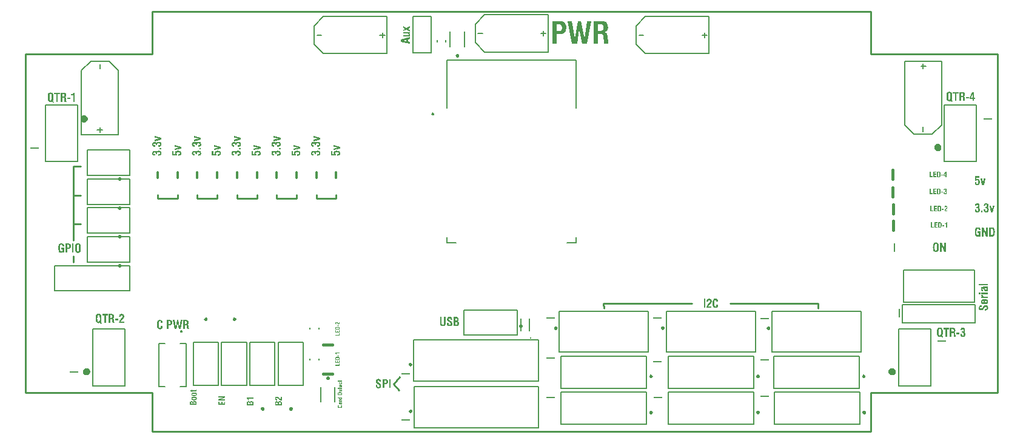
<source format=gto>
%FSTAX23Y23*%
%MOIN*%
%SFA1B1*%

%IPPOS*%
%ADD10C,0.009843*%
%ADD11C,0.019685*%
%ADD12C,0.007874*%
%ADD13C,0.003937*%
%ADD14C,0.010000*%
%ADD15C,0.005000*%
%ADD16C,0.015748*%
%ADD17C,0.011811*%
%ADD18R,0.007874X0.047244*%
%ADD19R,0.047244X0.007874*%
%LNbrushed_pcb-1*%
%LPD*%
G36*
X02372Y00168D02*
X02362D01*
Y00173*
X02372*
Y00168*
G37*
G36*
X02385Y0019D02*
X02385D01*
X02385Y0019*
X02386Y0019*
X02387Y00189*
X02388Y00189*
X02389Y00188*
X02389Y00188*
X0239Y00188*
X0239*
X0239Y00188*
X0239Y00187*
X02391Y00187*
X02391Y00186*
X02391Y00185*
X02392Y00184*
X02392Y00183*
X02392Y00182*
Y00182*
Y00182*
Y00182*
Y00182*
Y00181*
X02392Y00181*
X02392Y0018*
X02392Y0018*
X02392Y00179*
X02391Y00178*
X02391Y00178*
X02391Y00177*
X02391Y00177*
X02391Y00177*
X0239Y00177*
X0239Y00176*
X0239Y00176*
X02389Y00176*
X02388Y00175*
X02388*
X02389Y00175*
X02389Y00175*
X02389Y00175*
X0239Y00175*
X0239Y00175*
X02391Y00174*
X02391Y00174*
X02392Y00173*
X02392Y00173*
X02392Y00173*
X02392Y00172*
X02392Y00172*
X02392Y00171*
X02393Y0017*
X02393Y00169*
X02393Y00168*
Y00168*
Y00168*
Y00168*
X02393Y00167*
Y00167*
X02393Y00166*
X02393Y00166*
X02392Y00165*
X02392Y00164*
X02392Y00163*
X02391Y00162*
X02391Y00161*
X0239Y00161*
X0239Y00161*
X0239Y00161*
X0239Y0016*
X0239Y0016*
X0239Y0016*
X0239Y0016*
X02389Y0016*
X02389Y00159*
X02388Y00159*
X02388Y00159*
X02387Y00159*
X02387Y00159*
X02386Y00158*
X02385Y00158*
X02385Y00158*
X02384Y00158*
X02383*
X02383Y00158*
X02383Y00158*
X02382Y00158*
X02381Y00158*
X0238Y00159*
X02379Y00159*
X02379Y00159*
X02378Y0016*
X02378Y0016*
X02377Y00161*
Y00161*
X02377Y00161*
X02377Y00161*
X02377Y00161*
X02377Y00161*
X02377Y00162*
X02377Y00162*
X02376Y00162*
X02376Y00163*
X02376Y00163*
X02376Y00164*
X02376Y00165*
X02376Y00165*
X02376Y00166*
X02375Y00167*
X02375Y00168*
Y00168*
Y00168*
Y00168*
Y00168*
Y00169*
Y00169*
Y00169*
Y00169*
X02381*
Y00169*
Y00169*
Y00169*
Y00168*
Y00168*
Y00168*
X02381Y00168*
X02381Y00167*
X02381Y00166*
X02381Y00165*
X02381Y00165*
X02381Y00164*
X02382Y00164*
X02382Y00164*
X02382Y00164*
X02382Y00163*
X02382Y00163*
X02382Y00163*
X02383Y00163*
X02383Y00163*
X02384Y00163*
X02384*
X02384Y00163*
X02385Y00163*
X02385Y00163*
X02386Y00163*
X02386Y00163*
X02386Y00164*
X02386Y00164*
X02386Y00164*
X02387Y00164*
X02387Y00165*
X02387Y00165*
X02387Y00166*
X02387Y00167*
X02387Y00168*
Y00168*
Y00168*
Y00168*
Y00169*
X02387Y00169*
X02387Y0017*
X02387Y0017*
X02387Y00171*
X02386Y00172*
X02386Y00172*
X02386Y00172*
X02386Y00172*
X02386Y00172*
X02386Y00173*
X02385Y00173*
X02385Y00173*
X02384Y00173*
X02384Y00173*
X02383Y00173*
X02382*
X02382Y00173*
X02381*
Y00177*
X02382*
X02383Y00177*
X02383Y00177*
X02384Y00177*
X02384Y00178*
X02385Y00178*
X02385Y00178*
X02385Y00178*
X02386Y00178*
X02386Y00179*
X02386Y00179*
X02386Y00179*
X02386Y0018*
X02386Y00181*
X02386Y00181*
Y00182*
Y00182*
Y00182*
X02386Y00182*
X02386Y00183*
X02386Y00184*
X02386Y00184*
X02386Y00185*
X02386Y00185*
X02386Y00185*
X02386Y00185*
X02385Y00185*
X02385Y00185*
X02385Y00185*
X02384Y00186*
X02384Y00186*
X02384*
X02383Y00186*
X02383Y00185*
X02383Y00185*
X02382Y00185*
X02382Y00185*
X02382Y00185*
X02382Y00185*
X02382Y00184*
X02382Y00184*
X02381Y00184*
X02381Y00183*
X02381Y00183*
X02381Y00182*
X02381Y00181*
Y00181*
X02376*
Y00181*
Y00181*
Y00181*
Y00181*
Y00181*
Y00181*
Y00182*
Y00182*
Y00182*
Y00182*
X02376Y00182*
Y00183*
X02376Y00183*
X02376Y00184*
X02376Y00185*
X02377Y00186*
X02377Y00187*
X02377Y00187*
X02378Y00188*
X02378Y00188*
X02378Y00188*
X02378Y00188*
X02378Y00188*
X02378Y00188*
X02379Y00188*
X02379Y00189*
X02379Y00189*
X0238Y00189*
X0238Y00189*
X02381Y00189*
X02381Y00189*
X02382Y0019*
X02383Y0019*
X02383Y0019*
X02384*
X02385Y0019*
G37*
G36*
X02349Y0019D02*
X0235D01*
X0235Y00189*
X02351Y00189*
X02352Y00189*
X02353Y00189*
X02353*
X02353Y00189*
X02353Y00189*
X02354Y00189*
X02354Y00188*
X02354Y00188*
X02355Y00188*
X02355Y00187*
X02355Y00187*
X02356Y00187*
X02356Y00187*
X02356Y00186*
X02357Y00186*
X02357Y00185*
X02357Y00184*
X02358Y00184*
Y00183*
X02358Y00183*
Y00183*
X02358Y00183*
X02358Y00183*
X02358Y00183*
X02358Y00182*
X02358Y00182*
X02358Y00181*
X02358Y00181*
X02358Y0018*
X02358Y00179*
X02358Y00179*
Y00178*
X02358Y00177*
Y00176*
Y00176*
Y00176*
Y00175*
Y00175*
Y00174*
Y00174*
X02358Y00173*
Y00172*
X02358Y00171*
X02358Y00169*
X02358Y00169*
X02358Y00168*
X02358Y00167*
X02358Y00167*
Y00167*
Y00167*
X02358Y00166*
X02358Y00166*
X02358Y00166*
X02357Y00165*
X02357Y00164*
X02357Y00164*
X02357Y00163*
X02356Y00162*
X02356Y00162*
X02356Y00162*
X02356Y00161*
X02356Y00161*
X02355Y00161*
X02355Y0016*
X02354Y0016*
X02353Y00159*
X02353Y00159*
X02353*
X02353Y00159*
X02353Y00159*
X02352Y00159*
X02352Y00159*
X02352Y00159*
X02351Y00159*
X02351Y00159*
X0235Y00159*
X0235Y00159*
X02349Y00159*
X02348*
X02348Y00159*
X02339*
Y0019*
X02349*
X02349Y0019*
G37*
G36*
X02334Y00184D02*
X02324D01*
Y00177*
X02334*
Y00172*
X02324*
Y00164*
X02335*
Y00159*
X02319*
Y0019*
X02334*
Y00184*
G37*
G36*
X02304Y00164D02*
X02315D01*
Y00159*
X02299*
Y0019*
X02304*
Y00164*
G37*
G36*
X01122Y-00414D02*
X01123Y-00415D01*
X01123Y-00415*
X01125Y-00415*
X01127Y-00415*
X01128Y-00416*
X01129Y-00416*
X0113Y-00417*
X01131Y-00418*
X01132Y-00418*
X01132Y-00418*
X01132Y-00418*
X01132Y-00419*
X01132Y-00419*
X01132Y-00419*
X01133Y-0042*
X01133Y-00421*
X01133Y-00421*
X01134Y-00422*
X01134Y-00423*
X01134Y-00424*
X01135Y-00425*
X01135Y-00426*
X01135Y-00428*
X01135Y-00429*
X01135Y-00431*
X01126*
Y-0043*
Y-0043*
Y-00429*
Y-00429*
X01126Y-00428*
X01126Y-00427*
X01126Y-00426*
X01126Y-00425*
X01125Y-00424*
X01125Y-00424*
X01125Y-00424*
X01125Y-00423*
X01124Y-00423*
X01124Y-00423*
X01123Y-00422*
X01123Y-00422*
X01122Y-00422*
X01121Y-00422*
X01121*
X0112Y-00422*
X0112Y-00422*
X01119Y-00422*
X01118Y-00422*
X01118Y-00423*
X01117Y-00423*
X01117Y-00424*
X01116Y-00425*
Y-00425*
X01116Y-00425*
X01116Y-00425*
X01116Y-00426*
X01116Y-00427*
X01116Y-00427*
X01116Y-00428*
X01116Y-00429*
X01116Y-0043*
X01116Y-00432*
X01115Y-00433*
Y-00435*
X01115Y-00437*
Y-00439*
Y-0044*
Y-0044*
Y-00441*
Y-00442*
Y-00443*
X01115Y-00444*
Y-00445*
X01116Y-00446*
X01116Y-00449*
X01116Y-00451*
X01116Y-00452*
X01116Y-00453*
X01116Y-00454*
X01116Y-00455*
X01117Y-00456*
X01117Y-00456*
X01117Y-00456*
X01117Y-00457*
X01118Y-00457*
X01118Y-00458*
X01119Y-00458*
X0112Y-00458*
X01121Y-00459*
X01121*
X01122Y-00458*
X01123Y-00458*
X01123Y-00458*
X01124Y-00458*
X01125Y-00457*
X01125Y-00456*
X01125Y-00456*
X01125Y-00456*
X01126Y-00455*
X01126Y-00454*
X01126Y-00453*
X01126Y-00453*
X01126Y-00452*
X01126Y-00451*
Y-0045*
X01126Y-00449*
Y-00448*
Y-00447*
X01135*
Y-00447*
Y-00448*
Y-00448*
Y-00448*
Y-00448*
Y-00449*
Y-00449*
Y-00449*
Y-00449*
Y-0045*
Y-0045*
X01135Y-00451*
Y-00451*
X01135Y-00452*
X01135Y-00453*
X01135Y-00454*
X01135Y-00456*
X01134Y-00458*
X01133Y-0046*
X01132Y-00461*
X01132Y-00462*
X01132Y-00462*
X01132Y-00462*
X01131Y-00462*
X01131Y-00463*
X01131Y-00463*
X0113Y-00463*
X0113Y-00464*
X01129Y-00464*
X01128Y-00464*
X01128Y-00465*
X01127Y-00465*
X01126Y-00465*
X01125Y-00466*
X01123Y-00466*
X01122Y-00466*
X01121Y-00466*
X0112*
X0112Y-00466*
X01119Y-00466*
X01118Y-00466*
X01117Y-00466*
X01116Y-00465*
X01115Y-00465*
X01115Y-00465*
X01114Y-00465*
X01114Y-00465*
X01113Y-00464*
X01113Y-00464*
X01112Y-00464*
X01111Y-00463*
X0111Y-00462*
X0111Y-00462*
X0111Y-00462*
X0111Y-00461*
X01109Y-00461*
X01108Y-0046*
X01108Y-00458*
X01107Y-00457*
X01107Y-00455*
Y-00455*
X01107Y-00455*
Y-00455*
X01107Y-00454*
X01107Y-00454*
X01107Y-00453*
X01107Y-00453*
X01106Y-00452*
X01106Y-00451*
X01106Y-0045*
X01106Y-00448*
X01106Y-00447*
X01106Y-00445*
Y-00444*
X01106Y-00442*
Y-0044*
Y-0044*
Y-00439*
Y-00439*
Y-00438*
Y-00438*
Y-00437*
X01106Y-00436*
Y-00435*
X01106Y-00433*
X01106Y-00431*
X01106Y-00429*
X01106Y-00428*
Y-00427*
Y-00427*
X01107Y-00427*
X01107Y-00427*
X01107Y-00426*
X01107Y-00425*
X01107Y-00424*
X01108Y-00423*
X01108Y-00422*
X01108Y-00421*
Y-00421*
X01108Y-00421*
X01109Y-0042*
X01109Y-0042*
X0111Y-00419*
X0111Y-00418*
X01111Y-00417*
X01112Y-00417*
X01113Y-00416*
X01113Y-00416*
X01114Y-00416*
X01114Y-00415*
X01115Y-00415*
X01116Y-00415*
X01118Y-00415*
X01119Y-00414*
X01121Y-00414*
X01121*
X01122Y-00414*
G37*
G36*
X01088Y-00415D02*
X01088D01*
X01089Y-00415*
X0109Y-00416*
X01092Y-00416*
X01094Y-00417*
X01095Y-00417*
X01096Y-00418*
X01097Y-00419*
X01097*
X01097Y-00419*
X01097Y-00419*
X01098Y-0042*
X01098Y-00421*
X01099Y-00422*
X011Y-00424*
X011Y-00426*
X011Y-00427*
Y-00428*
Y-00428*
Y-00428*
Y-00429*
X011Y-0043*
X011Y-0043*
X011Y-00431*
X01099Y-00433*
Y-00433*
X01099Y-00434*
X01099Y-00434*
X01099Y-00435*
X01099Y-00435*
X01098Y-00436*
X01097Y-00438*
X01097Y-00438*
X01097Y-00438*
X01097Y-00438*
X01097Y-00439*
X01096Y-0044*
X01095Y-00441*
X01094Y-00442*
X01093Y-00443*
X01093Y-00443*
X01093Y-00443*
X01092Y-00444*
X01092Y-00444*
X01091Y-00445*
X0109Y-00446*
X0109Y-00446*
X0109Y-00446*
X0109Y-00446*
X01089Y-00447*
X01089Y-00447*
X01088Y-00448*
X01088Y-00449*
X01086Y-0045*
X01085Y-00452*
X01084Y-00454*
X01083Y-00455*
X01083Y-00456*
X01082Y-00456*
X01082Y-00457*
X01099*
Y-00465*
X01073*
Y-00465*
Y-00465*
Y-00464*
Y-00464*
Y-00464*
Y-00464*
Y-00464*
Y-00463*
Y-00463*
Y-00463*
Y-00463*
X01073Y-00462*
Y-00462*
X01073Y-00461*
X01073Y-00461*
X01073Y-0046*
X01073Y-00458*
X01074Y-00456*
X01074Y-00454*
X01075Y-00452*
Y-00452*
X01075Y-00452*
X01075Y-00452*
X01075Y-00452*
X01076Y-00451*
X01076Y-00451*
X01077Y-00449*
X01078Y-00448*
X01079Y-00446*
X0108Y-00444*
X01082Y-00442*
X01082Y-00442*
X01082Y-00442*
X01082Y-00442*
X01083Y-00442*
X01083Y-00441*
X01083Y-00441*
X01085Y-0044*
X01085Y-0044*
X01085Y-00439*
X01086Y-00439*
X01086Y-00438*
X01088Y-00437*
X01088Y-00436*
X01089Y-00435*
X01089Y-00435*
X01089Y-00435*
X01089Y-00435*
X01089Y-00434*
X0109Y-00434*
X0109Y-00433*
X0109Y-00432*
Y-00432*
X0109Y-00432*
X0109Y-00431*
X01091Y-00431*
X01091Y-0043*
X01091Y-0043*
X01091Y-00428*
Y-00428*
Y-00428*
X01091Y-00427*
X01091Y-00426*
X0109Y-00426*
X0109Y-00425*
X0109Y-00424*
X0109Y-00424*
X0109Y-00424*
X01089Y-00423*
X01089Y-00423*
X01089Y-00423*
X01088Y-00423*
X01088Y-00422*
X01087Y-00422*
X01086Y-00422*
X01086*
X01085Y-00422*
X01085Y-00422*
X01084Y-00423*
X01084Y-00423*
X01083Y-00423*
X01083Y-00424*
X01082Y-00424*
X01082Y-00424*
X01082Y-00425*
X01082Y-00425*
X01082Y-00426*
X01082Y-00427*
X01082Y-00428*
X01081Y-0043*
Y-0043*
Y-0043*
Y-00431*
Y-00431*
Y-00431*
Y-00431*
Y-00432*
X01073*
Y-00432*
Y-00432*
Y-00431*
X01073Y-00431*
Y-00431*
Y-00431*
Y-0043*
Y-0043*
Y-0043*
Y-0043*
Y-00429*
X01073Y-00429*
Y-00428*
X01073Y-00428*
X01073Y-00426*
X01074Y-00424*
X01074Y-00422*
X01075Y-0042*
X01076Y-0042*
X01076Y-00419*
X01076Y-00419*
X01076Y-00419*
X01076Y-00419*
X01077Y-00418*
X01077Y-00418*
X01077Y-00418*
X01078Y-00417*
X01079Y-00417*
X01079Y-00417*
X0108Y-00416*
X01081Y-00416*
X01082Y-00416*
X01083Y-00416*
X01084Y-00415*
X01085Y-00415*
X01087*
X01088Y-00415*
G37*
G36*
X01066Y-00465D02*
X01057D01*
Y-00416*
X01066*
Y-00465*
G37*
G36*
X02372Y00262D02*
X02362D01*
Y00267*
X02372*
Y00262*
G37*
G36*
X0239Y00263D02*
X02393D01*
Y00259*
X0239*
Y00253*
X02385*
Y00259*
X02375*
Y00264*
X02384Y00283*
X0239*
Y00263*
G37*
G36*
X02349Y00283D02*
X0235D01*
X0235Y00283*
X02351Y00283*
X02352Y00283*
X02353Y00283*
X02353*
X02353Y00283*
X02353Y00283*
X02354Y00283*
X02354Y00282*
X02354Y00282*
X02355Y00282*
X02355Y00281*
X02355Y00281*
X02356Y00281*
X02356Y00281*
X02356Y0028*
X02357Y0028*
X02357Y00279*
X02357Y00278*
X02358Y00277*
Y00277*
X02358Y00277*
Y00277*
X02358Y00277*
X02358Y00277*
X02358Y00276*
X02358Y00276*
X02358Y00276*
X02358Y00275*
X02358Y00275*
X02358Y00274*
X02358Y00273*
X02358Y00273*
Y00272*
X02358Y00271*
Y0027*
Y0027*
Y0027*
Y00269*
Y00269*
Y00268*
Y00268*
X02358Y00267*
Y00266*
X02358Y00265*
X02358Y00263*
X02358Y00262*
X02358Y00262*
X02358Y00261*
X02358Y00261*
Y00261*
Y00261*
X02358Y0026*
X02358Y0026*
X02358Y0026*
X02357Y00259*
X02357Y00258*
X02357Y00258*
X02357Y00257*
X02356Y00256*
X02356Y00256*
X02356Y00256*
X02356Y00255*
X02356Y00255*
X02355Y00255*
X02355Y00254*
X02354Y00254*
X02353Y00253*
X02353Y00253*
X02353*
X02353Y00253*
X02353Y00253*
X02352Y00253*
X02352Y00253*
X02352Y00253*
X02351Y00253*
X02351Y00253*
X0235Y00253*
X0235Y00253*
X02349Y00253*
X02348*
X02348Y00253*
X02339*
Y00283*
X02349*
X02349Y00283*
G37*
G36*
X02334Y00278D02*
X02324D01*
Y00271*
X02334*
Y00266*
X02324*
Y00258*
X02335*
Y00253*
X02319*
Y00283*
X02334*
Y00278*
G37*
G36*
X02304Y00258D02*
X02315D01*
Y00253*
X02299*
Y00283*
X02304*
Y00258*
G37*
G36*
X02378Y-00017D02*
X02368D01*
Y-00012*
X02378*
Y-00017*
G37*
G36*
X02394Y-00026D02*
X02388D01*
Y-00004*
X02382*
Y-00001*
X02382*
X02382Y0*
X02382*
X02383Y0*
X02384Y0*
X02385Y0*
X02386Y0*
X02387Y0*
X02387Y0*
X02387*
X02387Y0*
X02388Y0*
X02388Y00001*
X02389Y00001*
X02389Y00002*
X02389Y00002*
X0239Y00003*
X0239Y00004*
X02394*
Y-00026*
G37*
G36*
X02355Y00004D02*
X02356D01*
X02356Y00004*
X02357Y00004*
X02358Y00004*
X02358Y00003*
X02359*
X02359Y00003*
X02359Y00003*
X02359Y00003*
X0236Y00003*
X0236Y00003*
X02361Y00002*
X02361Y00002*
X02361Y00002*
X02362Y00002*
X02362Y00001*
X02362Y00001*
X02363Y0*
X02363Y0*
X02363Y0*
X02364Y-00001*
Y-00001*
X02364Y-00001*
Y-00001*
X02364Y-00002*
X02364Y-00002*
X02364Y-00002*
X02364Y-00003*
X02364Y-00003*
X02364Y-00003*
X02364Y-00004*
X02364Y-00005*
X02364Y-00005*
X02364Y-00006*
Y-00007*
X02364Y-00008*
Y-00009*
Y-00009*
Y-00009*
Y-00009*
Y-0001*
Y-0001*
Y-00011*
X02364Y-00011*
Y-00012*
X02364Y-00014*
X02364Y-00015*
X02364Y-00016*
X02364Y-00017*
X02364Y-00017*
X02364Y-00018*
Y-00018*
Y-00018*
X02364Y-00018*
X02364Y-00018*
X02364Y-00019*
X02363Y-00019*
X02363Y-0002*
X02363Y-00021*
X02363Y-00022*
X02362Y-00023*
X02362Y-00023*
X02362Y-00023*
X02362Y-00023*
X02361Y-00024*
X02361Y-00024*
X0236Y-00024*
X0236Y-00025*
X02359Y-00025*
X02359Y-00025*
X02359*
X02359Y-00025*
X02359Y-00025*
X02358Y-00025*
X02358Y-00025*
X02358Y-00025*
X02357Y-00026*
X02357Y-00026*
X02356Y-00026*
X02356Y-00026*
X02355Y-00026*
X02354*
X02354Y-00026*
X02345*
Y00004*
X02354*
X02355Y00004*
G37*
G36*
X0234Y0D02*
X0233D01*
Y-00007*
X0234*
Y-00012*
X0233*
Y-00021*
X02341*
Y-00026*
X02324*
Y00004*
X0234*
Y0*
G37*
G36*
X0231Y-00021D02*
X02321D01*
Y-00026*
X02305*
Y00004*
X0231*
Y-00021*
G37*
G36*
X02376Y00073D02*
X02366D01*
Y00078*
X02376*
Y00073*
G37*
G36*
X02389Y00095D02*
X02389D01*
X0239Y00095*
X0239Y00094*
X02391Y00094*
X02393Y00094*
X02393Y00093*
X02394Y00093*
X02394Y00093*
X02394*
X02394Y00093*
X02395Y00092*
X02395Y00092*
X02395Y00091*
X02396Y0009*
X02396Y00089*
X02396Y00088*
X02397Y00087*
Y00087*
Y00087*
Y00087*
Y00086*
X02397Y00086*
X02396Y00085*
X02396Y00085*
X02396Y00084*
Y00083*
X02396Y00083*
X02396Y00083*
X02396Y00083*
X02396Y00082*
X02395Y00082*
X02395Y00081*
X02395Y00081*
X02395Y0008*
X02395Y0008*
X02394Y0008*
X02394Y00079*
X02393Y00079*
X02393Y00078*
X02392Y00077*
X02392Y00077*
X02392Y00077*
X02392Y00077*
X02391Y00077*
X02391Y00076*
X02391Y00076*
X0239Y00075*
X0239Y00075*
X0239Y00075*
X0239Y00075*
X0239Y00075*
X02389Y00074*
X02389Y00074*
X02388Y00073*
X02387Y00072*
X02386Y00071*
X02386Y0007*
X02386Y00069*
X02385Y00069*
X02385Y00069*
X02396*
Y00064*
X02379*
Y00064*
Y00064*
Y00064*
Y00064*
Y00064*
Y00064*
Y00064*
Y00065*
Y00065*
Y00065*
Y00065*
X0238Y00065*
Y00066*
X0238Y00066*
X0238Y00066*
X0238Y00067*
X0238Y00068*
X0238Y00069*
X0238Y0007*
X02381Y00071*
Y00072*
X02381Y00072*
X02381Y00072*
X02381Y00072*
X02381Y00072*
X02382Y00073*
X02382Y00073*
X02383Y00074*
X02383Y00075*
X02384Y00077*
X02385Y00078*
X02385Y00078*
X02385Y00078*
X02386Y00078*
X02386Y00078*
X02386Y00078*
X02386Y00079*
X02387Y00079*
X02387Y00079*
X02387Y0008*
X02388Y0008*
X02388Y0008*
X02389Y00081*
X02389Y00082*
X0239Y00082*
X0239Y00082*
X0239Y00082*
X0239Y00083*
X0239Y00083*
X0239Y00083*
X0239Y00083*
X0239Y00084*
Y00084*
X0239Y00084*
X02391Y00085*
X02391Y00085*
X02391Y00085*
X02391Y00086*
X02391Y00087*
Y00087*
Y00087*
X02391Y00087*
X02391Y00088*
X02391Y00088*
X0239Y00089*
X0239Y00089*
X0239Y00089*
X0239Y0009*
X0239Y0009*
X0239Y0009*
X0239Y0009*
X02389Y0009*
X02389Y0009*
X02388Y0009*
X02388Y0009*
X02388*
X02387Y0009*
X02387Y0009*
X02387Y0009*
X02386Y0009*
X02386Y0009*
X02386Y00089*
X02386Y00089*
X02386Y00089*
X02385Y00089*
X02385Y00088*
X02385Y00088*
X02385Y00087*
X02385Y00086*
X02385Y00086*
Y00085*
Y00085*
Y00085*
Y00085*
Y00085*
Y00085*
Y00084*
X0238*
Y00084*
Y00085*
Y00085*
X0238Y00085*
Y00085*
Y00085*
Y00085*
Y00085*
Y00085*
Y00086*
Y00086*
X0238Y00086*
Y00087*
X0238Y00087*
X0238Y00088*
X0238Y00089*
X0238Y0009*
X02381Y00092*
X02381Y00092*
X02382Y00092*
X02382Y00092*
X02382Y00093*
X02382Y00093*
X02382Y00093*
X02382Y00093*
X02382Y00093*
X02383Y00093*
X02383Y00094*
X02384Y00094*
X02384Y00094*
X02385Y00094*
X02385Y00094*
X02386Y00094*
X02387Y00095*
X02387Y00095*
X02388*
X02389Y00095*
G37*
G36*
X02353Y00094D02*
X02354D01*
X02354Y00094*
X02355Y00094*
X02356Y00094*
X02357Y00094*
X02357*
X02357Y00094*
X02357Y00094*
X02357Y00094*
X02358Y00093*
X02358Y00093*
X02359Y00093*
X02359Y00092*
X02359Y00092*
X0236Y00092*
X0236Y00092*
X0236Y00091*
X02361Y00091*
X02361Y0009*
X02361Y00089*
X02362Y00088*
Y00088*
X02362Y00088*
Y00088*
X02362Y00088*
X02362Y00088*
X02362Y00087*
X02362Y00087*
X02362Y00087*
X02362Y00086*
X02362Y00086*
X02362Y00085*
X02362Y00084*
X02362Y00084*
Y00083*
X02362Y00082*
Y00081*
Y00081*
Y00081*
Y0008*
Y0008*
Y00079*
Y00079*
X02362Y00078*
Y00077*
X02362Y00076*
X02362Y00074*
X02362Y00074*
X02362Y00073*
X02362Y00072*
X02362Y00072*
Y00072*
Y00072*
X02362Y00071*
X02362Y00071*
X02362Y00071*
X02361Y0007*
X02361Y00069*
X02361Y00069*
X02361Y00068*
X0236Y00067*
X0236Y00067*
X0236Y00067*
X0236Y00066*
X02359Y00066*
X02359Y00066*
X02359Y00065*
X02358Y00065*
X02357Y00064*
X02357Y00064*
X02357*
X02357Y00064*
X02357Y00064*
X02356Y00064*
X02356Y00064*
X02356Y00064*
X02355Y00064*
X02355Y00064*
X02354Y00064*
X02354Y00064*
X02353Y00064*
X02352*
X02352Y00064*
X02343*
Y00094*
X02353*
X02353Y00094*
G37*
G36*
X02338Y00089D02*
X02328D01*
Y00082*
X02338*
Y00077*
X02328*
Y00069*
X02339*
Y00064*
X02323*
Y00094*
X02338*
Y00089*
G37*
G36*
X02308Y00069D02*
X02319D01*
Y00064*
X02303*
Y00094*
X02308*
Y00069*
G37*
G36*
X-00931Y-00865D02*
X-00931Y-00865D01*
Y-00865*
X-00931Y-00866*
X-00931Y-00866*
Y-00866*
X-00931Y-00867*
Y-00867*
X-00931Y-00868*
X-00931Y-00868*
X-00931Y-00868*
X-00931Y-00869*
X-00932Y-00869*
X-00932Y-0087*
X-00932Y-0087*
X-00932Y-0087*
X-00932Y-0087*
X-00933Y-0087*
X-00933Y-0087*
X-00934Y-0087*
X-00934Y-00871*
X-00934Y-00871*
X-00935Y-00871*
X-00935*
X-00947*
Y-00872*
X-0095*
Y-00871*
X-00955*
Y-00866*
X-0095*
Y-00865*
X-00947*
Y-00866*
X-00938*
X-00937*
X-00937*
X-00937*
X-00936*
X-00936Y-00866*
X-00936Y-00866*
X-00935Y-00866*
X-00935Y-00866*
X-00935Y-00866*
X-00935Y-00866*
X-00935Y-00866*
X-00935Y-00866*
X-00935Y-00865*
X-00934Y-00865*
Y-00865*
X-00931*
Y-00865*
G37*
G36*
X-00937Y-00874D02*
X-00937D01*
X-00936Y-00874*
X-00935Y-00874*
X-00935Y-00874*
X-00934Y-00875*
X-00933Y-00875*
X-00933Y-00875*
X-00932Y-00876*
X-00932Y-00876*
X-00932Y-00876*
X-00932Y-00876*
X-00931Y-00877*
X-00931Y-00877*
X-00931Y-00878*
X-00931Y-00879*
X-00931Y-0088*
Y-0088*
X-00931Y-00881*
X-00931Y-00881*
X-00931Y-00881*
X-00931Y-00882*
X-00931Y-00883*
X-00932Y-00884*
X-00932Y-00884*
X-00932Y-00884*
X-00932Y-00885*
X-00933Y-00885*
X-00933*
X-00933Y-00885*
X-00933Y-00885*
X-00933Y-00885*
X-00933Y-00885*
X-00934Y-00885*
X-00934Y-00885*
X-00934Y-00886*
X-00935Y-00886*
X-00936Y-00886*
X-00936Y-00886*
X-00937Y-00886*
X-00938Y-00886*
X-00938Y-00886*
X-00939Y-00886*
X-0094*
X-0094*
X-00941*
X-00941*
X-00941Y-00886*
X-00942*
X-00942Y-00886*
X-00943Y-00886*
X-00943Y-00886*
X-00945Y-00886*
X-00946Y-00886*
X-00947Y-00886*
X-00947Y-00885*
X-00948Y-00885*
X-00948Y-00885*
X-00948*
X-00948Y-00885*
X-00948Y-00885*
X-00949Y-00884*
X-00949Y-00884*
X-00949Y-00884*
X-00949Y-00884*
X-00949Y-00883*
X-0095Y-00883*
X-0095Y-00883*
X-0095Y-00882*
X-0095Y-00882*
X-0095Y-00881*
X-0095Y-00881*
X-0095Y-0088*
Y-0088*
X-0095Y-0088*
Y-00879*
X-0095Y-00879*
X-0095Y-00878*
X-0095Y-00878*
X-0095Y-00877*
X-00949Y-00876*
X-00949Y-00876*
X-00949Y-00875*
X-00948Y-00875*
X-00948Y-00875*
X-00948Y-00875*
X-00947Y-00875*
X-00946Y-00874*
X-00945Y-00874*
X-00944Y-00874*
X-00943*
Y-00878*
X-00944*
X-00944*
X-00944*
X-00944*
X-00944Y-00878*
X-00945*
X-00945Y-00878*
X-00946Y-00879*
X-00946Y-00879*
X-00946*
X-00946Y-00879*
X-00946Y-00879*
X-00947Y-00879*
X-00947Y-00879*
X-00947Y-00879*
X-00947Y-0088*
X-00947Y-0088*
Y-0088*
X-00947Y-0088*
X-00947Y-00881*
X-00947Y-00881*
X-00947Y-00881*
X-00946Y-00881*
X-00946Y-00881*
X-00946*
X-00946Y-00882*
X-00946Y-00882*
X-00946Y-00882*
X-00945Y-00882*
X-00945Y-00882*
X-00944Y-00882*
X-00944Y-00882*
X-00937*
X-00937*
X-00937*
X-00937*
X-00937Y-00882*
X-00936*
X-00935Y-00882*
X-00935Y-00882*
X-00935Y-00881*
X-00935Y-00881*
X-00935Y-00881*
X-00934Y-00881*
X-00934Y-00881*
X-00934Y-00881*
X-00934Y-00881*
X-00934Y-0088*
X-00934Y-0088*
Y-0088*
X-00934Y-0088*
X-00934Y-0088*
X-00934Y-00879*
X-00934Y-00879*
X-00935Y-00879*
X-00935Y-00879*
X-00935Y-00879*
X-00935Y-00879*
X-00935Y-00878*
X-00936Y-00878*
X-00936Y-00878*
X-00937Y-00878*
X-00937Y-00878*
X-00938*
X-00938*
Y-00874*
X-00938*
X-00938*
X-00938*
X-00938*
X-00938*
X-00938Y-00874*
X-00938*
X-00937*
X-00937*
X-00937*
X-00937*
X-00937Y-00874*
G37*
G36*
X-0094Y-00897D02*
X-0094D01*
X-0094Y-00897*
X-0094*
X-00939Y-00897*
X-00939*
X-00939*
X-00939*
X-00939*
X-00939*
X-00939*
X-00938*
X-00938*
X-00938Y-00897*
X-00937Y-00897*
X-00937Y-00897*
X-00936Y-00897*
X-00935Y-00897*
X-00935Y-00897*
X-00935Y-00897*
X-00935Y-00897*
X-00935Y-00897*
X-00934Y-00897*
X-00934Y-00896*
X-00934Y-00896*
X-00934Y-00896*
X-00934Y-00895*
Y-00895*
X-00934Y-00895*
X-00934Y-00895*
X-00934Y-00894*
X-00934Y-00894*
X-00934Y-00894*
X-00935Y-00894*
X-00935Y-00894*
X-00935Y-00894*
X-00935Y-00894*
X-00935Y-00893*
X-00936Y-00893*
X-00936Y-00893*
X-00937Y-00893*
X-00938Y-00893*
Y-00889*
X-00937*
X-00937*
X-00937*
X-00937*
X-00937*
X-00937Y-00889*
X-00937*
X-00937*
X-00937*
X-00937*
X-00936*
X-00936Y-00889*
X-00936*
X-00936Y-00889*
X-00935Y-00889*
X-00934Y-00889*
X-00933Y-0089*
X-00933Y-0089*
X-00932Y-0089*
X-00932Y-00891*
X-00932Y-00891*
X-00932Y-00891*
X-00932Y-00891*
X-00931Y-00892*
X-00931Y-00892*
X-00931Y-00892*
X-00931Y-00893*
X-00931Y-00893*
X-00931Y-00894*
X-00931Y-00894*
X-00931Y-00895*
Y-00896*
X-00931Y-00896*
Y-00896*
X-00931Y-00897*
X-00931Y-00897*
X-00931Y-00898*
X-00931Y-00898*
X-00931Y-00898*
X-00931Y-00899*
X-00931Y-00899*
X-00931Y-00899*
X-00932Y-00899*
X-00932Y-009*
X-00932Y-009*
X-00932Y-009*
X-00932Y-009*
X-00933Y-009*
X-00933Y-00901*
X-00933Y-00901*
X-00934Y-00901*
X-00934Y-00901*
X-00935Y-00901*
X-00935Y-00902*
X-00935*
X-00935*
X-00935Y-00902*
X-00935*
X-00936Y-00902*
X-00936Y-00902*
X-00936Y-00902*
X-00936*
X-00937Y-00902*
X-00937Y-00902*
X-00938Y-00902*
X-00938Y-00902*
X-00939*
X-0094Y-00902*
X-0094*
X-00941*
X-00941*
X-00941*
X-00941*
X-00942*
X-00942*
X-00942*
X-00943Y-00902*
X-00944Y-00902*
X-00944Y-00902*
X-00945Y-00902*
X-00946Y-00902*
X-00946Y-00902*
X-00946*
X-00946Y-00901*
X-00946Y-00901*
X-00947Y-00901*
X-00947Y-00901*
X-00947Y-00901*
X-00948Y-00901*
X-00948Y-009*
X-00948Y-009*
X-00948Y-009*
X-00949Y-009*
X-00949Y-009*
X-00949Y-009*
X-00949Y-00899*
X-00949Y-00899*
X-0095Y-00898*
X-0095Y-00898*
X-0095Y-00898*
X-0095Y-00898*
X-0095Y-00898*
X-0095Y-00897*
X-0095Y-00897*
X-0095Y-00896*
X-0095Y-00895*
Y-00895*
X-0095Y-00895*
X-0095Y-00894*
X-0095Y-00894*
X-0095Y-00893*
X-0095Y-00893*
X-0095Y-00892*
X-0095Y-00892*
X-0095Y-00892*
X-00949Y-00892*
X-00949Y-00892*
X-00949Y-00891*
X-00949Y-00891*
X-00948Y-00891*
X-00948Y-0089*
X-00948Y-0089*
X-00948Y-0089*
X-00948Y-0089*
X-00947Y-0089*
X-00947Y-0089*
X-00947Y-0089*
X-00946Y-00889*
X-00946Y-00889*
X-00946*
X-00945Y-00889*
X-00945Y-00889*
X-00945Y-00889*
X-00944Y-00889*
X-00944*
X-00943Y-00889*
X-00943*
X-00942Y-00889*
X-00942*
X-00941*
X-0094*
Y-00897*
G37*
G36*
X-00931Y-00904D02*
X-00931Y-00904D01*
Y-00904*
X-00931Y-00905*
X-00931Y-00905*
Y-00906*
X-00931Y-00906*
Y-00907*
X-00931Y-00907*
X-00931Y-00907*
X-00931Y-00908*
X-00931Y-00908*
X-00932Y-00909*
X-00932Y-00909*
X-00932Y-00909*
X-00932Y-00909*
X-00932Y-00909*
X-00933Y-0091*
X-00933Y-0091*
X-00934Y-0091*
X-00934Y-0091*
X-00934Y-0091*
X-00935Y-0091*
X-00935*
X-00947*
Y-00912*
X-0095*
Y-0091*
X-00955*
Y-00906*
X-0095*
Y-00904*
X-00947*
Y-00906*
X-00938*
X-00937*
X-00937*
X-00937*
X-00936*
X-00936Y-00906*
X-00936Y-00906*
X-00935Y-00906*
X-00935Y-00905*
X-00935Y-00905*
X-00935Y-00905*
X-00935Y-00905*
X-00935Y-00905*
X-00935Y-00905*
X-00934Y-00905*
Y-00904*
X-00931*
Y-00904*
G37*
G36*
X-0094Y-00922D02*
X-0094D01*
X-0094Y-00922*
X-0094*
X-00939Y-00922*
X-00939*
X-00939*
X-00939*
X-00939*
X-00939*
X-00939*
X-00938*
X-00938*
X-00938Y-00922*
X-00937Y-00922*
X-00937Y-00922*
X-00936Y-00922*
X-00935Y-00922*
X-00935Y-00921*
X-00935Y-00921*
X-00935Y-00921*
X-00935Y-00921*
X-00934Y-00921*
X-00934Y-00921*
X-00934Y-00921*
X-00934Y-0092*
X-00934Y-0092*
Y-0092*
X-00934Y-00919*
X-00934Y-00919*
X-00934Y-00919*
X-00934Y-00919*
X-00934Y-00918*
X-00935Y-00918*
X-00935Y-00918*
X-00935Y-00918*
X-00935Y-00918*
X-00935Y-00918*
X-00936Y-00918*
X-00936Y-00918*
X-00937Y-00918*
X-00938Y-00918*
Y-00914*
X-00937*
X-00937*
X-00937*
X-00937*
X-00937*
X-00937Y-00914*
X-00937*
X-00937*
X-00937*
X-00937*
X-00936*
X-00936Y-00914*
X-00936*
X-00936Y-00914*
X-00935Y-00914*
X-00934Y-00914*
X-00933Y-00914*
X-00933Y-00915*
X-00932Y-00915*
X-00932Y-00915*
X-00932Y-00915*
X-00932Y-00915*
X-00932Y-00916*
X-00931Y-00916*
X-00931Y-00917*
X-00931Y-00917*
X-00931Y-00917*
X-00931Y-00918*
X-00931Y-00918*
X-00931Y-00919*
X-00931Y-00919*
Y-0092*
X-00931Y-00921*
Y-00921*
X-00931Y-00921*
X-00931Y-00922*
X-00931Y-00922*
X-00931Y-00923*
X-00931Y-00923*
X-00931Y-00923*
X-00931Y-00923*
X-00931Y-00923*
X-00932Y-00924*
X-00932Y-00924*
X-00932Y-00924*
X-00932Y-00925*
X-00932Y-00925*
X-00933Y-00925*
X-00933Y-00925*
X-00933Y-00925*
X-00934Y-00925*
X-00934Y-00926*
X-00935Y-00926*
X-00935Y-00926*
X-00935*
X-00935*
X-00935Y-00926*
X-00935*
X-00936Y-00926*
X-00936Y-00926*
X-00936Y-00926*
X-00936*
X-00937Y-00926*
X-00937Y-00926*
X-00938Y-00926*
X-00938Y-00926*
X-00939*
X-0094Y-00926*
X-0094*
X-00941*
X-00941*
X-00941*
X-00941*
X-00942*
X-00942*
X-00942*
X-00943Y-00926*
X-00944Y-00926*
X-00944Y-00926*
X-00945Y-00926*
X-00946Y-00926*
X-00946Y-00926*
X-00946*
X-00946Y-00926*
X-00946Y-00926*
X-00947Y-00926*
X-00947Y-00926*
X-00947Y-00925*
X-00948Y-00925*
X-00948Y-00925*
X-00948Y-00925*
X-00948Y-00925*
X-00949Y-00925*
X-00949Y-00924*
X-00949Y-00924*
X-00949Y-00924*
X-00949Y-00923*
X-0095Y-00923*
X-0095Y-00923*
X-0095Y-00923*
X-0095Y-00922*
X-0095Y-00922*
X-0095Y-00922*
X-0095Y-00921*
X-0095Y-0092*
X-0095Y-0092*
Y-0092*
X-0095Y-00919*
X-0095Y-00919*
X-0095Y-00918*
X-0095Y-00918*
X-0095Y-00917*
X-0095Y-00917*
X-0095Y-00917*
X-0095Y-00917*
X-00949Y-00916*
X-00949Y-00916*
X-00949Y-00916*
X-00949Y-00915*
X-00948Y-00915*
X-00948Y-00915*
X-00948Y-00915*
X-00948Y-00915*
X-00948Y-00915*
X-00947Y-00914*
X-00947Y-00914*
X-00947Y-00914*
X-00946Y-00914*
X-00946Y-00914*
X-00946*
X-00945Y-00914*
X-00945Y-00914*
X-00945Y-00914*
X-00944Y-00914*
X-00944*
X-00943Y-00914*
X-00943*
X-00942Y-00913*
X-00942*
X-00941*
X-0094*
Y-00922*
G37*
G36*
X-00943Y-00929D02*
X-00942D01*
X-00941Y-00929*
X-0094Y-00929*
X-00939Y-00929*
X-00939Y-0093*
X-00938Y-0093*
X-00938Y-0093*
X-00938*
X-00937*
X-00937Y-0093*
X-00937Y-0093*
X-00937Y-0093*
X-00936Y-0093*
X-00936Y-0093*
X-00935Y-0093*
X-00934Y-00931*
X-00934Y-00931*
X-00934Y-00931*
X-00934Y-00931*
X-00933Y-00931*
X-00933Y-00932*
X-00933Y-00932*
X-00932Y-00932*
X-00932Y-00933*
X-00932Y-00933*
X-00932Y-00933*
Y-00933*
X-00932Y-00934*
X-00932Y-00934*
X-00932Y-00934*
X-00932Y-00934*
X-00931Y-00935*
X-00931Y-00935*
X-00931Y-00935*
X-00931Y-00936*
X-00931Y-00936*
X-00931Y-00937*
Y-00937*
X-00931Y-00938*
Y-00945*
X-00956*
Y-00937*
X-00956Y-00937*
Y-00936*
X-00956Y-00936*
X-00956Y-00935*
X-00956Y-00934*
X-00955Y-00934*
Y-00934*
X-00955Y-00934*
X-00955Y-00933*
X-00955Y-00933*
X-00955Y-00933*
X-00955Y-00932*
X-00954Y-00932*
X-00954Y-00932*
X-00954Y-00932*
X-00954Y-00931*
X-00954Y-00931*
X-00953Y-00931*
X-00953Y-00931*
X-00952Y-0093*
X-00952Y-0093*
X-00951Y-0093*
X-00951*
X-00951Y-0093*
X-00951*
X-00951Y-0093*
X-0095Y-0093*
X-0095Y-0093*
X-0095Y-0093*
X-0095Y-0093*
X-00949Y-0093*
X-00949Y-00929*
X-00948Y-00929*
X-00948Y-00929*
X-00947Y-00929*
X-00946*
X-00946Y-00929*
X-00945*
X-00945*
X-00945*
X-00945*
X-00944*
X-00944*
X-00943*
X-00943Y-00929*
G37*
G36*
X-00931Y-00961D02*
X-00933D01*
X-00933Y-00961*
X-00933Y-00961*
X-00933Y-00961*
X-00932Y-00961*
X-00932Y-00962*
X-00932Y-00962*
X-00932Y-00962*
X-00931Y-00963*
X-00931Y-00963*
X-00931Y-00963*
X-00931Y-00963*
X-00931Y-00963*
X-00931Y-00964*
X-00931Y-00964*
X-00931Y-00964*
X-00931Y-00965*
Y-00965*
X-00931Y-00965*
X-00931Y-00966*
X-00931Y-00966*
X-00931Y-00967*
X-00932Y-00968*
X-00932Y-00968*
X-00932Y-00968*
X-00932Y-00968*
X-00933Y-00969*
X-00933*
X-00933Y-00969*
X-00933Y-00969*
X-00933Y-00969*
X-00933Y-00969*
X-00934Y-00969*
X-00934Y-00969*
X-00935Y-00969*
X-00935Y-00969*
X-00936Y-00969*
X-00936Y-00969*
X-00937Y-0097*
X-00938Y-0097*
X-00938Y-0097*
X-00939Y-0097*
X-0094*
X-0094*
X-00941*
X-00941*
X-00941*
X-00942Y-0097*
X-00942Y-0097*
X-00943*
X-00943Y-0097*
X-00945Y-00969*
X-00946Y-00969*
X-00947Y-00969*
X-00947Y-00969*
X-00948Y-00969*
X-00948Y-00969*
X-00948*
X-00948Y-00969*
X-00948Y-00968*
X-00949Y-00968*
X-00949Y-00968*
X-00949Y-00967*
X-0095Y-00967*
X-0095Y-00966*
X-0095Y-00965*
X-0095Y-00965*
Y-00965*
X-0095Y-00964*
X-0095Y-00964*
X-0095Y-00964*
X-0095Y-00963*
X-0095Y-00963*
X-0095Y-00963*
X-0095Y-00963*
X-0095Y-00963*
X-00949Y-00962*
X-00949Y-00962*
X-00949Y-00962*
X-00949Y-00962*
X-00948Y-00962*
X-00948Y-00961*
X-00956*
Y-00957*
X-00931*
Y-00961*
G37*
G36*
X-00945Y-00972D02*
X-00945Y-00972D01*
Y-00972*
X-00945Y-00972*
Y-00973*
X-00945Y-00973*
X-00945Y-00974*
X-00945Y-00974*
X-00945Y-00974*
X-00944Y-00975*
X-00944Y-00975*
X-00944Y-00975*
X-00944Y-00975*
X-00944Y-00975*
X-00944Y-00975*
X-00943Y-00976*
X-00943Y-00976*
X-00943Y-00976*
X-00942Y-00976*
X-00931*
Y-0098*
X-0095*
Y-00976*
X-00947*
X-00947Y-00976*
X-00947Y-00976*
X-00947Y-00976*
X-00948Y-00976*
X-00948Y-00975*
X-00949Y-00975*
X-00949Y-00975*
X-00949Y-00974*
X-00949Y-00974*
X-00949Y-00974*
X-0095Y-00974*
X-0095Y-00974*
X-0095Y-00973*
X-0095Y-00973*
X-0095Y-00972*
X-0095Y-00972*
X-00945*
Y-00972*
G37*
G36*
X-00931Y-00987D02*
X-00931Y-00987D01*
X-00931Y-00988*
X-00932Y-00988*
X-00932Y-00988*
X-00932*
X-00932*
X-00932Y-00988*
X-00932Y-00988*
X-00933Y-00988*
X-00933Y-00988*
X-00933Y-00988*
X-00933Y-00988*
X-00932Y-00988*
X-00932Y-00989*
X-00932Y-00989*
X-00931Y-00989*
X-00931Y-0099*
X-00931Y-0099*
X-00931Y-0099*
X-00931Y-0099*
X-00931Y-0099*
X-00931Y-00991*
X-00931Y-00991*
X-00931Y-00992*
X-00931Y-00992*
Y-00992*
X-00931Y-00992*
X-00931Y-00993*
X-00931Y-00993*
X-00931Y-00994*
X-00931Y-00994*
X-00932Y-00995*
X-00932Y-00995*
X-00932Y-00995*
X-00932Y-00996*
X-00933Y-00996*
X-00933Y-00996*
X-00934Y-00996*
X-00934Y-00996*
X-00935Y-00997*
X-00936Y-00997*
X-00936*
X-00936*
X-00936*
X-00936*
X-00937Y-00997*
X-00937Y-00996*
X-00938Y-00996*
X-00939Y-00996*
X-00939Y-00996*
X-0094Y-00996*
X-0094Y-00996*
X-0094Y-00995*
X-0094Y-00995*
X-00941Y-00995*
X-00941Y-00994*
X-00941Y-00994*
X-00941Y-00994*
X-00941Y-00993*
X-00942Y-00993*
X-00942Y-00993*
X-00942Y-00992*
X-00942Y-00991*
X-00942Y-00991*
X-00943Y-00991*
X-00943Y-00991*
X-00943Y-00991*
Y-00991*
X-00943Y-00991*
X-00943Y-0099*
X-00943Y-0099*
X-00943Y-0099*
X-00944Y-00989*
X-00944Y-00989*
X-00944Y-00988*
X-00945Y-00988*
X-00945Y-00988*
X-00945Y-00988*
X-00945Y-00988*
X-00945*
X-00945*
X-00946Y-00988*
X-00946Y-00988*
X-00946Y-00988*
X-00946Y-00988*
X-00947Y-00989*
X-00947Y-00989*
X-00947Y-00989*
X-00947Y-00989*
X-00947Y-00989*
X-00947Y-00989*
X-00947Y-00989*
X-00947Y-0099*
X-00947Y-0099*
Y-0099*
X-00947Y-0099*
X-00947Y-00991*
X-00947Y-00991*
X-00947Y-00991*
X-00947Y-00991*
X-00947Y-00992*
X-00946Y-00992*
X-00946Y-00992*
X-00946Y-00992*
X-00946Y-00992*
X-00946Y-00992*
X-00945Y-00992*
X-00945Y-00992*
X-00945Y-00992*
X-00944*
Y-00996*
X-00944*
X-00944*
X-00945*
X-00945Y-00996*
X-00945*
X-00945Y-00996*
X-00946Y-00996*
X-00947Y-00996*
X-00947Y-00996*
X-00948Y-00995*
X-00948Y-00995*
X-00949Y-00995*
X-00949Y-00995*
X-00949Y-00995*
X-00949Y-00994*
X-00949Y-00994*
X-00949Y-00994*
X-00949Y-00994*
X-0095Y-00993*
X-0095Y-00993*
X-0095Y-00993*
X-0095Y-00992*
X-0095Y-00992*
X-0095Y-00991*
X-0095Y-00991*
Y-0099*
X-0095Y-00989*
Y-00989*
X-0095Y-00989*
X-0095Y-00988*
X-0095Y-00987*
X-0095Y-00987*
X-00949Y-00986*
X-00949Y-00986*
X-00949Y-00985*
X-00949Y-00985*
X-00949Y-00985*
X-00948Y-00985*
X-00948Y-00985*
X-00948Y-00984*
X-00947Y-00984*
X-00947Y-00984*
X-00946Y-00984*
X-00946Y-00984*
X-00945Y-00984*
X-00945Y-00984*
X-00944*
X-00934*
X-00934*
X-00934*
X-00934*
X-00933*
X-00933Y-00984*
X-00932Y-00984*
X-00932*
X-00932Y-00984*
X-00932Y-00984*
X-00932Y-00984*
X-00932Y-00983*
X-00931Y-00983*
Y-00987*
G37*
G36*
X-00938Y-01D02*
X-00938D01*
X-00938Y-01*
X-00937Y-01*
X-00937Y-01*
X-00936Y-01*
X-00935Y-01*
X-00934Y-01001*
X-00933Y-01001*
X-00933Y-01001*
X-00933Y-01001*
X-00933Y-01002*
X-00932Y-01002*
X-00932Y-01002*
X-00932Y-01002*
X-00932Y-01002*
X-00932Y-01002*
X-00932Y-01003*
X-00931Y-01003*
X-00931Y-01004*
X-00931Y-01004*
X-00931Y-01005*
X-00931Y-01005*
X-00931Y-01006*
X-00931Y-01006*
X-00931Y-01007*
Y-01007*
X-00931Y-01008*
X-00931Y-01008*
X-00931Y-01008*
X-00931Y-01009*
X-00931Y-01009*
X-00931Y-0101*
X-00931Y-0101*
X-00931Y-0101*
X-00931Y-0101*
X-00931Y-01011*
X-00932Y-01011*
X-00932Y-01011*
X-00932Y-01012*
X-00932Y-01012*
X-00933Y-01012*
X-00933Y-01012*
X-00933Y-01013*
X-00933Y-01013*
X-00934Y-01013*
X-00934Y-01013*
X-00935Y-01014*
X-00936Y-01014*
X-00936*
X-00936Y-01014*
X-00936*
X-00936Y-01014*
X-00937Y-01014*
X-00937Y-01014*
X-00937Y-01014*
X-00938Y-01014*
X-00938Y-01014*
X-00939Y-01014*
X-0094Y-01014*
X-0094Y-01014*
X-00941Y-01014*
X-00942*
X-00943Y-01014*
X-00944*
X-00944*
X-00944*
X-00944*
X-00944*
X-00945*
X-00945*
X-00946Y-01014*
X-00946*
X-00947Y-01014*
X-00948Y-01014*
X-00949Y-01014*
X-0095Y-01014*
X-0095*
X-0095*
X-0095Y-01014*
X-0095Y-01014*
X-00951Y-01014*
X-00951Y-01014*
X-00952Y-01014*
X-00952Y-01014*
X-00953Y-01013*
X-00953Y-01013*
X-00953*
X-00953Y-01013*
X-00953Y-01013*
X-00954Y-01013*
X-00954Y-01012*
X-00955Y-01012*
X-00955Y-01012*
X-00955Y-01011*
X-00956Y-01011*
X-00956Y-01011*
X-00956Y-0101*
X-00956Y-0101*
X-00956Y-0101*
X-00956Y-01009*
X-00956Y-01009*
X-00956Y-01008*
X-00956Y-01007*
Y-01007*
X-00956Y-01006*
X-00956Y-01006*
X-00956Y-01006*
X-00956Y-01005*
X-00956Y-01004*
X-00956Y-01003*
X-00955Y-01003*
X-00955Y-01002*
X-00955Y-01002*
X-00954Y-01002*
X-00954Y-01001*
X-00954Y-01001*
X-00954Y-01001*
X-00954Y-01001*
X-00954Y-01001*
X-00954Y-01001*
X-00953Y-01001*
X-00953Y-01001*
X-00953Y-01*
X-00952Y-01*
X-00952Y-01*
X-00951Y-01*
X-0095Y-01*
X-0095Y-01*
X-00949Y-01*
X-00948Y-01*
Y-01004*
X-00949*
X-00949*
X-00949*
X-00949*
X-00949Y-01004*
X-0095Y-01004*
X-0095Y-01004*
X-00951Y-01004*
X-00951Y-01005*
X-00952Y-01005*
X-00952Y-01005*
X-00952Y-01005*
X-00952Y-01005*
X-00952Y-01005*
X-00952Y-01006*
X-00953Y-01006*
X-00953Y-01006*
X-00953Y-01007*
Y-01007*
X-00953Y-01007*
X-00953Y-01007*
X-00953Y-01008*
X-00952Y-01008*
X-00952Y-01008*
X-00952Y-01009*
X-00951Y-01009*
X-00951Y-01009*
X-00951*
X-00951Y-01009*
X-00951Y-01009*
X-00951Y-01009*
X-0095Y-01009*
X-0095Y-01009*
X-0095Y-01009*
X-00949Y-01009*
X-00948Y-0101*
X-00948Y-0101*
X-00947Y-0101*
X-00946*
X-00945Y-0101*
X-00944*
X-00944*
X-00944*
X-00943*
X-00943*
X-00942*
X-00942Y-0101*
X-00941*
X-0094Y-0101*
X-00939Y-0101*
X-00938Y-01009*
X-00938Y-01009*
X-00937Y-01009*
X-00937Y-01009*
X-00936Y-01009*
X-00936Y-01009*
X-00936Y-01009*
X-00936Y-01009*
X-00935Y-01009*
X-00935Y-01009*
X-00935Y-01008*
X-00935Y-01008*
X-00934Y-01007*
X-00934Y-01007*
Y-01007*
X-00934Y-01006*
X-00935Y-01006*
X-00935Y-01006*
X-00935Y-01005*
X-00935Y-01005*
X-00935Y-01005*
X-00936Y-01005*
X-00936Y-01005*
X-00936Y-01005*
X-00936Y-01004*
X-00937Y-01004*
X-00937Y-01004*
X-00938Y-01004*
X-00938Y-01004*
X-00939*
X-00939Y-01004*
X-0094*
X-0094*
Y-01*
X-0094*
X-0094*
X-0094*
X-00939*
X-00939*
X-00939*
X-00939*
X-00939*
X-00939*
X-00939*
X-00939*
X-00938Y-01*
G37*
G36*
X-00943Y0042D02*
Y0041D01*
X-0098Y00401*
Y0041*
X-00952Y00415*
X-0098Y0042*
Y00429*
X-00943Y0042*
G37*
G36*
X-00959Y00398D02*
X-00958D01*
X-00957Y00398*
X-00956Y00397*
X-00955Y00397*
X-00953Y00397*
X-00951Y00396*
X-0095Y00396*
X-00949Y00395*
X-00948Y00395*
X-00947Y00394*
X-00947*
X-00947Y00394*
X-00946Y00394*
X-00946Y00394*
X-00946Y00393*
X-00945Y00393*
X-00945Y00392*
X-00945Y00392*
X-00944Y00391*
X-00944Y0039*
X-00943Y00389*
X-00943Y00388*
X-00943Y00387*
X-00942Y00386*
X-00942Y00385*
X-00942Y00384*
Y00383*
X-00942Y00383*
X-00942Y00382*
X-00943Y00381*
X-00943Y0038*
X-00943Y00378*
X-00944Y00377*
X-00944Y00376*
X-00945Y00375*
X-00945Y00374*
X-00946Y00374*
X-00946*
X-00946Y00373*
X-00946Y00373*
X-00947Y00373*
X-00947Y00373*
X-00948Y00373*
X-00948Y00372*
X-00949Y00372*
X-0095Y00372*
X-00951Y00371*
X-00952Y00371*
X-00953Y00371*
X-00954Y00371*
X-00955Y00371*
X-00956Y0037*
X-00958Y0037*
X-00959*
Y00379*
X-00958*
X-00958*
X-00958*
X-00957*
X-00957*
X-00956Y00379*
X-00955Y00379*
X-00954Y00379*
X-00953Y00379*
X-00952Y0038*
X-00951Y0038*
X-00951Y0038*
X-00951Y0038*
X-00951Y00381*
X-0095Y00381*
X-0095Y00382*
X-00949Y00382*
X-00949Y00383*
X-00949Y00384*
Y00384*
X-00949Y00384*
X-00949Y00385*
X-00949Y00385*
X-0095Y00386*
X-0095Y00387*
X-00951Y00387*
X-00952Y00388*
X-00952Y00388*
X-00952Y00388*
X-00953Y00388*
X-00954Y00388*
X-00955Y00388*
X-00956Y00389*
X-00958Y00389*
X-0096Y00389*
X-0096*
X-0096*
X-00961*
X-00961*
X-00961*
X-00962Y00389*
X-00963Y00389*
X-00964Y00388*
X-00966Y00388*
X-00967Y00388*
X-00968Y00387*
X-00968Y00387*
X-00968Y00387*
X-00969Y00387*
X-00969Y00386*
X-00969Y00386*
X-0097Y00385*
X-0097Y00384*
X-0097Y00383*
Y00383*
X-0097Y00383*
X-0097Y00382*
X-0097Y00382*
X-0097Y00381*
X-00969Y00381*
X-00969Y0038*
X-00969Y0038*
X-00969Y0038*
X-00969Y0038*
X-00968Y0038*
X-00968Y00379*
X-00967Y00379*
X-00967Y00379*
X-00966Y00379*
Y00371*
X-00992Y00372*
Y00395*
X-00984*
Y00379*
X-00974Y00378*
X-00974Y00379*
X-00975Y00379*
X-00975Y00379*
X-00975Y00379*
X-00976Y0038*
X-00976Y00381*
Y00381*
X-00976Y00382*
X-00977Y00382*
X-00977Y00382*
X-00977Y00383*
X-00977Y00384*
X-00977Y00384*
Y00386*
X-00977Y00386*
X-00977Y00387*
X-00977Y00387*
X-00977Y00389*
X-00976Y0039*
X-00975Y00392*
X-00975Y00393*
X-00974Y00393*
X-00974Y00394*
X-00973Y00395*
X-00973*
X-00973Y00395*
X-00972Y00395*
X-00972Y00395*
X-00972Y00395*
X-00971Y00396*
X-00971Y00396*
X-0097Y00396*
X-00969Y00396*
X-00968Y00397*
X-00967Y00397*
X-00966Y00397*
X-00965Y00397*
X-00964Y00398*
X-00962Y00398*
X-00961*
X-00961*
X-0096*
X-0096*
X-00959Y00398*
G37*
G36*
X-01052Y0047D02*
Y00459D01*
X-01089Y0045*
Y0046*
X-01061Y00464*
X-01089Y00469*
Y00478*
X-01052Y0047*
G37*
G36*
X-01066Y00447D02*
X-01065D01*
X-01064Y00447*
X-01063Y00447*
X-01062Y00447*
X-0106Y00446*
X-01059Y00446*
X-01057Y00445*
X-01056Y00444*
X-01055Y00444*
X-01055Y00443*
X-01055Y00443*
X-01055Y00443*
X-01054Y00443*
X-01054Y00443*
X-01054Y00442*
X-01053Y00442*
X-01053Y00441*
X-01053Y0044*
X-01052Y00439*
X-01052Y00438*
X-01052Y00438*
X-01052Y00436*
X-01051Y00435*
X-01051Y00434*
X-01051Y00433*
Y00432*
X-01051Y00432*
X-01051Y00431*
X-01051Y00431*
X-01052Y00429*
X-01052Y00427*
X-01053Y00426*
X-01053Y00425*
X-01054Y00424*
X-01054Y00423*
X-01055Y00423*
X-01055*
X-01055Y00423*
X-01055Y00422*
X-01056Y00422*
X-01056Y00422*
X-01057Y00422*
X-01057Y00421*
X-01058Y00421*
X-01059Y00421*
X-01059Y00421*
X-0106Y0042*
X-01061Y0042*
X-01063Y0042*
X-01064Y0042*
X-01065Y0042*
X-01067Y0042*
X-01067*
X-01067*
X-01067*
X-01068*
X-01068*
X-01068*
X-01068*
X-01069*
Y00428*
X-01068*
X-01068*
X-01068*
X-01067*
X-01067*
X-01067*
X-01066Y00428*
X-01065Y00428*
X-01064Y00428*
X-01062Y00429*
X-01061Y00429*
X-01061Y00429*
X-0106Y00429*
X-0106Y00429*
X-0106Y0043*
X-0106Y0043*
X-01059Y0043*
X-01059Y00431*
X-01058Y00431*
X-01058Y00432*
X-01058Y00433*
Y00434*
X-01058Y00434*
X-01058Y00435*
X-01059Y00435*
X-01059Y00436*
X-01059Y00436*
X-0106Y00437*
X-0106Y00437*
X-0106Y00437*
X-01061Y00437*
X-01062Y00438*
X-01063Y00438*
X-01064Y00438*
X-01065Y00438*
X-01067Y00438*
X-01067*
X-01067*
X-01067*
X-01068*
X-01069Y00438*
X-0107Y00438*
X-01071Y00438*
X-01072Y00437*
X-01073Y00437*
X-01073Y00437*
X-01074Y00437*
X-01074Y00437*
X-01074Y00436*
X-01074Y00436*
X-01074Y00436*
X-01075Y00435*
X-01075Y00434*
X-01075Y00433*
X-01075Y00431*
Y0043*
X-01075Y0043*
Y00429*
X-01082*
Y0043*
X-01082Y00431*
X-01082Y00432*
X-01082Y00433*
X-01082Y00434*
X-01083Y00435*
X-01083Y00436*
X-01083Y00436*
X-01083Y00436*
X-01084Y00436*
X-01084Y00436*
X-01085Y00437*
X-01086Y00437*
X-01087Y00437*
X-01088Y00437*
X-01089*
X-01089*
X-01089*
X-0109Y00437*
X-0109Y00437*
X-01092Y00437*
X-01093Y00436*
X-01094Y00436*
X-01094Y00436*
X-01094Y00436*
X-01094Y00436*
X-01094Y00435*
X-01095Y00435*
X-01095Y00434*
X-01095Y00434*
X-01095Y00433*
Y00433*
X-01095Y00432*
X-01095Y00432*
X-01095Y00431*
X-01094Y00431*
X-01094Y0043*
X-01093Y0043*
X-01093Y0043*
X-01093Y00429*
X-01093Y00429*
X-01092Y00429*
X-01091Y00429*
X-01091Y00429*
X-01089Y00429*
X-01088Y00429*
X-01087*
Y0042*
X-01087*
X-01087*
X-01088*
X-01088*
X-01088*
X-01088*
X-01089*
X-01089*
X-01089*
X-01089*
X-0109Y0042*
X-0109*
X-01091Y0042*
X-01092Y0042*
X-01094Y00421*
X-01096Y00421*
X-01097Y00422*
X-01098Y00423*
X-01098Y00423*
X-01099Y00423*
X-01099Y00423*
X-01099Y00424*
X-01099Y00424*
X-01099Y00424*
X-01099Y00425*
X-011Y00425*
X-011Y00426*
X-011Y00426*
X-01101Y00427*
X-01101Y00428*
X-01101Y00429*
X-01101Y0043*
X-01102Y00431*
X-01102Y00432*
Y00434*
X-01102Y00434*
Y00435*
X-01102Y00435*
X-01101Y00437*
X-01101Y00438*
X-011Y0044*
X-01099Y00441*
X-01099Y00442*
X-01098Y00443*
Y00443*
X-01098Y00443*
X-01098Y00443*
X-01097Y00444*
X-01096Y00444*
X-01095Y00445*
X-01093Y00445*
X-01091Y00446*
X-0109Y00446*
X-01089*
X-01089*
X-01089*
X-01089*
X-01088*
X-01087Y00446*
X-01087Y00446*
X-01085Y00446*
X-01084Y00445*
X-01083Y00445*
X-01082Y00445*
X-01082Y00444*
X-01082Y00444*
X-01081Y00444*
X-01081Y00443*
X-0108Y00443*
X-0108Y00442*
X-01079Y00441*
X-01079Y0044*
Y0044*
X-01079Y0044*
X-01078Y00441*
X-01078Y00441*
X-01078Y00442*
X-01077Y00443*
X-01077Y00444*
X-01076Y00445*
X-01075Y00445*
X-01075Y00446*
X-01074Y00446*
X-01074Y00446*
X-01073Y00446*
X-01072Y00447*
X-0107Y00447*
X-01069Y00447*
X-01067Y00447*
X-01067*
X-01067*
X-01066*
X-01066Y00447*
G37*
G36*
X-01052Y00405D02*
X-01061D01*
Y00413*
X-01052*
Y00405*
G37*
G36*
X-01066Y00398D02*
X-01065D01*
X-01064Y00398*
X-01063Y00398*
X-01062Y00398*
X-0106Y00397*
X-01059Y00396*
X-01057Y00396*
X-01056Y00395*
X-01055Y00394*
X-01055Y00394*
X-01055Y00394*
X-01055Y00394*
X-01054Y00394*
X-01054Y00393*
X-01054Y00393*
X-01053Y00392*
X-01053Y00392*
X-01053Y00391*
X-01052Y0039*
X-01052Y00389*
X-01052Y00388*
X-01052Y00387*
X-01051Y00386*
X-01051Y00385*
X-01051Y00384*
Y00383*
X-01051Y00383*
X-01051Y00382*
X-01051Y00381*
X-01052Y0038*
X-01052Y00378*
X-01053Y00377*
X-01053Y00376*
X-01054Y00375*
X-01054Y00374*
X-01055Y00374*
X-01055*
X-01055Y00373*
X-01055Y00373*
X-01056Y00373*
X-01056Y00373*
X-01057Y00373*
X-01057Y00372*
X-01058Y00372*
X-01059Y00372*
X-01059Y00371*
X-0106Y00371*
X-01061Y00371*
X-01063Y00371*
X-01064Y00371*
X-01065Y0037*
X-01067Y0037*
X-01067*
X-01067*
X-01067*
X-01068*
X-01068*
X-01068*
X-01068*
X-01069*
Y00379*
X-01068*
X-01068*
X-01068*
X-01067*
X-01067*
X-01067*
X-01066Y00379*
X-01065Y00379*
X-01064Y00379*
X-01062Y0038*
X-01061Y0038*
X-01061Y0038*
X-0106Y0038*
X-0106Y0038*
X-0106Y0038*
X-0106Y00381*
X-01059Y00381*
X-01059Y00382*
X-01058Y00382*
X-01058Y00383*
X-01058Y00384*
Y00384*
X-01058Y00385*
X-01058Y00386*
X-01059Y00386*
X-01059Y00387*
X-01059Y00387*
X-0106Y00388*
X-0106Y00388*
X-0106Y00388*
X-01061Y00388*
X-01062Y00388*
X-01063Y00389*
X-01064Y00389*
X-01065Y00389*
X-01067Y00389*
X-01067*
X-01067*
X-01067*
X-01068*
X-01069Y00389*
X-0107Y00389*
X-01071Y00389*
X-01072Y00388*
X-01073Y00388*
X-01073Y00388*
X-01074Y00388*
X-01074Y00388*
X-01074Y00387*
X-01074Y00387*
X-01074Y00386*
X-01075Y00386*
X-01075Y00385*
X-01075Y00384*
X-01075Y00382*
Y00381*
X-01075Y00381*
Y0038*
X-01082*
Y00381*
X-01082Y00382*
X-01082Y00383*
X-01082Y00384*
X-01082Y00385*
X-01083Y00386*
X-01083Y00386*
X-01083Y00386*
X-01083Y00387*
X-01084Y00387*
X-01084Y00387*
X-01085Y00388*
X-01086Y00388*
X-01087Y00388*
X-01088Y00388*
X-01089*
X-01089*
X-01089*
X-0109Y00388*
X-0109Y00388*
X-01092Y00388*
X-01093Y00387*
X-01094Y00387*
X-01094Y00387*
X-01094Y00387*
X-01094Y00387*
X-01094Y00386*
X-01095Y00386*
X-01095Y00385*
X-01095Y00385*
X-01095Y00384*
Y00383*
X-01095Y00383*
X-01095Y00382*
X-01095Y00382*
X-01094Y00381*
X-01094Y00381*
X-01093Y0038*
X-01093Y0038*
X-01093Y0038*
X-01093Y0038*
X-01092Y0038*
X-01091Y0038*
X-01091Y0038*
X-01089Y0038*
X-01088Y00379*
X-01087*
Y00371*
X-01087*
X-01087*
X-01088*
X-01088*
X-01088*
X-01088*
X-01089*
X-01089*
X-01089*
X-01089*
X-0109Y00371*
X-0109*
X-01091Y00371*
X-01092Y00371*
X-01094Y00372*
X-01096Y00372*
X-01097Y00373*
X-01098Y00374*
X-01098Y00374*
X-01099Y00374*
X-01099Y00374*
X-01099Y00375*
X-01099Y00375*
X-01099Y00375*
X-01099Y00376*
X-011Y00376*
X-011Y00377*
X-011Y00377*
X-01101Y00378*
X-01101Y00379*
X-01101Y0038*
X-01101Y00381*
X-01102Y00382*
X-01102Y00383*
Y00385*
X-01102Y00385*
Y00386*
X-01102Y00386*
X-01101Y00388*
X-01101Y00389*
X-011Y00391*
X-01099Y00392*
X-01099Y00393*
X-01098Y00393*
Y00394*
X-01098Y00394*
X-01098Y00394*
X-01097Y00395*
X-01096Y00395*
X-01095Y00396*
X-01093Y00396*
X-01091Y00397*
X-0109Y00397*
X-01089*
X-01089*
X-01089*
X-01089*
X-01088*
X-01087Y00397*
X-01087Y00397*
X-01085Y00396*
X-01084Y00396*
X-01083Y00396*
X-01082Y00395*
X-01082Y00395*
X-01082Y00395*
X-01081Y00395*
X-01081Y00394*
X-0108Y00394*
X-0108Y00393*
X-01079Y00392*
X-01079Y00391*
Y00391*
X-01079Y00391*
X-01078Y00392*
X-01078Y00392*
X-01078Y00393*
X-01077Y00394*
X-01077Y00395*
X-01076Y00396*
X-01075Y00396*
X-01075Y00396*
X-01074Y00397*
X-01074Y00397*
X-01073Y00397*
X-01072Y00397*
X-0107Y00398*
X-01069Y00398*
X-01067Y00398*
X-01067*
X-01067*
X-01066*
X-01066Y00398*
G37*
G36*
X-01162Y0042D02*
Y0041D01*
X-01199Y00401*
Y0041*
X-0117Y00415*
X-01199Y0042*
Y00429*
X-01162Y0042*
G37*
G36*
X-01177Y00398D02*
X-01177D01*
X-01176Y00398*
X-01175Y00397*
X-01174Y00397*
X-01171Y00397*
X-01169Y00396*
X-01168Y00396*
X-01167Y00395*
X-01166Y00395*
X-01165Y00394*
X-01165*
X-01165Y00394*
X-01165Y00394*
X-01164Y00394*
X-01164Y00393*
X-01164Y00393*
X-01163Y00392*
X-01163Y00392*
X-01162Y00391*
X-01162Y0039*
X-01162Y00389*
X-01161Y00388*
X-01161Y00387*
X-01161Y00386*
X-01161Y00385*
X-01161Y00384*
Y00383*
X-01161Y00383*
X-01161Y00382*
X-01161Y00381*
X-01161Y0038*
X-01161Y00378*
X-01162Y00377*
X-01163Y00376*
X-01163Y00375*
X-01164Y00374*
X-01164Y00374*
X-01164*
X-01164Y00373*
X-01165Y00373*
X-01165Y00373*
X-01165Y00373*
X-01166Y00373*
X-01167Y00372*
X-01167Y00372*
X-01168Y00372*
X-01169Y00371*
X-0117Y00371*
X-01171Y00371*
X-01172Y00371*
X-01173Y00371*
X-01175Y0037*
X-01176Y0037*
X-01177*
Y00379*
X-01176*
X-01176*
X-01176*
X-01176*
X-01175*
X-01175Y00379*
X-01174Y00379*
X-01173Y00379*
X-01171Y00379*
X-0117Y0038*
X-01169Y0038*
X-01169Y0038*
X-01169Y0038*
X-01169Y00381*
X-01168Y00381*
X-01168Y00382*
X-01168Y00382*
X-01167Y00383*
X-01167Y00384*
Y00384*
X-01167Y00384*
X-01167Y00385*
X-01168Y00385*
X-01168Y00386*
X-01168Y00387*
X-01169Y00387*
X-0117Y00388*
X-0117Y00388*
X-0117Y00388*
X-01171Y00388*
X-01172Y00388*
X-01173Y00388*
X-01175Y00389*
X-01176Y00389*
X-01178Y00389*
X-01178*
X-01179*
X-01179*
X-01179*
X-0118*
X-0118Y00389*
X-01181Y00389*
X-01183Y00388*
X-01184Y00388*
X-01185Y00388*
X-01186Y00387*
X-01186Y00387*
X-01186Y00387*
X-01187Y00387*
X-01187Y00386*
X-01188Y00386*
X-01188Y00385*
X-01188Y00384*
X-01189Y00383*
Y00383*
X-01188Y00383*
X-01188Y00382*
X-01188Y00382*
X-01188Y00381*
X-01188Y00381*
X-01187Y0038*
X-01187Y0038*
X-01187Y0038*
X-01187Y0038*
X-01187Y0038*
X-01186Y00379*
X-01186Y00379*
X-01185Y00379*
X-01184Y00379*
Y00371*
X-0121Y00372*
Y00395*
X-01202*
Y00379*
X-01193Y00378*
X-01193Y00379*
X-01193Y00379*
X-01193Y00379*
X-01193Y00379*
X-01194Y0038*
X-01195Y00381*
Y00381*
X-01195Y00382*
X-01195Y00382*
X-01195Y00382*
X-01195Y00383*
X-01195Y00384*
X-01195Y00384*
Y00386*
X-01195Y00386*
X-01195Y00387*
X-01195Y00387*
X-01195Y00389*
X-01194Y0039*
X-01194Y00392*
X-01193Y00393*
X-01193Y00393*
X-01192Y00394*
X-01191Y00395*
X-01191*
X-01191Y00395*
X-01191Y00395*
X-0119Y00395*
X-0119Y00395*
X-0119Y00396*
X-01189Y00396*
X-01188Y00396*
X-01187Y00396*
X-01186Y00397*
X-01185Y00397*
X-01184Y00397*
X-01183Y00397*
X-01182Y00398*
X-0118Y00398*
X-01179*
X-01179*
X-01179*
X-01178*
X-01177Y00398*
G37*
G36*
X-0127Y0047D02*
Y00459D01*
X-01307Y0045*
Y0046*
X-01279Y00464*
X-01307Y00469*
Y00478*
X-0127Y0047*
G37*
G36*
X-01284Y00447D02*
X-01283D01*
X-01282Y00447*
X-01282Y00447*
X-01281Y00447*
X-01279Y00446*
X-01277Y00446*
X-01275Y00445*
X-01274Y00444*
X-01273Y00444*
X-01273Y00443*
X-01273Y00443*
X-01273Y00443*
X-01273Y00443*
X-01272Y00443*
X-01272Y00442*
X-01272Y00442*
X-01271Y00441*
X-01271Y0044*
X-01271Y00439*
X-0127Y00438*
X-0127Y00438*
X-0127Y00436*
X-0127Y00435*
X-01269Y00434*
X-01269Y00433*
Y00432*
X-01269Y00432*
X-0127Y00431*
X-0127Y00431*
X-0127Y00429*
X-0127Y00427*
X-01271Y00426*
X-01271Y00425*
X-01272Y00424*
X-01272Y00423*
X-01273Y00423*
X-01273*
X-01273Y00423*
X-01274Y00422*
X-01274Y00422*
X-01274Y00422*
X-01275Y00422*
X-01275Y00421*
X-01276Y00421*
X-01277Y00421*
X-01278Y00421*
X-01279Y0042*
X-0128Y0042*
X-01281Y0042*
X-01282Y0042*
X-01283Y0042*
X-01285Y0042*
X-01285*
X-01285*
X-01285*
X-01286*
X-01286*
X-01286*
X-01287*
X-01287*
Y00428*
X-01286*
X-01286*
X-01286*
X-01286*
X-01285*
X-01285*
X-01284Y00428*
X-01283Y00428*
X-01282Y00428*
X-01281Y00429*
X-0128Y00429*
X-01279Y00429*
X-01279Y00429*
X-01278Y00429*
X-01278Y0043*
X-01278Y0043*
X-01277Y0043*
X-01277Y00431*
X-01277Y00431*
X-01276Y00432*
X-01276Y00433*
Y00434*
X-01276Y00434*
X-01277Y00435*
X-01277Y00435*
X-01277Y00436*
X-01278Y00436*
X-01278Y00437*
X-01278Y00437*
X-01279Y00437*
X-01279Y00437*
X-0128Y00438*
X-01281Y00438*
X-01282Y00438*
X-01284Y00438*
X-01285Y00438*
X-01285*
X-01285*
X-01286*
X-01286*
X-01287Y00438*
X-01288Y00438*
X-01289Y00438*
X-0129Y00437*
X-01291Y00437*
X-01292Y00437*
X-01292Y00437*
X-01292Y00437*
X-01292Y00436*
X-01292Y00436*
X-01293Y00436*
X-01293Y00435*
X-01293Y00434*
X-01293Y00433*
X-01293Y00431*
Y0043*
X-01293Y0043*
Y00429*
X-013*
Y0043*
X-013Y00431*
X-013Y00432*
X-013Y00433*
X-013Y00434*
X-01301Y00435*
X-01301Y00436*
X-01301Y00436*
X-01302Y00436*
X-01302Y00436*
X-01303Y00436*
X-01303Y00437*
X-01304Y00437*
X-01305Y00437*
X-01307Y00437*
X-01307*
X-01307*
X-01307*
X-01308Y00437*
X-01309Y00437*
X-0131Y00437*
X-01311Y00436*
X-01312Y00436*
X-01312Y00436*
X-01312Y00436*
X-01312Y00436*
X-01313Y00435*
X-01313Y00435*
X-01313Y00434*
X-01313Y00434*
X-01313Y00433*
Y00433*
X-01313Y00432*
X-01313Y00432*
X-01313Y00431*
X-01313Y00431*
X-01312Y0043*
X-01312Y0043*
X-01312Y0043*
X-01311Y00429*
X-01311Y00429*
X-0131Y00429*
X-0131Y00429*
X-01309Y00429*
X-01308Y00429*
X-01307Y00429*
X-01305*
Y0042*
X-01305*
X-01306*
X-01306*
X-01306*
X-01306*
X-01307*
X-01307*
X-01307*
X-01307*
X-01308*
X-01308Y0042*
X-01309*
X-01309Y0042*
X-01311Y0042*
X-01312Y00421*
X-01314Y00421*
X-01315Y00422*
X-01316Y00423*
X-01317Y00423*
X-01317Y00423*
X-01317Y00423*
X-01317Y00424*
X-01317Y00424*
X-01317Y00424*
X-01318Y00425*
X-01318Y00425*
X-01318Y00426*
X-01319Y00426*
X-01319Y00427*
X-01319Y00428*
X-01319Y00429*
X-0132Y0043*
X-0132Y00431*
X-0132Y00432*
Y00434*
X-0132Y00434*
Y00435*
X-0132Y00435*
X-0132Y00437*
X-01319Y00438*
X-01318Y0044*
X-01318Y00441*
X-01317Y00442*
X-01317Y00443*
Y00443*
X-01316Y00443*
X-01316Y00443*
X-01315Y00444*
X-01314Y00444*
X-01313Y00445*
X-01311Y00445*
X-01309Y00446*
X-01308Y00446*
X-01307*
X-01307*
X-01307*
X-01307*
X-01307*
X-01306Y00446*
X-01305Y00446*
X-01304Y00446*
X-01303Y00445*
X-01301Y00445*
X-013Y00445*
X-013Y00444*
X-013Y00444*
X-013Y00444*
X-01299Y00443*
X-01298Y00443*
X-01298Y00442*
X-01297Y00441*
X-01297Y0044*
Y0044*
X-01297Y0044*
X-01297Y00441*
X-01296Y00441*
X-01296Y00442*
X-01296Y00443*
X-01295Y00444*
X-01294Y00445*
X-01293Y00445*
X-01293Y00446*
X-01293Y00446*
X-01292Y00446*
X-01291Y00446*
X-0129Y00447*
X-01289Y00447*
X-01287Y00447*
X-01285Y00447*
X-01285*
X-01285*
X-01284*
X-01284Y00447*
G37*
G36*
X-0127Y00405D02*
X-01279D01*
Y00413*
X-0127*
Y00405*
G37*
G36*
X-01284Y00398D02*
X-01283D01*
X-01282Y00398*
X-01282Y00398*
X-01281Y00398*
X-01279Y00397*
X-01277Y00396*
X-01275Y00396*
X-01274Y00395*
X-01273Y00394*
X-01273Y00394*
X-01273Y00394*
X-01273Y00394*
X-01273Y00394*
X-01272Y00393*
X-01272Y00393*
X-01272Y00392*
X-01271Y00392*
X-01271Y00391*
X-01271Y0039*
X-0127Y00389*
X-0127Y00388*
X-0127Y00387*
X-0127Y00386*
X-01269Y00385*
X-01269Y00384*
Y00383*
X-01269Y00383*
X-0127Y00382*
X-0127Y00381*
X-0127Y0038*
X-0127Y00378*
X-01271Y00377*
X-01271Y00376*
X-01272Y00375*
X-01272Y00374*
X-01273Y00374*
X-01273*
X-01273Y00373*
X-01274Y00373*
X-01274Y00373*
X-01274Y00373*
X-01275Y00373*
X-01275Y00372*
X-01276Y00372*
X-01277Y00372*
X-01278Y00371*
X-01279Y00371*
X-0128Y00371*
X-01281Y00371*
X-01282Y00371*
X-01283Y0037*
X-01285Y0037*
X-01285*
X-01285*
X-01285*
X-01286*
X-01286*
X-01286*
X-01287*
X-01287*
Y00379*
X-01286*
X-01286*
X-01286*
X-01286*
X-01285*
X-01285*
X-01284Y00379*
X-01283Y00379*
X-01282Y00379*
X-01281Y0038*
X-0128Y0038*
X-01279Y0038*
X-01279Y0038*
X-01278Y0038*
X-01278Y0038*
X-01278Y00381*
X-01277Y00381*
X-01277Y00382*
X-01277Y00382*
X-01276Y00383*
X-01276Y00384*
Y00384*
X-01276Y00385*
X-01277Y00386*
X-01277Y00386*
X-01277Y00387*
X-01278Y00387*
X-01278Y00388*
X-01278Y00388*
X-01279Y00388*
X-01279Y00388*
X-0128Y00388*
X-01281Y00389*
X-01282Y00389*
X-01284Y00389*
X-01285Y00389*
X-01285*
X-01285*
X-01286*
X-01286*
X-01287Y00389*
X-01288Y00389*
X-01289Y00389*
X-0129Y00388*
X-01291Y00388*
X-01292Y00388*
X-01292Y00388*
X-01292Y00388*
X-01292Y00387*
X-01292Y00387*
X-01293Y00386*
X-01293Y00386*
X-01293Y00385*
X-01293Y00384*
X-01293Y00382*
Y00381*
X-01293Y00381*
Y0038*
X-013*
Y00381*
X-013Y00382*
X-013Y00383*
X-013Y00384*
X-013Y00385*
X-01301Y00386*
X-01301Y00386*
X-01301Y00386*
X-01302Y00387*
X-01302Y00387*
X-01303Y00387*
X-01303Y00388*
X-01304Y00388*
X-01305Y00388*
X-01307Y00388*
X-01307*
X-01307*
X-01307*
X-01308Y00388*
X-01309Y00388*
X-0131Y00388*
X-01311Y00387*
X-01312Y00387*
X-01312Y00387*
X-01312Y00387*
X-01312Y00387*
X-01313Y00386*
X-01313Y00386*
X-01313Y00385*
X-01313Y00385*
X-01313Y00384*
Y00383*
X-01313Y00383*
X-01313Y00382*
X-01313Y00382*
X-01313Y00381*
X-01312Y00381*
X-01312Y0038*
X-01312Y0038*
X-01311Y0038*
X-01311Y0038*
X-0131Y0038*
X-0131Y0038*
X-01309Y0038*
X-01308Y0038*
X-01307Y00379*
X-01305*
Y00371*
X-01305*
X-01306*
X-01306*
X-01306*
X-01306*
X-01307*
X-01307*
X-01307*
X-01307*
X-01308*
X-01308Y00371*
X-01309*
X-01309Y00371*
X-01311Y00371*
X-01312Y00372*
X-01314Y00372*
X-01315Y00373*
X-01316Y00374*
X-01317Y00374*
X-01317Y00374*
X-01317Y00374*
X-01317Y00375*
X-01317Y00375*
X-01317Y00375*
X-01318Y00376*
X-01318Y00376*
X-01318Y00377*
X-01319Y00377*
X-01319Y00378*
X-01319Y00379*
X-01319Y0038*
X-0132Y00381*
X-0132Y00382*
X-0132Y00383*
Y00385*
X-0132Y00385*
Y00386*
X-0132Y00386*
X-0132Y00388*
X-01319Y00389*
X-01318Y00391*
X-01318Y00392*
X-01317Y00393*
X-01317Y00393*
Y00394*
X-01316Y00394*
X-01316Y00394*
X-01315Y00395*
X-01314Y00395*
X-01313Y00396*
X-01311Y00396*
X-01309Y00397*
X-01308Y00397*
X-01307*
X-01307*
X-01307*
X-01307*
X-01307*
X-01306Y00397*
X-01305Y00397*
X-01304Y00396*
X-01303Y00396*
X-01301Y00396*
X-013Y00395*
X-013Y00395*
X-013Y00395*
X-013Y00395*
X-01299Y00394*
X-01298Y00394*
X-01298Y00393*
X-01297Y00392*
X-01297Y00391*
Y00391*
X-01297Y00391*
X-01297Y00392*
X-01296Y00392*
X-01296Y00393*
X-01296Y00394*
X-01295Y00395*
X-01294Y00396*
X-01293Y00396*
X-01293Y00396*
X-01293Y00397*
X-01292Y00397*
X-01291Y00397*
X-0129Y00397*
X-01289Y00398*
X-01287Y00398*
X-01285Y00398*
X-01285*
X-01285*
X-01284*
X-01284Y00398*
G37*
G36*
X-0138Y0042D02*
Y0041D01*
X-01417Y00401*
Y0041*
X-01389Y00415*
X-01417Y0042*
Y00429*
X-0138Y0042*
G37*
G36*
X-01396Y00398D02*
X-01395D01*
X-01394Y00398*
X-01393Y00397*
X-01392Y00397*
X-0139Y00397*
X-01387Y00396*
X-01386Y00396*
X-01385Y00395*
X-01384Y00395*
X-01383Y00394*
X-01383*
X-01383Y00394*
X-01383Y00394*
X-01383Y00394*
X-01382Y00393*
X-01382Y00393*
X-01381Y00392*
X-01381Y00392*
X-01381Y00391*
X-0138Y0039*
X-0138Y00389*
X-0138Y00388*
X-01379Y00387*
X-01379Y00386*
X-01379Y00385*
X-01379Y00384*
Y00383*
X-01379Y00383*
X-01379Y00382*
X-01379Y00381*
X-01379Y0038*
X-0138Y00378*
X-0138Y00377*
X-01381Y00376*
X-01381Y00375*
X-01382Y00374*
X-01383Y00374*
X-01383*
X-01383Y00373*
X-01383Y00373*
X-01383Y00373*
X-01384Y00373*
X-01384Y00373*
X-01385Y00372*
X-01386Y00372*
X-01386Y00372*
X-01387Y00371*
X-01388Y00371*
X-01389Y00371*
X-0139Y00371*
X-01392Y00371*
X-01393Y0037*
X-01394Y0037*
X-01396*
Y00379*
X-01394*
X-01394*
X-01394*
X-01394*
X-01394*
X-01393Y00379*
X-01392Y00379*
X-01391Y00379*
X-0139Y00379*
X-01389Y0038*
X-01388Y0038*
X-01388Y0038*
X-01387Y0038*
X-01387Y00381*
X-01387Y00381*
X-01386Y00382*
X-01386Y00382*
X-01386Y00383*
X-01386Y00384*
Y00384*
X-01386Y00384*
X-01386Y00385*
X-01386Y00385*
X-01386Y00386*
X-01387Y00387*
X-01387Y00387*
X-01388Y00388*
X-01388Y00388*
X-01389Y00388*
X-01389Y00388*
X-0139Y00388*
X-01391Y00388*
X-01393Y00389*
X-01395Y00389*
X-01397Y00389*
X-01397*
X-01397*
X-01397*
X-01397*
X-01398*
X-01398Y00389*
X-014Y00389*
X-01401Y00388*
X-01402Y00388*
X-01403Y00388*
X-01404Y00387*
X-01404Y00387*
X-01405Y00387*
X-01405Y00387*
X-01406Y00386*
X-01406Y00386*
X-01406Y00385*
X-01407Y00384*
X-01407Y00383*
Y00383*
X-01407Y00383*
X-01407Y00382*
X-01407Y00382*
X-01406Y00381*
X-01406Y00381*
X-01406Y0038*
X-01406Y0038*
X-01405Y0038*
X-01405Y0038*
X-01405Y0038*
X-01405Y00379*
X-01404Y00379*
X-01403Y00379*
X-01403Y00379*
Y00371*
X-01429Y00372*
Y00395*
X-01421*
Y00379*
X-01411Y00378*
X-01411Y00379*
X-01411Y00379*
X-01411Y00379*
X-01412Y00379*
X-01412Y0038*
X-01413Y00381*
Y00381*
X-01413Y00382*
X-01413Y00382*
X-01413Y00382*
X-01413Y00383*
X-01414Y00384*
X-01414Y00384*
Y00386*
X-01414Y00386*
X-01413Y00387*
X-01413Y00387*
X-01413Y00389*
X-01413Y0039*
X-01412Y00392*
X-01411Y00393*
X-01411Y00393*
X-0141Y00394*
X-0141Y00395*
X-01409*
X-01409Y00395*
X-01409Y00395*
X-01409Y00395*
X-01408Y00395*
X-01408Y00396*
X-01407Y00396*
X-01406Y00396*
X-01406Y00396*
X-01405Y00397*
X-01404Y00397*
X-01403Y00397*
X-01401Y00397*
X-014Y00398*
X-01399Y00398*
X-01397*
X-01397*
X-01397*
X-01396*
X-01396Y00398*
G37*
G36*
X-01489Y0047D02*
Y00459D01*
X-01526Y0045*
Y0046*
X-01497Y00464*
X-01526Y00469*
Y00478*
X-01489Y0047*
G37*
G36*
X-01502Y00447D02*
X-01502D01*
X-01501Y00447*
X-015Y00447*
X-01499Y00447*
X-01497Y00446*
X-01495Y00446*
X-01493Y00445*
X-01492Y00444*
X-01492Y00444*
X-01492Y00443*
X-01491Y00443*
X-01491Y00443*
X-01491Y00443*
X-01491Y00443*
X-0149Y00442*
X-0149Y00442*
X-0149Y00441*
X-01489Y0044*
X-01489Y00439*
X-01489Y00438*
X-01488Y00438*
X-01488Y00436*
X-01488Y00435*
X-01488Y00434*
X-01488Y00433*
Y00432*
X-01488Y00432*
X-01488Y00431*
X-01488Y00431*
X-01488Y00429*
X-01489Y00427*
X-01489Y00426*
X-0149Y00425*
X-0149Y00424*
X-01491Y00423*
X-01491Y00423*
X-01492*
X-01492Y00423*
X-01492Y00422*
X-01492Y00422*
X-01493Y00422*
X-01493Y00422*
X-01494Y00421*
X-01494Y00421*
X-01495Y00421*
X-01496Y00421*
X-01497Y0042*
X-01498Y0042*
X-01499Y0042*
X-015Y0042*
X-01502Y0042*
X-01503Y0042*
X-01503*
X-01503*
X-01504*
X-01504*
X-01504*
X-01505*
X-01505*
X-01505*
Y00428*
X-01505*
X-01505*
X-01504*
X-01504*
X-01504*
X-01503*
X-01503Y00428*
X-01502Y00428*
X-015Y00428*
X-01499Y00429*
X-01498Y00429*
X-01497Y00429*
X-01497Y00429*
X-01497Y00429*
X-01497Y0043*
X-01496Y0043*
X-01496Y0043*
X-01495Y00431*
X-01495Y00431*
X-01495Y00432*
X-01495Y00433*
Y00434*
X-01495Y00434*
X-01495Y00435*
X-01495Y00435*
X-01496Y00436*
X-01496Y00436*
X-01497Y00437*
X-01497Y00437*
X-01497Y00437*
X-01497Y00437*
X-01498Y00438*
X-01499Y00438*
X-015Y00438*
X-01502Y00438*
X-01504Y00438*
X-01504*
X-01504*
X-01504*
X-01504*
X-01505Y00438*
X-01506Y00438*
X-01507Y00438*
X-01508Y00437*
X-01509Y00437*
X-0151Y00437*
X-0151Y00437*
X-0151Y00437*
X-0151Y00436*
X-01511Y00436*
X-01511Y00436*
X-01511Y00435*
X-01512Y00434*
X-01512Y00433*
X-01512Y00431*
Y0043*
X-01512Y0043*
Y00429*
X-01518*
Y0043*
X-01518Y00431*
X-01518Y00432*
X-01518Y00433*
X-01519Y00434*
X-01519Y00435*
X-0152Y00436*
X-0152Y00436*
X-0152Y00436*
X-0152Y00436*
X-01521Y00436*
X-01522Y00437*
X-01522Y00437*
X-01524Y00437*
X-01525Y00437*
X-01525*
X-01525*
X-01526*
X-01526Y00437*
X-01527Y00437*
X-01529Y00437*
X-0153Y00436*
X-0153Y00436*
X-0153Y00436*
X-0153Y00436*
X-01531Y00436*
X-01531Y00435*
X-01531Y00435*
X-01531Y00434*
X-01532Y00434*
X-01532Y00433*
Y00433*
X-01532Y00432*
X-01531Y00432*
X-01531Y00431*
X-01531Y00431*
X-01531Y0043*
X-0153Y0043*
X-0153Y0043*
X-0153Y00429*
X-01529Y00429*
X-01529Y00429*
X-01528Y00429*
X-01527Y00429*
X-01526Y00429*
X-01525Y00429*
X-01524*
Y0042*
X-01524*
X-01524*
X-01524*
X-01524*
X-01525*
X-01525*
X-01525*
X-01525*
X-01526*
X-01526*
X-01526Y0042*
X-01527*
X-01528Y0042*
X-01529Y0042*
X-01531Y00421*
X-01532Y00421*
X-01534Y00422*
X-01534Y00423*
X-01535Y00423*
X-01535Y00423*
X-01535Y00423*
X-01535Y00424*
X-01536Y00424*
X-01536Y00424*
X-01536Y00425*
X-01536Y00425*
X-01537Y00426*
X-01537Y00426*
X-01537Y00427*
X-01537Y00428*
X-01538Y00429*
X-01538Y0043*
X-01538Y00431*
X-01538Y00432*
Y00434*
X-01538Y00434*
Y00435*
X-01538Y00435*
X-01538Y00437*
X-01537Y00438*
X-01537Y0044*
X-01536Y00441*
X-01535Y00442*
X-01535Y00443*
Y00443*
X-01535Y00443*
X-01534Y00443*
X-01533Y00444*
X-01532Y00444*
X-01531Y00445*
X-01529Y00445*
X-01528Y00446*
X-01527Y00446*
X-01525*
X-01525*
X-01525*
X-01525*
X-01525*
X-01524Y00446*
X-01523Y00446*
X-01522Y00446*
X-01521Y00445*
X-0152Y00445*
X-01519Y00445*
X-01519Y00444*
X-01518Y00444*
X-01518Y00444*
X-01517Y00443*
X-01517Y00443*
X-01516Y00442*
X-01516Y00441*
X-01515Y0044*
Y0044*
X-01515Y0044*
X-01515Y00441*
X-01515Y00441*
X-01514Y00442*
X-01514Y00443*
X-01513Y00444*
X-01512Y00445*
X-01511Y00445*
X-01511Y00446*
X-01511Y00446*
X-0151Y00446*
X-01509Y00446*
X-01508Y00447*
X-01507Y00447*
X-01505Y00447*
X-01504Y00447*
X-01503*
X-01503*
X-01503*
X-01502Y00447*
G37*
G36*
X-01489Y00405D02*
X-01497D01*
Y00413*
X-01489*
Y00405*
G37*
G36*
X-01502Y00398D02*
X-01502D01*
X-01501Y00398*
X-015Y00398*
X-01499Y00398*
X-01497Y00397*
X-01495Y00396*
X-01493Y00396*
X-01492Y00395*
X-01492Y00394*
X-01492Y00394*
X-01491Y00394*
X-01491Y00394*
X-01491Y00394*
X-01491Y00393*
X-0149Y00393*
X-0149Y00392*
X-0149Y00392*
X-01489Y00391*
X-01489Y0039*
X-01489Y00389*
X-01488Y00388*
X-01488Y00387*
X-01488Y00386*
X-01488Y00385*
X-01488Y00384*
Y00383*
X-01488Y00383*
X-01488Y00382*
X-01488Y00381*
X-01488Y0038*
X-01489Y00378*
X-01489Y00377*
X-0149Y00376*
X-0149Y00375*
X-01491Y00374*
X-01491Y00374*
X-01492*
X-01492Y00373*
X-01492Y00373*
X-01492Y00373*
X-01493Y00373*
X-01493Y00373*
X-01494Y00372*
X-01494Y00372*
X-01495Y00372*
X-01496Y00371*
X-01497Y00371*
X-01498Y00371*
X-01499Y00371*
X-015Y00371*
X-01502Y0037*
X-01503Y0037*
X-01503*
X-01503*
X-01504*
X-01504*
X-01504*
X-01505*
X-01505*
X-01505*
Y00379*
X-01505*
X-01505*
X-01504*
X-01504*
X-01504*
X-01503*
X-01503Y00379*
X-01502Y00379*
X-015Y00379*
X-01499Y0038*
X-01498Y0038*
X-01497Y0038*
X-01497Y0038*
X-01497Y0038*
X-01497Y0038*
X-01496Y00381*
X-01496Y00381*
X-01495Y00382*
X-01495Y00382*
X-01495Y00383*
X-01495Y00384*
Y00384*
X-01495Y00385*
X-01495Y00386*
X-01495Y00386*
X-01496Y00387*
X-01496Y00387*
X-01497Y00388*
X-01497Y00388*
X-01497Y00388*
X-01497Y00388*
X-01498Y00388*
X-01499Y00389*
X-015Y00389*
X-01502Y00389*
X-01504Y00389*
X-01504*
X-01504*
X-01504*
X-01504*
X-01505Y00389*
X-01506Y00389*
X-01507Y00389*
X-01508Y00388*
X-01509Y00388*
X-0151Y00388*
X-0151Y00388*
X-0151Y00388*
X-0151Y00387*
X-01511Y00387*
X-01511Y00386*
X-01511Y00386*
X-01512Y00385*
X-01512Y00384*
X-01512Y00382*
Y00381*
X-01512Y00381*
Y0038*
X-01518*
Y00381*
X-01518Y00382*
X-01518Y00383*
X-01518Y00384*
X-01519Y00385*
X-01519Y00386*
X-0152Y00386*
X-0152Y00386*
X-0152Y00387*
X-0152Y00387*
X-01521Y00387*
X-01522Y00388*
X-01522Y00388*
X-01524Y00388*
X-01525Y00388*
X-01525*
X-01525*
X-01526*
X-01526Y00388*
X-01527Y00388*
X-01529Y00388*
X-0153Y00387*
X-0153Y00387*
X-0153Y00387*
X-0153Y00387*
X-01531Y00387*
X-01531Y00386*
X-01531Y00386*
X-01531Y00385*
X-01532Y00385*
X-01532Y00384*
Y00383*
X-01532Y00383*
X-01531Y00382*
X-01531Y00382*
X-01531Y00381*
X-01531Y00381*
X-0153Y0038*
X-0153Y0038*
X-0153Y0038*
X-01529Y0038*
X-01529Y0038*
X-01528Y0038*
X-01527Y0038*
X-01526Y0038*
X-01525Y00379*
X-01524*
Y00371*
X-01524*
X-01524*
X-01524*
X-01524*
X-01525*
X-01525*
X-01525*
X-01525*
X-01526*
X-01526*
X-01526Y00371*
X-01527*
X-01528Y00371*
X-01529Y00371*
X-01531Y00372*
X-01532Y00372*
X-01534Y00373*
X-01534Y00374*
X-01535Y00374*
X-01535Y00374*
X-01535Y00374*
X-01535Y00375*
X-01536Y00375*
X-01536Y00375*
X-01536Y00376*
X-01536Y00376*
X-01537Y00377*
X-01537Y00377*
X-01537Y00378*
X-01537Y00379*
X-01538Y0038*
X-01538Y00381*
X-01538Y00382*
X-01538Y00383*
Y00385*
X-01538Y00385*
Y00386*
X-01538Y00386*
X-01538Y00388*
X-01537Y00389*
X-01537Y00391*
X-01536Y00392*
X-01535Y00393*
X-01535Y00393*
Y00394*
X-01535Y00394*
X-01534Y00394*
X-01533Y00395*
X-01532Y00395*
X-01531Y00396*
X-01529Y00396*
X-01528Y00397*
X-01527Y00397*
X-01525*
X-01525*
X-01525*
X-01525*
X-01525*
X-01524Y00397*
X-01523Y00397*
X-01522Y00396*
X-01521Y00396*
X-0152Y00396*
X-01519Y00395*
X-01519Y00395*
X-01518Y00395*
X-01518Y00395*
X-01517Y00394*
X-01517Y00394*
X-01516Y00393*
X-01516Y00392*
X-01515Y00391*
Y00391*
X-01515Y00391*
X-01515Y00392*
X-01515Y00392*
X-01514Y00393*
X-01514Y00394*
X-01513Y00395*
X-01512Y00396*
X-01511Y00396*
X-01511Y00396*
X-01511Y00397*
X-0151Y00397*
X-01509Y00397*
X-01508Y00397*
X-01507Y00398*
X-01505Y00398*
X-01504Y00398*
X-01503*
X-01503*
X-01503*
X-01502Y00398*
G37*
G36*
X-01598Y0042D02*
Y0041D01*
X-01635Y00401*
Y0041*
X-01607Y00415*
X-01635Y0042*
Y00429*
X-01598Y0042*
G37*
G36*
X-01614Y00398D02*
X-01613D01*
X-01612Y00398*
X-01611Y00397*
X-0161Y00397*
X-01608Y00397*
X-01606Y00396*
X-01604Y00396*
X-01603Y00395*
X-01602Y00395*
X-01602Y00394*
X-01601*
X-01601Y00394*
X-01601Y00394*
X-01601Y00394*
X-01601Y00393*
X-016Y00393*
X-016Y00392*
X-01599Y00392*
X-01599Y00391*
X-01599Y0039*
X-01598Y00389*
X-01598Y00388*
X-01598Y00387*
X-01597Y00386*
X-01597Y00385*
X-01597Y00384*
Y00383*
X-01597Y00383*
X-01597Y00382*
X-01597Y00381*
X-01598Y0038*
X-01598Y00378*
X-01599Y00377*
X-01599Y00376*
X-016Y00375*
X-016Y00374*
X-01601Y00374*
X-01601*
X-01601Y00373*
X-01601Y00373*
X-01602Y00373*
X-01602Y00373*
X-01603Y00373*
X-01603Y00372*
X-01604Y00372*
X-01605Y00372*
X-01606Y00371*
X-01606Y00371*
X-01608Y00371*
X-01609Y00371*
X-0161Y00371*
X-01611Y0037*
X-01613Y0037*
X-01614*
Y00379*
X-01613*
X-01613*
X-01613*
X-01612*
X-01612*
X-01611Y00379*
X-0161Y00379*
X-01609Y00379*
X-01608Y00379*
X-01607Y0038*
X-01606Y0038*
X-01606Y0038*
X-01606Y0038*
X-01605Y00381*
X-01605Y00381*
X-01605Y00382*
X-01604Y00382*
X-01604Y00383*
X-01604Y00384*
Y00384*
X-01604Y00384*
X-01604Y00385*
X-01604Y00385*
X-01605Y00386*
X-01605Y00387*
X-01606Y00387*
X-01606Y00388*
X-01607Y00388*
X-01607Y00388*
X-01608Y00388*
X-01609Y00388*
X-0161Y00388*
X-01611Y00389*
X-01613Y00389*
X-01615Y00389*
X-01615*
X-01615*
X-01615*
X-01616*
X-01616*
X-01617Y00389*
X-01618Y00389*
X-01619Y00388*
X-0162Y00388*
X-01622Y00388*
X-01623Y00387*
X-01623Y00387*
X-01623Y00387*
X-01623Y00387*
X-01624Y00386*
X-01624Y00386*
X-01625Y00385*
X-01625Y00384*
X-01625Y00383*
Y00383*
X-01625Y00383*
X-01625Y00382*
X-01625Y00382*
X-01625Y00381*
X-01624Y00381*
X-01624Y0038*
X-01624Y0038*
X-01624Y0038*
X-01623Y0038*
X-01623Y0038*
X-01623Y00379*
X-01622Y00379*
X-01622Y00379*
X-01621Y00379*
Y00371*
X-01647Y00372*
Y00395*
X-01639*
Y00379*
X-01629Y00378*
X-01629Y00379*
X-01629Y00379*
X-0163Y00379*
X-0163Y00379*
X-01631Y0038*
X-01631Y00381*
Y00381*
X-01631Y00382*
X-01631Y00382*
X-01632Y00382*
X-01632Y00383*
X-01632Y00384*
X-01632Y00384*
Y00386*
X-01632Y00386*
X-01632Y00387*
X-01632Y00387*
X-01631Y00389*
X-01631Y0039*
X-0163Y00392*
X-0163Y00393*
X-01629Y00393*
X-01629Y00394*
X-01628Y00395*
X-01628*
X-01628Y00395*
X-01627Y00395*
X-01627Y00395*
X-01627Y00395*
X-01626Y00396*
X-01625Y00396*
X-01625Y00396*
X-01624Y00396*
X-01623Y00397*
X-01622Y00397*
X-01621Y00397*
X-0162Y00397*
X-01618Y00398*
X-01617Y00398*
X-01615*
X-01615*
X-01615*
X-01615*
X-01614Y00398*
G37*
G36*
X-01707Y0047D02*
Y00459D01*
X-01744Y0045*
Y0046*
X-01716Y00464*
X-01744Y00469*
Y00478*
X-01707Y0047*
G37*
G36*
X-0172Y00447D02*
X-0172D01*
X-01719Y00447*
X-01718Y00447*
X-01717Y00447*
X-01715Y00446*
X-01713Y00446*
X-01712Y00445*
X-01711Y00444*
X-0171Y00444*
X-0171Y00443*
X-0171Y00443*
X-0171Y00443*
X-01709Y00443*
X-01709Y00443*
X-01709Y00442*
X-01708Y00442*
X-01708Y00441*
X-01708Y0044*
X-01707Y00439*
X-01707Y00438*
X-01707Y00438*
X-01706Y00436*
X-01706Y00435*
X-01706Y00434*
X-01706Y00433*
Y00432*
X-01706Y00432*
X-01706Y00431*
X-01706Y00431*
X-01706Y00429*
X-01707Y00427*
X-01708Y00426*
X-01708Y00425*
X-01709Y00424*
X-01709Y00423*
X-0171Y00423*
X-0171*
X-0171Y00423*
X-0171Y00422*
X-0171Y00422*
X-01711Y00422*
X-01711Y00422*
X-01712Y00421*
X-01713Y00421*
X-01713Y00421*
X-01714Y00421*
X-01715Y0042*
X-01716Y0042*
X-01717Y0042*
X-01719Y0042*
X-0172Y0042*
X-01721Y0042*
X-01722*
X-01722*
X-01722*
X-01722*
X-01723*
X-01723*
X-01723*
X-01723*
Y00428*
X-01723*
X-01723*
X-01723*
X-01722*
X-01722*
X-01721*
X-01721Y00428*
X-0172Y00428*
X-01719Y00428*
X-01717Y00429*
X-01716Y00429*
X-01716Y00429*
X-01715Y00429*
X-01715Y00429*
X-01715Y0043*
X-01714Y0043*
X-01714Y0043*
X-01714Y00431*
X-01713Y00431*
X-01713Y00432*
X-01713Y00433*
Y00434*
X-01713Y00434*
X-01713Y00435*
X-01713Y00435*
X-01714Y00436*
X-01714Y00436*
X-01715Y00437*
X-01715Y00437*
X-01715Y00437*
X-01716Y00437*
X-01717Y00438*
X-01717Y00438*
X-01719Y00438*
X-0172Y00438*
X-01722Y00438*
X-01722*
X-01722*
X-01722*
X-01723*
X-01723Y00438*
X-01724Y00438*
X-01726Y00438*
X-01727Y00437*
X-01728Y00437*
X-01728Y00437*
X-01728Y00437*
X-01728Y00437*
X-01729Y00436*
X-01729Y00436*
X-01729Y00436*
X-01729Y00435*
X-0173Y00434*
X-0173Y00433*
X-0173Y00431*
Y0043*
X-0173Y0043*
Y00429*
X-01736*
Y0043*
X-01736Y00431*
X-01737Y00432*
X-01737Y00433*
X-01737Y00434*
X-01737Y00435*
X-01738Y00436*
X-01738Y00436*
X-01738Y00436*
X-01739Y00436*
X-01739Y00436*
X-0174Y00437*
X-01741Y00437*
X-01742Y00437*
X-01743Y00437*
X-01743*
X-01743*
X-01744*
X-01745Y00437*
X-01745Y00437*
X-01747Y00437*
X-01748Y00436*
X-01748Y00436*
X-01749Y00436*
X-01749Y00436*
X-01749Y00436*
X-01749Y00435*
X-01749Y00435*
X-0175Y00434*
X-0175Y00434*
X-0175Y00433*
Y00433*
X-0175Y00432*
X-0175Y00432*
X-0175Y00431*
X-01749Y00431*
X-01749Y0043*
X-01748Y0043*
X-01748Y0043*
X-01748Y00429*
X-01748Y00429*
X-01747Y00429*
X-01746Y00429*
X-01745Y00429*
X-01744Y00429*
X-01743Y00429*
X-01742*
Y0042*
X-01742*
X-01742*
X-01743*
X-01743*
X-01743*
X-01743*
X-01744*
X-01744*
X-01744*
X-01744*
X-01745Y0042*
X-01745*
X-01746Y0042*
X-01747Y0042*
X-01749Y00421*
X-0175Y00421*
X-01752Y00422*
X-01753Y00423*
X-01753Y00423*
X-01753Y00423*
X-01753Y00423*
X-01754Y00424*
X-01754Y00424*
X-01754Y00424*
X-01754Y00425*
X-01755Y00425*
X-01755Y00426*
X-01755Y00426*
X-01756Y00427*
X-01756Y00428*
X-01756Y00429*
X-01756Y0043*
X-01756Y00431*
X-01757Y00432*
Y00434*
X-01756Y00434*
Y00435*
X-01756Y00435*
X-01756Y00437*
X-01756Y00438*
X-01755Y0044*
X-01754Y00441*
X-01754Y00442*
X-01753Y00443*
Y00443*
X-01753Y00443*
X-01753Y00443*
X-01752Y00444*
X-01751Y00444*
X-01749Y00445*
X-01748Y00445*
X-01746Y00446*
X-01745Y00446*
X-01744*
X-01744*
X-01744*
X-01743*
X-01743*
X-01742Y00446*
X-01741Y00446*
X-0174Y00446*
X-01739Y00445*
X-01738Y00445*
X-01737Y00445*
X-01737Y00444*
X-01737Y00444*
X-01736Y00444*
X-01736Y00443*
X-01735Y00443*
X-01734Y00442*
X-01734Y00441*
X-01733Y0044*
Y0044*
X-01733Y0044*
X-01733Y00441*
X-01733Y00441*
X-01733Y00442*
X-01732Y00443*
X-01731Y00444*
X-01731Y00445*
X-0173Y00445*
X-0173Y00446*
X-01729Y00446*
X-01729Y00446*
X-01728Y00446*
X-01727Y00447*
X-01725Y00447*
X-01724Y00447*
X-01722Y00447*
X-01722*
X-01721*
X-01721*
X-0172Y00447*
G37*
G36*
X-01707Y00405D02*
X-01716D01*
Y00413*
X-01707*
Y00405*
G37*
G36*
X-0172Y00398D02*
X-0172D01*
X-01719Y00398*
X-01718Y00398*
X-01717Y00398*
X-01715Y00397*
X-01713Y00396*
X-01712Y00396*
X-01711Y00395*
X-0171Y00394*
X-0171Y00394*
X-0171Y00394*
X-0171Y00394*
X-01709Y00394*
X-01709Y00393*
X-01709Y00393*
X-01708Y00392*
X-01708Y00392*
X-01708Y00391*
X-01707Y0039*
X-01707Y00389*
X-01707Y00388*
X-01706Y00387*
X-01706Y00386*
X-01706Y00385*
X-01706Y00384*
Y00383*
X-01706Y00383*
X-01706Y00382*
X-01706Y00381*
X-01706Y0038*
X-01707Y00378*
X-01708Y00377*
X-01708Y00376*
X-01709Y00375*
X-01709Y00374*
X-0171Y00374*
X-0171*
X-0171Y00373*
X-0171Y00373*
X-0171Y00373*
X-01711Y00373*
X-01711Y00373*
X-01712Y00372*
X-01713Y00372*
X-01713Y00372*
X-01714Y00371*
X-01715Y00371*
X-01716Y00371*
X-01717Y00371*
X-01719Y00371*
X-0172Y0037*
X-01721Y0037*
X-01722*
X-01722*
X-01722*
X-01722*
X-01723*
X-01723*
X-01723*
X-01723*
Y00379*
X-01723*
X-01723*
X-01723*
X-01722*
X-01722*
X-01721*
X-01721Y00379*
X-0172Y00379*
X-01719Y00379*
X-01717Y0038*
X-01716Y0038*
X-01716Y0038*
X-01715Y0038*
X-01715Y0038*
X-01715Y0038*
X-01714Y00381*
X-01714Y00381*
X-01714Y00382*
X-01713Y00382*
X-01713Y00383*
X-01713Y00384*
Y00384*
X-01713Y00385*
X-01713Y00386*
X-01713Y00386*
X-01714Y00387*
X-01714Y00387*
X-01715Y00388*
X-01715Y00388*
X-01715Y00388*
X-01716Y00388*
X-01717Y00388*
X-01717Y00389*
X-01719Y00389*
X-0172Y00389*
X-01722Y00389*
X-01722*
X-01722*
X-01722*
X-01723*
X-01723Y00389*
X-01724Y00389*
X-01726Y00389*
X-01727Y00388*
X-01728Y00388*
X-01728Y00388*
X-01728Y00388*
X-01728Y00388*
X-01729Y00387*
X-01729Y00387*
X-01729Y00386*
X-01729Y00386*
X-0173Y00385*
X-0173Y00384*
X-0173Y00382*
Y00381*
X-0173Y00381*
Y0038*
X-01736*
Y00381*
X-01736Y00382*
X-01737Y00383*
X-01737Y00384*
X-01737Y00385*
X-01737Y00386*
X-01738Y00386*
X-01738Y00386*
X-01738Y00387*
X-01739Y00387*
X-01739Y00387*
X-0174Y00388*
X-01741Y00388*
X-01742Y00388*
X-01743Y00388*
X-01743*
X-01743*
X-01744*
X-01745Y00388*
X-01745Y00388*
X-01747Y00388*
X-01748Y00387*
X-01748Y00387*
X-01749Y00387*
X-01749Y00387*
X-01749Y00387*
X-01749Y00386*
X-01749Y00386*
X-0175Y00385*
X-0175Y00385*
X-0175Y00384*
Y00383*
X-0175Y00383*
X-0175Y00382*
X-0175Y00382*
X-01749Y00381*
X-01749Y00381*
X-01748Y0038*
X-01748Y0038*
X-01748Y0038*
X-01748Y0038*
X-01747Y0038*
X-01746Y0038*
X-01745Y0038*
X-01744Y0038*
X-01743Y00379*
X-01742*
Y00371*
X-01742*
X-01742*
X-01743*
X-01743*
X-01743*
X-01743*
X-01744*
X-01744*
X-01744*
X-01744*
X-01745Y00371*
X-01745*
X-01746Y00371*
X-01747Y00371*
X-01749Y00372*
X-0175Y00372*
X-01752Y00373*
X-01753Y00374*
X-01753Y00374*
X-01753Y00374*
X-01753Y00374*
X-01754Y00375*
X-01754Y00375*
X-01754Y00375*
X-01754Y00376*
X-01755Y00376*
X-01755Y00377*
X-01755Y00377*
X-01756Y00378*
X-01756Y00379*
X-01756Y0038*
X-01756Y00381*
X-01756Y00382*
X-01757Y00383*
Y00385*
X-01756Y00385*
Y00386*
X-01756Y00386*
X-01756Y00388*
X-01756Y00389*
X-01755Y00391*
X-01754Y00392*
X-01754Y00393*
X-01753Y00393*
Y00394*
X-01753Y00394*
X-01753Y00394*
X-01752Y00395*
X-01751Y00395*
X-01749Y00396*
X-01748Y00396*
X-01746Y00397*
X-01745Y00397*
X-01744*
X-01744*
X-01744*
X-01743*
X-01743*
X-01742Y00397*
X-01741Y00397*
X-0174Y00396*
X-01739Y00396*
X-01738Y00396*
X-01737Y00395*
X-01737Y00395*
X-01737Y00395*
X-01736Y00395*
X-01736Y00394*
X-01735Y00394*
X-01734Y00393*
X-01734Y00392*
X-01733Y00391*
Y00391*
X-01733Y00391*
X-01733Y00392*
X-01733Y00392*
X-01733Y00393*
X-01732Y00394*
X-01731Y00395*
X-01731Y00396*
X-0173Y00396*
X-0173Y00396*
X-01729Y00397*
X-01729Y00397*
X-01728Y00397*
X-01727Y00397*
X-01725Y00398*
X-01724Y00398*
X-01722Y00398*
X-01722*
X-01721*
X-01721*
X-0172Y00398*
G37*
G36*
X-01816Y0042D02*
Y0041D01*
X-01853Y00401*
Y0041*
X-01825Y00415*
X-01853Y0042*
Y00429*
X-01816Y0042*
G37*
G36*
X-01832Y00398D02*
X-01831D01*
X-0183Y00398*
X-01829Y00397*
X-01828Y00397*
X-01826Y00397*
X-01824Y00396*
X-01823Y00396*
X-01822Y00395*
X-01821Y00395*
X-0182Y00394*
X-0182*
X-0182Y00394*
X-01819Y00394*
X-01819Y00394*
X-01819Y00393*
X-01818Y00393*
X-01818Y00392*
X-01818Y00392*
X-01817Y00391*
X-01817Y0039*
X-01816Y00389*
X-01816Y00388*
X-01816Y00387*
X-01816Y00386*
X-01816Y00385*
X-01815Y00384*
Y00383*
X-01816Y00383*
X-01816Y00382*
X-01816Y00381*
X-01816Y0038*
X-01816Y00378*
X-01817Y00377*
X-01817Y00376*
X-01818Y00375*
X-01819Y00374*
X-01819Y00374*
X-01819*
X-01819Y00373*
X-0182Y00373*
X-0182Y00373*
X-0182Y00373*
X-01821Y00373*
X-01821Y00372*
X-01822Y00372*
X-01823Y00372*
X-01824Y00371*
X-01825Y00371*
X-01826Y00371*
X-01827Y00371*
X-01828Y00371*
X-0183Y0037*
X-01831Y0037*
X-01832*
Y00379*
X-01831*
X-01831*
X-01831*
X-01831*
X-0183*
X-01829Y00379*
X-01828Y00379*
X-01827Y00379*
X-01826Y00379*
X-01825Y0038*
X-01824Y0038*
X-01824Y0038*
X-01824Y0038*
X-01824Y00381*
X-01823Y00381*
X-01823Y00382*
X-01822Y00382*
X-01822Y00383*
X-01822Y00384*
Y00384*
X-01822Y00384*
X-01822Y00385*
X-01822Y00385*
X-01823Y00386*
X-01823Y00387*
X-01824Y00387*
X-01825Y00388*
X-01825Y00388*
X-01825Y00388*
X-01826Y00388*
X-01827Y00388*
X-01828Y00388*
X-01829Y00389*
X-01831Y00389*
X-01833Y00389*
X-01833*
X-01833*
X-01834*
X-01834*
X-01834*
X-01835Y00389*
X-01836Y00389*
X-01837Y00388*
X-01839Y00388*
X-0184Y00388*
X-01841Y00387*
X-01841Y00387*
X-01841Y00387*
X-01842Y00387*
X-01842Y00386*
X-01843Y00386*
X-01843Y00385*
X-01843Y00384*
X-01843Y00383*
Y00383*
X-01843Y00383*
X-01843Y00382*
X-01843Y00382*
X-01843Y00381*
X-01843Y00381*
X-01842Y0038*
X-01842Y0038*
X-01842Y0038*
X-01842Y0038*
X-01841Y0038*
X-01841Y00379*
X-01841Y00379*
X-0184Y00379*
X-01839Y00379*
Y00371*
X-01865Y00372*
Y00395*
X-01857*
Y00379*
X-01847Y00378*
X-01848Y00379*
X-01848Y00379*
X-01848Y00379*
X-01848Y00379*
X-01849Y0038*
X-0185Y00381*
Y00381*
X-0185Y00382*
X-0185Y00382*
X-0185Y00382*
X-0185Y00383*
X-0185Y00384*
X-0185Y00384*
Y00386*
X-0185Y00386*
X-0185Y00387*
X-0185Y00387*
X-0185Y00389*
X-01849Y0039*
X-01848Y00392*
X-01848Y00393*
X-01847Y00393*
X-01847Y00394*
X-01846Y00395*
X-01846*
X-01846Y00395*
X-01846Y00395*
X-01845Y00395*
X-01845Y00395*
X-01844Y00396*
X-01844Y00396*
X-01843Y00396*
X-01842Y00396*
X-01841Y00397*
X-0184Y00397*
X-01839Y00397*
X-01838Y00397*
X-01837Y00398*
X-01835Y00398*
X-01834*
X-01834*
X-01833*
X-01833*
X-01832Y00398*
G37*
G36*
X-01925Y0047D02*
Y00459D01*
X-01962Y0045*
Y0046*
X-01934Y00464*
X-01962Y00469*
Y00478*
X-01925Y0047*
G37*
G36*
X-01939Y00447D02*
X-01938D01*
X-01937Y00447*
X-01936Y00447*
X-01936Y00447*
X-01934Y00446*
X-01932Y00446*
X-0193Y00445*
X-01929Y00444*
X-01928Y00444*
X-01928Y00443*
X-01928Y00443*
X-01928Y00443*
X-01928Y00443*
X-01927Y00443*
X-01927Y00442*
X-01927Y00442*
X-01926Y00441*
X-01926Y0044*
X-01925Y00439*
X-01925Y00438*
X-01925Y00438*
X-01925Y00436*
X-01924Y00435*
X-01924Y00434*
X-01924Y00433*
Y00432*
X-01924Y00432*
X-01924Y00431*
X-01924Y00431*
X-01925Y00429*
X-01925Y00427*
X-01926Y00426*
X-01926Y00425*
X-01927Y00424*
X-01927Y00423*
X-01928Y00423*
X-01928*
X-01928Y00423*
X-01928Y00422*
X-01929Y00422*
X-01929Y00422*
X-0193Y00422*
X-0193Y00421*
X-01931Y00421*
X-01932Y00421*
X-01933Y00421*
X-01934Y0042*
X-01935Y0042*
X-01936Y0042*
X-01937Y0042*
X-01938Y0042*
X-0194Y0042*
X-0194*
X-0194*
X-0194*
X-01941*
X-01941*
X-01941*
X-01941*
X-01942*
Y00428*
X-01941*
X-01941*
X-01941*
X-01941*
X-0194*
X-0194*
X-01939Y00428*
X-01938Y00428*
X-01937Y00428*
X-01936Y00429*
X-01934Y00429*
X-01934Y00429*
X-01933Y00429*
X-01933Y00429*
X-01933Y0043*
X-01933Y0043*
X-01932Y0043*
X-01932Y00431*
X-01932Y00431*
X-01931Y00432*
X-01931Y00433*
Y00434*
X-01931Y00434*
X-01931Y00435*
X-01932Y00435*
X-01932Y00436*
X-01933Y00436*
X-01933Y00437*
X-01933Y00437*
X-01934Y00437*
X-01934Y00437*
X-01935Y00438*
X-01936Y00438*
X-01937Y00438*
X-01938Y00438*
X-0194Y00438*
X-0194*
X-0194*
X-01941*
X-01941*
X-01942Y00438*
X-01943Y00438*
X-01944Y00438*
X-01945Y00437*
X-01946Y00437*
X-01946Y00437*
X-01947Y00437*
X-01947Y00437*
X-01947Y00436*
X-01947Y00436*
X-01948Y00436*
X-01948Y00435*
X-01948Y00434*
X-01948Y00433*
X-01948Y00431*
Y0043*
X-01948Y0043*
Y00429*
X-01955*
Y0043*
X-01955Y00431*
X-01955Y00432*
X-01955Y00433*
X-01955Y00434*
X-01956Y00435*
X-01956Y00436*
X-01956Y00436*
X-01956Y00436*
X-01957Y00436*
X-01957Y00436*
X-01958Y00437*
X-01959Y00437*
X-0196Y00437*
X-01962Y00437*
X-01962*
X-01962*
X-01962*
X-01963Y00437*
X-01964Y00437*
X-01965Y00437*
X-01966Y00436*
X-01967Y00436*
X-01967Y00436*
X-01967Y00436*
X-01967Y00436*
X-01968Y00435*
X-01968Y00435*
X-01968Y00434*
X-01968Y00434*
X-01968Y00433*
Y00433*
X-01968Y00432*
X-01968Y00432*
X-01968Y00431*
X-01968Y00431*
X-01967Y0043*
X-01967Y0043*
X-01967Y0043*
X-01966Y00429*
X-01966Y00429*
X-01965Y00429*
X-01965Y00429*
X-01964Y00429*
X-01963Y00429*
X-01961Y00429*
X-0196*
Y0042*
X-0196*
X-0196*
X-01961*
X-01961*
X-01961*
X-01961*
X-01962*
X-01962*
X-01962*
X-01963*
X-01963Y0042*
X-01964*
X-01964Y0042*
X-01966Y0042*
X-01967Y00421*
X-01969Y00421*
X-0197Y00422*
X-01971Y00423*
X-01972Y00423*
X-01972Y00423*
X-01972Y00423*
X-01972Y00424*
X-01972Y00424*
X-01972Y00424*
X-01973Y00425*
X-01973Y00425*
X-01973Y00426*
X-01973Y00426*
X-01974Y00427*
X-01974Y00428*
X-01974Y00429*
X-01974Y0043*
X-01975Y00431*
X-01975Y00432*
Y00434*
X-01975Y00434*
Y00435*
X-01975Y00435*
X-01974Y00437*
X-01974Y00438*
X-01973Y0044*
X-01973Y00441*
X-01972Y00442*
X-01971Y00443*
Y00443*
X-01971Y00443*
X-01971Y00443*
X-0197Y00444*
X-01969Y00444*
X-01968Y00445*
X-01966Y00445*
X-01964Y00446*
X-01963Y00446*
X-01962*
X-01962*
X-01962*
X-01962*
X-01961*
X-01961Y00446*
X-0196Y00446*
X-01959Y00446*
X-01957Y00445*
X-01956Y00445*
X-01955Y00445*
X-01955Y00444*
X-01955Y00444*
X-01954Y00444*
X-01954Y00443*
X-01953Y00443*
X-01953Y00442*
X-01952Y00441*
X-01952Y0044*
Y0044*
X-01952Y0044*
X-01952Y00441*
X-01951Y00441*
X-01951Y00442*
X-0195Y00443*
X-0195Y00444*
X-01949Y00445*
X-01948Y00445*
X-01948Y00446*
X-01947Y00446*
X-01947Y00446*
X-01946Y00446*
X-01945Y00447*
X-01943Y00447*
X-01942Y00447*
X-0194Y00447*
X-0194*
X-0194*
X-01939*
X-01939Y00447*
G37*
G36*
X-01925Y00405D02*
X-01934D01*
Y00413*
X-01925*
Y00405*
G37*
G36*
X-01939Y00398D02*
X-01938D01*
X-01937Y00398*
X-01936Y00398*
X-01936Y00398*
X-01934Y00397*
X-01932Y00396*
X-0193Y00396*
X-01929Y00395*
X-01928Y00394*
X-01928Y00394*
X-01928Y00394*
X-01928Y00394*
X-01928Y00394*
X-01927Y00393*
X-01927Y00393*
X-01927Y00392*
X-01926Y00392*
X-01926Y00391*
X-01925Y0039*
X-01925Y00389*
X-01925Y00388*
X-01925Y00387*
X-01924Y00386*
X-01924Y00385*
X-01924Y00384*
Y00383*
X-01924Y00383*
X-01924Y00382*
X-01924Y00381*
X-01925Y0038*
X-01925Y00378*
X-01926Y00377*
X-01926Y00376*
X-01927Y00375*
X-01927Y00374*
X-01928Y00374*
X-01928*
X-01928Y00373*
X-01928Y00373*
X-01929Y00373*
X-01929Y00373*
X-0193Y00373*
X-0193Y00372*
X-01931Y00372*
X-01932Y00372*
X-01933Y00371*
X-01934Y00371*
X-01935Y00371*
X-01936Y00371*
X-01937Y00371*
X-01938Y0037*
X-0194Y0037*
X-0194*
X-0194*
X-0194*
X-01941*
X-01941*
X-01941*
X-01941*
X-01942*
Y00379*
X-01941*
X-01941*
X-01941*
X-01941*
X-0194*
X-0194*
X-01939Y00379*
X-01938Y00379*
X-01937Y00379*
X-01936Y0038*
X-01934Y0038*
X-01934Y0038*
X-01933Y0038*
X-01933Y0038*
X-01933Y0038*
X-01933Y00381*
X-01932Y00381*
X-01932Y00382*
X-01932Y00382*
X-01931Y00383*
X-01931Y00384*
Y00384*
X-01931Y00385*
X-01931Y00386*
X-01932Y00386*
X-01932Y00387*
X-01933Y00387*
X-01933Y00388*
X-01933Y00388*
X-01934Y00388*
X-01934Y00388*
X-01935Y00388*
X-01936Y00389*
X-01937Y00389*
X-01938Y00389*
X-0194Y00389*
X-0194*
X-0194*
X-01941*
X-01941*
X-01942Y00389*
X-01943Y00389*
X-01944Y00389*
X-01945Y00388*
X-01946Y00388*
X-01946Y00388*
X-01947Y00388*
X-01947Y00388*
X-01947Y00387*
X-01947Y00387*
X-01948Y00386*
X-01948Y00386*
X-01948Y00385*
X-01948Y00384*
X-01948Y00382*
Y00381*
X-01948Y00381*
Y0038*
X-01955*
Y00381*
X-01955Y00382*
X-01955Y00383*
X-01955Y00384*
X-01955Y00385*
X-01956Y00386*
X-01956Y00386*
X-01956Y00386*
X-01956Y00387*
X-01957Y00387*
X-01957Y00387*
X-01958Y00388*
X-01959Y00388*
X-0196Y00388*
X-01962Y00388*
X-01962*
X-01962*
X-01962*
X-01963Y00388*
X-01964Y00388*
X-01965Y00388*
X-01966Y00387*
X-01967Y00387*
X-01967Y00387*
X-01967Y00387*
X-01967Y00387*
X-01968Y00386*
X-01968Y00386*
X-01968Y00385*
X-01968Y00385*
X-01968Y00384*
Y00383*
X-01968Y00383*
X-01968Y00382*
X-01968Y00382*
X-01968Y00381*
X-01967Y00381*
X-01967Y0038*
X-01967Y0038*
X-01966Y0038*
X-01966Y0038*
X-01965Y0038*
X-01965Y0038*
X-01964Y0038*
X-01963Y0038*
X-01961Y00379*
X-0196*
Y00371*
X-0196*
X-0196*
X-01961*
X-01961*
X-01961*
X-01961*
X-01962*
X-01962*
X-01962*
X-01963*
X-01963Y00371*
X-01964*
X-01964Y00371*
X-01966Y00371*
X-01967Y00372*
X-01969Y00372*
X-0197Y00373*
X-01971Y00374*
X-01972Y00374*
X-01972Y00374*
X-01972Y00374*
X-01972Y00375*
X-01972Y00375*
X-01972Y00375*
X-01973Y00376*
X-01973Y00376*
X-01973Y00377*
X-01973Y00377*
X-01974Y00378*
X-01974Y00379*
X-01974Y0038*
X-01974Y00381*
X-01975Y00382*
X-01975Y00383*
Y00385*
X-01975Y00385*
Y00386*
X-01975Y00386*
X-01974Y00388*
X-01974Y00389*
X-01973Y00391*
X-01973Y00392*
X-01972Y00393*
X-01971Y00393*
Y00394*
X-01971Y00394*
X-01971Y00394*
X-0197Y00395*
X-01969Y00395*
X-01968Y00396*
X-01966Y00396*
X-01964Y00397*
X-01963Y00397*
X-01962*
X-01962*
X-01962*
X-01962*
X-01961*
X-01961Y00397*
X-0196Y00397*
X-01959Y00396*
X-01957Y00396*
X-01956Y00396*
X-01955Y00395*
X-01955Y00395*
X-01955Y00395*
X-01954Y00395*
X-01954Y00394*
X-01953Y00394*
X-01953Y00393*
X-01952Y00392*
X-01952Y00391*
Y00391*
X-01952Y00391*
X-01952Y00392*
X-01951Y00392*
X-01951Y00393*
X-0195Y00394*
X-0195Y00395*
X-01949Y00396*
X-01948Y00396*
X-01948Y00396*
X-01947Y00397*
X-01947Y00397*
X-01946Y00397*
X-01945Y00397*
X-01943Y00398*
X-01942Y00398*
X-0194Y00398*
X-0194*
X-0194*
X-01939*
X-01939Y00398*
G37*
G36*
X-00944Y-00716D02*
X-00962D01*
Y-00722*
X-00965*
Y-00722*
X-00965Y-00721*
Y-00721*
X-00965Y-00721*
X-00965Y-0072*
X-00965Y-00719*
X-00965Y-00719*
X-00966Y-00718*
X-00966Y-00717*
Y-00717*
X-00966Y-00717*
X-00966Y-00717*
X-00966Y-00717*
X-00967Y-00716*
X-00967Y-00716*
X-00968Y-00716*
X-00968Y-00715*
X-00969Y-00715*
Y-00712*
X-00944*
Y-00716*
G37*
G36*
X-00952Y-00733D02*
X-00956D01*
Y-00725*
X-00952*
Y-00733*
G37*
G36*
X-00956Y-00736D02*
X-00955D01*
X-00954Y-00736*
X-00953Y-00736*
X-00952Y-00736*
X-00952Y-00736*
X-00951Y-00736*
X-00951Y-00736*
X-00951*
X-00951*
X-00951Y-00736*
X-0095Y-00736*
X-0095Y-00736*
X-00949Y-00736*
X-00949Y-00737*
X-00948Y-00737*
X-00948Y-00737*
X-00947Y-00737*
X-00947Y-00737*
X-00947Y-00737*
X-00947Y-00738*
X-00946Y-00738*
X-00946Y-00738*
X-00946Y-00739*
X-00945Y-00739*
X-00945Y-0074*
X-00945Y-0074*
Y-0074*
X-00945Y-0074*
X-00945Y-0074*
X-00945Y-0074*
X-00945Y-00741*
X-00945Y-00741*
X-00945Y-00741*
X-00945Y-00742*
X-00945Y-00742*
X-00944Y-00743*
X-00944Y-00743*
Y-00744*
X-00944Y-00744*
Y-00751*
X-00969*
Y-00743*
X-00969Y-00743*
Y-00743*
X-00969Y-00742*
X-00969Y-00741*
X-00969Y-00741*
X-00969Y-0074*
Y-0074*
X-00969Y-0074*
X-00968Y-0074*
X-00968Y-0074*
X-00968Y-00739*
X-00968Y-00739*
X-00968Y-00738*
X-00967Y-00738*
X-00967Y-00738*
X-00967Y-00738*
X-00967Y-00738*
X-00967Y-00737*
X-00966Y-00737*
X-00966Y-00737*
X-00965Y-00736*
X-00964Y-00736*
X-00964*
X-00964Y-00736*
X-00964*
X-00964Y-00736*
X-00964Y-00736*
X-00963Y-00736*
X-00963Y-00736*
X-00963Y-00736*
X-00962Y-00736*
X-00962Y-00736*
X-00961Y-00736*
X-00961Y-00736*
X-0096Y-00736*
X-0096*
X-00959Y-00736*
X-00958*
X-00958*
X-00958*
X-00958*
X-00957*
X-00957*
X-00956*
X-00956Y-00736*
G37*
G36*
X-00944Y-00767D02*
X-00969D01*
Y-00755*
X-00965*
Y-00763*
X-00959*
Y-00755*
X-00955*
Y-00763*
X-00949*
Y-00755*
X-00944*
Y-00767*
G37*
G36*
Y-00783D02*
X-00969D01*
Y-00779*
X-00949*
Y-00771*
X-00944*
Y-00783*
G37*
G36*
X-00962Y-00543D02*
X-00962Y-00543D01*
X-00961Y-00543*
X-0096Y-00543*
X-0096*
X-0096Y-00543*
X-0096Y-00543*
X-0096Y-00543*
X-00959Y-00543*
X-00959Y-00543*
X-00958Y-00544*
X-00958Y-00544*
X-00958Y-00544*
X-00958Y-00544*
X-00957Y-00544*
X-00957Y-00545*
X-00956Y-00545*
X-00956Y-00546*
X-00955Y-00546*
X-00955Y-00546*
X-00955Y-00546*
X-00955Y-00547*
X-00955Y-00547*
X-00954Y-00547*
X-00954Y-00547*
X-00954Y-00548*
X-00954Y-00548*
X-00954Y-00548*
X-00953Y-00548*
X-00953Y-00548*
X-00953Y-00548*
X-00953Y-00549*
X-00952Y-00549*
X-00951Y-0055*
X-0095Y-00551*
X-00949Y-00551*
X-00949Y-00551*
X-00949Y-00552*
X-00948Y-00552*
Y-00543*
X-00944*
Y-00556*
X-00944*
X-00944*
X-00945*
X-00945*
X-00945*
X-00945*
X-00945*
X-00945*
X-00945*
X-00945*
X-00945*
X-00946Y-00556*
X-00946*
X-00946Y-00556*
X-00947Y-00556*
X-00947Y-00556*
X-00948Y-00556*
X-00949Y-00556*
X-0095Y-00556*
X-00951Y-00555*
X-00951*
X-00951Y-00555*
X-00951Y-00555*
X-00951Y-00555*
X-00951Y-00555*
X-00952Y-00555*
X-00952Y-00554*
X-00953Y-00554*
X-00954Y-00553*
X-00955Y-00552*
X-00956Y-00552*
X-00956Y-00552*
X-00956Y-00552*
X-00956Y-00551*
X-00956Y-00551*
X-00956Y-00551*
X-00956Y-00551*
X-00957Y-0055*
X-00957Y-0055*
X-00957Y-0055*
X-00957Y-0055*
X-00958Y-00549*
X-00959Y-00549*
X-00959Y-00548*
X-00959Y-00548*
X-00959Y-00548*
X-00959Y-00548*
X-00959Y-00548*
X-0096Y-00548*
X-0096Y-00548*
X-0096Y-00548*
X-00961Y-00548*
X-00961*
X-00961Y-00547*
X-00961Y-00547*
X-00961Y-00547*
X-00962Y-00547*
X-00962Y-00547*
X-00963Y-00547*
X-00963*
X-00963*
X-00963Y-00547*
X-00964Y-00547*
X-00964Y-00547*
X-00964Y-00547*
X-00965Y-00548*
X-00965Y-00548*
X-00965Y-00548*
X-00965Y-00548*
X-00965Y-00548*
X-00965Y-00548*
X-00966Y-00549*
X-00966Y-00549*
X-00966Y-00549*
X-00966Y-0055*
Y-0055*
X-00966Y-0055*
X-00966Y-0055*
X-00966Y-00551*
X-00965Y-00551*
X-00965Y-00551*
X-00965Y-00551*
X-00965Y-00551*
X-00965Y-00551*
X-00964Y-00552*
X-00964Y-00552*
X-00964Y-00552*
X-00963Y-00552*
X-00963Y-00552*
X-00962Y-00552*
X-00962*
X-00962*
X-00961*
X-00961*
X-00961*
X-00961*
X-00961*
Y-00556*
X-00961*
X-00961*
X-00961*
X-00961Y-00556*
X-00961*
X-00962*
X-00962*
X-00962*
X-00962*
X-00962*
X-00962*
X-00962Y-00556*
X-00963*
X-00963Y-00556*
X-00964Y-00556*
X-00965Y-00556*
X-00966Y-00556*
X-00967Y-00555*
X-00967Y-00555*
X-00967Y-00555*
X-00967Y-00555*
X-00967Y-00555*
X-00968Y-00554*
X-00968Y-00554*
X-00968Y-00554*
X-00968Y-00554*
X-00968Y-00554*
X-00968Y-00553*
X-00968Y-00553*
X-00969Y-00553*
X-00969Y-00552*
X-00969Y-00552*
X-00969Y-00551*
X-00969Y-00551*
X-00969Y-0055*
Y-00549*
X-00969Y-00549*
Y-00549*
X-00969Y-00548*
X-00969Y-00548*
X-00969Y-00547*
X-00968Y-00546*
X-00968Y-00545*
X-00968Y-00545*
X-00968Y-00544*
Y-00544*
X-00967Y-00544*
X-00967Y-00544*
X-00967Y-00544*
X-00966Y-00543*
X-00966Y-00543*
X-00965Y-00543*
X-00964Y-00543*
X-00963Y-00543*
X-00963*
X-00963*
X-00963*
X-00962*
X-00962Y-00543*
G37*
G36*
X-00952Y-00567D02*
X-00956D01*
Y-00559*
X-00952*
Y-00567*
G37*
G36*
X-00956Y-0057D02*
X-00955D01*
X-00954Y-0057*
X-00953Y-0057*
X-00952Y-0057*
X-00952Y-0057*
X-00951Y-0057*
X-00951Y-0057*
X-00951*
X-00951*
X-00951Y-0057*
X-0095Y-00571*
X-0095Y-00571*
X-00949Y-00571*
X-00949Y-00571*
X-00948Y-00571*
X-00948Y-00571*
X-00947Y-00572*
X-00947Y-00572*
X-00947Y-00572*
X-00947Y-00572*
X-00946Y-00572*
X-00946Y-00573*
X-00946Y-00573*
X-00945Y-00574*
X-00945Y-00574*
X-00945Y-00574*
Y-00574*
X-00945Y-00574*
X-00945Y-00575*
X-00945Y-00575*
X-00945Y-00575*
X-00945Y-00575*
X-00945Y-00576*
X-00945Y-00576*
X-00945Y-00576*
X-00944Y-00577*
X-00944Y-00577*
Y-00578*
X-00944Y-00579*
Y-00586*
X-00969*
Y-00578*
X-00969Y-00577*
Y-00577*
X-00969Y-00576*
X-00969Y-00576*
X-00969Y-00575*
X-00969Y-00575*
Y-00575*
X-00969Y-00574*
X-00968Y-00574*
X-00968Y-00574*
X-00968Y-00574*
X-00968Y-00573*
X-00968Y-00573*
X-00967Y-00572*
X-00967Y-00572*
X-00967Y-00572*
X-00967Y-00572*
X-00967Y-00572*
X-00966Y-00571*
X-00966Y-00571*
X-00965Y-00571*
X-00964Y-00571*
X-00964*
X-00964Y-00571*
X-00964*
X-00964Y-00571*
X-00964Y-0057*
X-00963Y-0057*
X-00963Y-0057*
X-00963Y-0057*
X-00962Y-0057*
X-00962Y-0057*
X-00961Y-0057*
X-00961Y-0057*
X-0096Y-0057*
X-0096*
X-00959Y-0057*
X-00958*
X-00958*
X-00958*
X-00958*
X-00957*
X-00957*
X-00956*
X-00956Y-0057*
G37*
G36*
X-00944Y-00602D02*
X-00969D01*
Y-00589*
X-00965*
Y-00597*
X-00959*
Y-0059*
X-00955*
Y-00597*
X-00949*
Y-00589*
X-00944*
Y-00602*
G37*
G36*
Y-00618D02*
X-00969D01*
Y-00613*
X-00949*
Y-00605*
X-00944*
Y-00618*
G37*
G36*
X-01574Y-00959D02*
X-016Y-00968D01*
X-01574Y-00968*
Y-00975*
X-01611*
Y-00967*
X-01585Y-00958*
X-01611Y-00958*
Y-00951*
X-01574*
Y-00959*
G37*
G36*
Y-00999D02*
X-01611D01*
Y-0098*
X-01605*
Y-00992*
X-01596*
Y-00981*
X-0159*
Y-00992*
X-0158*
Y-0098*
X-01574*
Y-00999*
G37*
G36*
X-01731Y-00916D02*
X-01731Y-00917D01*
Y-00917*
X-01731Y-00918*
X-01731Y-00918*
Y-00919*
X-01731Y-00919*
Y-0092*
X-01731Y-00921*
X-01731Y-00921*
X-01731Y-00922*
X-01731Y-00923*
X-01732Y-00923*
X-01732Y-00924*
X-01732Y-00924*
X-01732Y-00924*
X-01733Y-00924*
X-01733Y-00924*
X-01734Y-00925*
X-01735Y-00925*
X-01735Y-00925*
X-01736Y-00925*
X-01737Y-00925*
X-01737*
X-01754*
Y-00928*
X-01759*
Y-00925*
X-01766*
Y-00919*
X-01759*
Y-00916*
X-01754*
Y-00919*
X-01741*
X-01739*
X-01739*
X-01739*
X-01739*
X-01738Y-00919*
X-01738Y-00919*
X-01737Y-00918*
X-01737Y-00918*
X-01737Y-00918*
X-01736Y-00918*
X-01736Y-00918*
X-01736Y-00918*
X-01736Y-00917*
X-01736Y-00917*
Y-00916*
X-01731*
Y-00916*
G37*
G36*
X-01744Y-0093D02*
X-01743D01*
X-01742Y-0093*
X-01741Y-0093*
X-0174Y-0093*
X-01738Y-00931*
X-01736Y-00931*
X-01736Y-00931*
X-01735Y-00932*
X-01734Y-00932*
X-01733Y-00932*
X-01733*
X-01733Y-00933*
X-01733Y-00933*
X-01733Y-00933*
X-01733Y-00933*
X-01732Y-00933*
X-01732Y-00934*
X-01732Y-00934*
X-01732Y-00935*
X-01731Y-00935*
X-01731Y-00936*
X-01731Y-00937*
X-01731Y-00937*
X-0173Y-00938*
X-0173Y-00939*
X-0173Y-0094*
Y-00941*
X-0173Y-00941*
X-0173Y-00941*
X-01731Y-00942*
X-01731Y-00943*
X-01731Y-00944*
X-01732Y-00946*
X-01732Y-00946*
X-01732Y-00947*
X-01733Y-00947*
X-01733Y-00948*
X-01733*
X-01734Y-00948*
X-01734Y-00948*
X-01734Y-00948*
X-01734Y-00948*
X-01735Y-00948*
X-01735Y-00949*
X-01736Y-00949*
X-01737Y-00949*
X-01738Y-00949*
X-01739Y-00949*
X-0174Y-00949*
X-01741Y-0095*
X-01742Y-0095*
X-01743Y-0095*
X-01745*
X-01745*
X-01745*
X-01746*
X-01746Y-0095*
X-01747*
X-01748Y-0095*
X-01749Y-0095*
X-0175Y-0095*
X-01751Y-00949*
X-01753Y-00949*
X-01754Y-00949*
X-01755Y-00948*
X-01756Y-00948*
X-01756Y-00948*
X-01756*
X-01757Y-00948*
X-01757Y-00947*
X-01757Y-00947*
X-01757Y-00947*
X-01758Y-00946*
X-01758Y-00946*
X-01758Y-00945*
X-01759Y-00945*
X-01759Y-00944*
X-01759Y-00944*
X-01759Y-00943*
X-01759Y-00942*
X-0176Y-00941*
X-0176Y-0094*
Y-0094*
X-0176Y-00939*
X-01759Y-00939*
X-01759Y-00938*
X-01759Y-00937*
X-01759Y-00936*
X-01758Y-00935*
X-01758Y-00934*
X-01757Y-00933*
X-01757Y-00933*
X-01756Y-00932*
X-01756*
X-01756Y-00932*
X-01756Y-00932*
X-01756Y-00932*
X-01755Y-00932*
X-01755Y-00932*
X-01754Y-00932*
X-01754Y-00931*
X-01753Y-00931*
X-01752Y-00931*
X-01751Y-00931*
X-0175Y-00931*
X-01749Y-0093*
X-01748Y-0093*
X-01746Y-0093*
X-01745*
X-01745*
X-01745*
X-01744*
X-01744Y-0093*
G37*
G36*
Y-00954D02*
X-01743D01*
X-01742Y-00954*
X-01741Y-00954*
X-0174Y-00954*
X-01738Y-00954*
X-01736Y-00955*
X-01736Y-00955*
X-01735Y-00955*
X-01734Y-00955*
X-01733Y-00956*
X-01733*
X-01733Y-00956*
X-01733Y-00956*
X-01733Y-00956*
X-01733Y-00957*
X-01732Y-00957*
X-01732Y-00957*
X-01732Y-00958*
X-01732Y-00958*
X-01731Y-00959*
X-01731Y-00959*
X-01731Y-0096*
X-01731Y-00961*
X-0173Y-00962*
X-0173Y-00963*
X-0173Y-00964*
Y-00964*
X-0173Y-00964*
X-0173Y-00965*
X-01731Y-00965*
X-01731Y-00967*
X-01731Y-00968*
X-01732Y-00969*
X-01732Y-0097*
X-01732Y-0097*
X-01733Y-00971*
X-01733Y-00971*
X-01733*
X-01734Y-00971*
X-01734Y-00971*
X-01734Y-00972*
X-01734Y-00972*
X-01735Y-00972*
X-01735Y-00972*
X-01736Y-00972*
X-01737Y-00972*
X-01738Y-00973*
X-01739Y-00973*
X-0174Y-00973*
X-01741Y-00973*
X-01742Y-00973*
X-01743Y-00973*
X-01745*
X-01745*
X-01745*
X-01746*
X-01746Y-00973*
X-01747*
X-01748Y-00973*
X-01749Y-00973*
X-0175Y-00973*
X-01751Y-00973*
X-01753Y-00972*
X-01754Y-00972*
X-01755Y-00972*
X-01756Y-00972*
X-01756Y-00971*
X-01756*
X-01757Y-00971*
X-01757Y-00971*
X-01757Y-0097*
X-01757Y-0097*
X-01758Y-0097*
X-01758Y-00969*
X-01758Y-00969*
X-01759Y-00968*
X-01759Y-00968*
X-01759Y-00967*
X-01759Y-00966*
X-01759Y-00965*
X-0176Y-00965*
X-0176Y-00964*
Y-00963*
X-0176Y-00963*
X-01759Y-00962*
X-01759Y-00962*
X-01759Y-00961*
X-01759Y-00959*
X-01758Y-00958*
X-01758Y-00957*
X-01757Y-00957*
X-01757Y-00956*
X-01756Y-00956*
X-01756*
X-01756Y-00956*
X-01756Y-00956*
X-01756Y-00956*
X-01755Y-00955*
X-01755Y-00955*
X-01754Y-00955*
X-01754Y-00955*
X-01753Y-00955*
X-01752Y-00954*
X-01751Y-00954*
X-0175Y-00954*
X-01749Y-00954*
X-01748Y-00954*
X-01746Y-00954*
X-01745*
X-01745*
X-01745*
X-01744*
X-01744Y-00954*
G37*
G36*
X-01741Y-00978D02*
X-01741D01*
X-0174Y-00978*
X-0174Y-00978*
X-01739Y-00978*
X-01738Y-00978*
X-01736Y-00978*
X-01735Y-00979*
X-01734Y-00979*
X-01734Y-0098*
X-01734Y-0098*
X-01734Y-0098*
X-01733Y-0098*
X-01733Y-00981*
X-01733Y-00981*
X-01733Y-00981*
X-01732Y-00982*
X-01732Y-00982*
X-01732Y-00983*
X-01732Y-00984*
X-01731Y-00984*
X-01731Y-00985*
X-01731Y-00986*
X-01731Y-00987*
X-01731Y-00988*
Y-00999*
X-01768*
Y-00987*
X-01768Y-00987*
Y-00987*
X-01768Y-00986*
X-01768Y-00985*
X-01768Y-00984*
X-01767Y-00983*
X-01767Y-00982*
X-01766Y-00981*
X-01766Y-00981*
X-01766Y-00981*
X-01765Y-0098*
X-01765Y-0098*
X-01764Y-0098*
X-01763Y-00979*
X-01762Y-00979*
X-01761Y-00978*
X-01759Y-00978*
X-01759*
X-01759*
X-01759*
X-01758*
X-01758Y-00978*
X-01757Y-00978*
X-01756Y-00979*
X-01755Y-00979*
X-01754Y-00979*
X-01753Y-0098*
X-01753Y-0098*
X-01753Y-0098*
X-01753Y-0098*
X-01752Y-0098*
X-01752Y-00981*
X-01751Y-00981*
X-01751Y-00982*
X-01751Y-00983*
Y-00983*
X-01751Y-00983*
X-01751Y-00982*
X-0175Y-00981*
X-0175Y-00981*
X-0175Y-0098*
X-01749Y-0098*
X-01748Y-00979*
X-01748Y-00979*
X-01748Y-00979*
X-01747Y-00978*
X-01747Y-00978*
X-01746Y-00978*
X-01745Y-00978*
X-01744Y-00978*
X-01742Y-00977*
X-01742*
X-01742*
X-01742*
X-01741Y-00978*
G37*
G36*
X-01418Y-00966D02*
X-01444D01*
Y-00974*
X-01449*
Y-00973*
X-01449Y-00973*
Y-00973*
X-01449Y-00972*
X-01449Y-00971*
X-01449Y-0097*
X-0145Y-00969*
X-0145Y-00968*
X-01451Y-00967*
Y-00967*
X-01451Y-00967*
X-01451Y-00966*
X-01451Y-00966*
X-01452Y-00965*
X-01453Y-00965*
X-01453Y-00964*
X-01454Y-00964*
X-01456Y-00964*
Y-00959*
X-01418*
Y-00966*
G37*
G36*
X-01429Y-00978D02*
X-01428D01*
X-01428Y-00978*
X-01427Y-00978*
X-01426Y-00978*
X-01425Y-00979*
X-01424Y-00979*
X-01422Y-0098*
X-01422Y-0098*
X-01421Y-00981*
X-01421Y-00981*
X-01421Y-00981*
X-01421Y-00981*
X-0142Y-00981*
X-0142Y-00982*
X-0142Y-00982*
X-0142Y-00982*
X-01419Y-00983*
X-01419Y-00984*
X-01419Y-00984*
X-01419Y-00985*
X-01419Y-00986*
X-01418Y-00986*
X-01418Y-00987*
X-01418Y-00988*
Y-01*
X-01455*
Y-00988*
X-01455Y-00988*
Y-00987*
X-01455Y-00987*
X-01455Y-00986*
X-01455Y-00985*
X-01454Y-00983*
X-01454Y-00982*
X-01453Y-00982*
X-01453Y-00981*
X-01453Y-00981*
X-01453Y-00981*
X-01452Y-00981*
X-01451Y-0098*
X-0145Y-0098*
X-01449Y-00979*
X-01448Y-00979*
X-01446Y-00979*
X-01446*
X-01446*
X-01446*
X-01446*
X-01445Y-00979*
X-01444Y-00979*
X-01443Y-00979*
X-01442Y-00979*
X-01441Y-0098*
X-01441Y-0098*
X-0144Y-0098*
X-0144Y-0098*
X-0144Y-00981*
X-0144Y-00981*
X-01439Y-00981*
X-01439Y-00982*
X-01438Y-00983*
X-01438Y-00984*
Y-00983*
X-01438Y-00983*
X-01438Y-00983*
X-01438Y-00982*
X-01437Y-00981*
X-01437Y-00981*
X-01436Y-0098*
X-01436Y-0098*
X-01435Y-0098*
X-01435Y-00979*
X-01435Y-00979*
X-01434Y-00979*
X-01433Y-00979*
X-01432Y-00978*
X-01431Y-00978*
X-0143Y-00978*
X-0143*
X-01429*
X-01429*
X-01429Y-00978*
G37*
G36*
X-01289Y-00953D02*
X-01289Y-00953D01*
X-01288Y-00953*
X-01287Y-00954*
X-01287*
X-01286Y-00954*
X-01286Y-00954*
X-01286Y-00954*
X-01285Y-00954*
X-01284Y-00955*
X-01283Y-00955*
X-01283Y-00955*
X-01283Y-00955*
X-01283Y-00956*
X-01282Y-00956*
X-01282Y-00956*
X-01281Y-00957*
X-0128Y-00958*
X-01279Y-00959*
X-01279Y-00959*
X-01279Y-00959*
X-01279Y-00959*
X-01278Y-00959*
X-01278Y-0096*
X-01277Y-00961*
X-01277Y-00961*
X-01277Y-00961*
X-01277Y-00961*
X-01276Y-00961*
X-01276Y-00962*
X-01276Y-00962*
X-01275Y-00963*
X-01274Y-00964*
X-01272Y-00965*
X-01271Y-00966*
X-0127Y-00966*
X-0127Y-00966*
X-01269Y-00967*
X-01269Y-00967*
Y-00954*
X-01263*
Y-00974*
X-01263*
X-01263*
X-01263*
X-01263*
X-01263*
X-01264*
X-01264*
X-01264*
X-01264*
X-01264*
X-01264*
X-01265Y-00974*
X-01265*
X-01266Y-00974*
X-01266Y-00974*
X-01267Y-00974*
X-01268Y-00973*
X-01269Y-00973*
X-01271Y-00973*
X-01272Y-00972*
X-01272*
X-01272Y-00972*
X-01273Y-00972*
X-01273Y-00972*
X-01273Y-00972*
X-01274Y-00971*
X-01275Y-00971*
X-01276Y-0097*
X-01277Y-00969*
X-01278Y-00968*
X-0128Y-00967*
X-0128Y-00967*
X-0128Y-00967*
X-0128Y-00966*
X-0128Y-00966*
X-0128Y-00966*
X-01281Y-00966*
X-01282Y-00965*
X-01282Y-00965*
X-01282Y-00964*
X-01282Y-00964*
X-01283Y-00964*
X-01284Y-00962*
X-01285Y-00962*
X-01285Y-00962*
X-01285Y-00962*
X-01285Y-00962*
X-01285Y-00961*
X-01286Y-00961*
X-01286Y-00961*
X-01286Y-00961*
X-01287Y-00961*
X-01287*
X-01288Y-00961*
X-01288Y-00961*
X-01288Y-0096*
X-01289Y-0096*
X-01289Y-0096*
X-0129Y-0096*
X-0129*
X-01291*
X-01291Y-0096*
X-01292Y-0096*
X-01292Y-0096*
X-01293Y-00961*
X-01293Y-00961*
X-01294Y-00961*
X-01294Y-00961*
X-01294Y-00961*
X-01294Y-00961*
X-01294Y-00962*
X-01295Y-00962*
X-01295Y-00963*
X-01295Y-00963*
X-01295Y-00964*
Y-00964*
X-01295Y-00964*
X-01295Y-00965*
X-01295Y-00965*
X-01294Y-00966*
X-01294Y-00966*
X-01293Y-00966*
X-01293Y-00966*
X-01293Y-00966*
X-01293Y-00967*
X-01292Y-00967*
X-01292Y-00967*
X-01291Y-00967*
X-0129Y-00967*
X-01289Y-00967*
X-01289*
X-01289*
X-01288*
X-01288*
X-01288*
X-01288*
X-01288*
Y-00974*
X-01288*
X-01288*
X-01288*
X-01288Y-00974*
X-01288*
X-01288*
X-01289*
X-01289*
X-01289*
X-01289*
X-01289*
X-0129Y-00974*
X-0129*
X-01291Y-00974*
X-01292Y-00973*
X-01293Y-00973*
X-01295Y-00973*
X-01296Y-00972*
X-01297Y-00972*
X-01297Y-00971*
X-01297Y-00971*
X-01297Y-00971*
X-01298Y-00971*
X-01298Y-00971*
X-01298Y-0097*
X-01298Y-0097*
X-01298Y-0097*
X-01299Y-00969*
X-01299Y-00969*
X-01299Y-00968*
X-01299Y-00968*
X-013Y-00967*
X-013Y-00966*
X-013Y-00965*
X-013Y-00964*
Y-00963*
X-013Y-00963*
Y-00962*
X-013Y-00962*
X-013Y-00961*
X-01299Y-00959*
X-01299Y-00958*
X-01298Y-00957*
X-01298Y-00956*
X-01298Y-00956*
Y-00956*
X-01297Y-00956*
X-01297Y-00955*
X-01297Y-00955*
X-01296Y-00955*
X-01295Y-00954*
X-01294Y-00954*
X-01292Y-00953*
X-01291Y-00953*
X-01291*
X-0129*
X-0129*
X-0129*
X-01289Y-00953*
G37*
G36*
X-01273Y-00978D02*
X-01273D01*
X-01272Y-00978*
X-01272Y-00978*
X-01271Y-00978*
X-01269Y-00979*
X-01268Y-00979*
X-01267Y-0098*
X-01266Y-0098*
X-01266Y-00981*
X-01265Y-00981*
X-01265Y-00981*
X-01265Y-00981*
X-01265Y-00981*
X-01265Y-00982*
X-01264Y-00982*
X-01264Y-00982*
X-01264Y-00983*
X-01264Y-00984*
X-01263Y-00984*
X-01263Y-00985*
X-01263Y-00986*
X-01263Y-00986*
X-01263Y-00987*
X-01263Y-00988*
Y-01*
X-013*
Y-00988*
X-013Y-00988*
Y-00987*
X-013Y-00987*
X-01299Y-00986*
X-01299Y-00985*
X-01299Y-00983*
X-01298Y-00982*
X-01298Y-00982*
X-01298Y-00981*
X-01297Y-00981*
X-01297Y-00981*
X-01297Y-00981*
X-01296Y-0098*
X-01295Y-0098*
X-01294Y-00979*
X-01292Y-00979*
X-01291Y-00979*
X-01291*
X-01291*
X-0129*
X-0129*
X-01289Y-00979*
X-01289Y-00979*
X-01288Y-00979*
X-01287Y-00979*
X-01286Y-0098*
X-01285Y-0098*
X-01285Y-0098*
X-01285Y-0098*
X-01284Y-00981*
X-01284Y-00981*
X-01284Y-00981*
X-01283Y-00982*
X-01283Y-00983*
X-01283Y-00984*
Y-00983*
X-01283Y-00983*
X-01282Y-00983*
X-01282Y-00982*
X-01282Y-00981*
X-01281Y-00981*
X-01281Y-0098*
X-0128Y-0098*
X-0128Y-0098*
X-0128Y-00979*
X-01279Y-00979*
X-01278Y-00979*
X-01278Y-00979*
X-01277Y-00978*
X-01275Y-00978*
X-01274Y-00978*
X-01274*
X-01274*
X-01274*
X-01273Y-00978*
G37*
G36*
X02387Y-00157D02*
X02377D01*
X02364Y-00122*
X02365Y-00157*
X02356*
Y-00108*
X02365*
X02378Y-00142*
X02378Y-00108*
X02387*
Y-00157*
G37*
G36*
X02334Y-00106D02*
X02335Y-00106D01*
X02336Y-00107*
X02338Y-00107*
X02339Y-00107*
X0234Y-00108*
X0234Y-00108*
X02341Y-00108*
X02341Y-00108*
X02342Y-00109*
X02343Y-0011*
X02344Y-0011*
X02345Y-00111*
X02345Y-00113*
X02345Y-00113*
X02346Y-00113*
X02346Y-00114*
X02346Y-00114*
X02347Y-00115*
X02347Y-00117*
X02347Y-00118*
X02348Y-0012*
Y-0012*
Y-0012*
X02348Y-0012*
X02348Y-0012*
Y-00121*
X02348Y-00122*
X02348Y-00122*
X02348Y-00123*
X02348Y-00124*
X02348Y-00125*
X02348Y-00126*
Y-00127*
X02348Y-00128*
X02348Y-00129*
Y-00131*
Y-00132*
Y-00132*
Y-00132*
Y-00133*
Y-00133*
Y-00134*
Y-00135*
X02348Y-00136*
Y-00137*
X02348Y-00139*
X02348Y-00141*
X02348Y-00143*
X02348Y-00145*
Y-00145*
Y-00145*
X02348Y-00145*
X02348Y-00145*
X02347Y-00146*
X02347Y-00147*
X02347Y-00148*
X02346Y-0015*
X02346Y-00151*
X02345Y-00152*
X02345Y-00152*
X02345Y-00152*
X02345Y-00153*
X02344Y-00154*
X02343Y-00154*
X02342Y-00155*
X02341Y-00156*
X0234Y-00157*
X0234Y-00157*
X0234Y-00157*
X02339Y-00157*
X02338Y-00157*
X02337Y-00158*
X02336Y-00158*
X02334Y-00158*
X02332Y-00158*
X02332*
X02331Y-00158*
X0233Y-00158*
X02328Y-00158*
X02327Y-00157*
X02326Y-00157*
X02325Y-00157*
X02324Y-00157*
X02324Y-00156*
X02323Y-00156*
X02323Y-00155*
X02322Y-00155*
X02321Y-00154*
X0232Y-00153*
X02319Y-00152*
X02319Y-00152*
X02319Y-00151*
X02319Y-00151*
X02319Y-0015*
X02318Y-00149*
X02318Y-00148*
X02317Y-00146*
X02317Y-00145*
Y-00145*
Y-00144*
X02317Y-00144*
Y-00144*
X02317Y-00143*
X02317Y-00143*
X02317Y-00142*
Y-00141*
X02317Y-00141*
X02317Y-0014*
X02317Y-00139*
X02317Y-00137*
Y-00136*
X02316Y-00135*
Y-00134*
Y-00132*
Y-00132*
Y-00132*
Y-00131*
Y-00131*
Y-0013*
X02317Y-00129*
Y-00129*
Y-00128*
X02317Y-00126*
X02317Y-00124*
X02317Y-00121*
X02317Y-0012*
Y-0012*
X02317Y-00119*
Y-00119*
X02317Y-00119*
X02317Y-00118*
X02318Y-00117*
X02318Y-00116*
X02318Y-00115*
X02319Y-00114*
X02319Y-00113*
Y-00113*
X0232Y-00112*
X0232Y-00112*
X0232Y-00111*
X02321Y-00111*
X02322Y-0011*
X02322Y-00109*
X02323Y-00108*
X02325Y-00108*
X02325Y-00108*
X02325Y-00108*
X02326Y-00107*
X02327Y-00107*
X02328Y-00107*
X02329Y-00107*
X02331Y-00106*
X02332Y-00106*
X02333*
X02334Y-00106*
G37*
G36*
X02618Y-00342D02*
X02569D01*
Y-00334*
X02618*
Y-00342*
G37*
G36*
Y-00357D02*
X02618Y-00357D01*
X02618Y-00357*
X02618Y-00357*
X02617Y-00357*
X02617*
X02617*
X02617Y-00357*
X02616Y-00357*
X02615Y-00358*
X02615Y-00358*
X02615Y-00358*
X02616Y-00358*
X02616Y-00358*
X02617Y-00359*
X02617Y-0036*
X02618Y-0036*
X02618Y-00361*
X02618Y-00361*
X02618Y-00361*
X02619Y-00362*
X02619Y-00362*
X02619Y-00363*
X02619Y-00364*
X02619Y-00365*
X02619Y-00366*
Y-00366*
X02619Y-00367*
X02619Y-00367*
X02619Y-00368*
X02619Y-00369*
X02618Y-00371*
X02618Y-00372*
X02617Y-00373*
X02616Y-00373*
X02616Y-00373*
X02615Y-00373*
X02615Y-00374*
X02613Y-00374*
X02612Y-00375*
X0261Y-00375*
X02609Y-00375*
X02609*
X02608*
X02608*
X02608*
X02607Y-00375*
X02606Y-00375*
X02605Y-00374*
X02604Y-00374*
X02603Y-00374*
X02601Y-00373*
X02601Y-00373*
X02601Y-00372*
X026Y-00372*
X026Y-00371*
X02599Y-00371*
X02599Y-0037*
X02598Y-00369*
X02598Y-00369*
X02598Y-00368*
X02597Y-00367*
X02597Y-00366*
X02596Y-00365*
X02596Y-00365*
X02596Y-00364*
X02596Y-00364*
X02595Y-00363*
Y-00363*
X02595Y-00363*
X02595Y-00363*
X02595Y-00362*
X02594Y-00361*
X02594Y-0036*
X02593Y-0036*
X02592Y-00359*
X02592Y-00358*
X02591Y-00358*
X02591Y-00358*
X0259Y-00358*
X0259*
X0259*
X0259Y-00358*
X02589Y-00358*
X02588Y-00358*
X02588Y-00359*
X02587Y-00359*
X02587Y-00359*
X02587Y-00359*
X02587Y-00359*
X02587Y-0036*
X02587Y-0036*
X02587Y-00361*
X02587Y-00361*
X02586Y-00362*
Y-00362*
X02587Y-00363*
X02587Y-00363*
X02587Y-00364*
X02587Y-00364*
X02587Y-00365*
X02588Y-00365*
X02588Y-00365*
X02588Y-00365*
X02588Y-00365*
X02589Y-00366*
X02589Y-00366*
X0259Y-00366*
X02591Y-00366*
X02592Y-00366*
X02592*
Y-00375*
X02592*
X02592*
X02592*
X02591Y-00375*
X02591*
X0259Y-00374*
X02589Y-00374*
X02587Y-00374*
X02586Y-00373*
X02585Y-00373*
X02584Y-00372*
X02583Y-00372*
X02583Y-00371*
X02583Y-00371*
X02583Y-00371*
X02582Y-0037*
X02582Y-0037*
X02582Y-00369*
X02582Y-00369*
X02581Y-00368*
X02581Y-00367*
X02581Y-00366*
X02581Y-00365*
X02581Y-00364*
X0258Y-00363*
Y-00361*
X0258Y-00361*
Y-0036*
X02581Y-00359*
X02581Y-00358*
X02581Y-00356*
X02582Y-00355*
X02582Y-00353*
X02583Y-00353*
X02583Y-00352*
X02583Y-00352*
X02584Y-00352*
X02584Y-00351*
X02585Y-00351*
X02586Y-00351*
X02586Y-0035*
X02587Y-0035*
X02588Y-0035*
X02589Y-0035*
X0259Y-0035*
X02591Y-00349*
X02592*
X02613*
X02613*
X02613*
X02614*
X02614*
X02615Y-00349*
X02616Y-00349*
X02616*
X02616Y-00349*
X02616Y-00349*
X02617Y-00349*
X02618Y-00349*
X02618Y-00348*
Y-00357*
G37*
G36*
Y-0039D02*
X02581D01*
Y-00382*
X02618*
Y-0039*
G37*
G36*
X02577D02*
X02569D01*
Y-00382*
X02577*
Y-0039*
G37*
G36*
X02591Y-00395D02*
X02591Y-00395D01*
Y-00396*
X02591Y-00396*
Y-00398*
X02591Y-00398*
X02591Y-00399*
X02591Y-004*
X02591Y-004*
X02592Y-00401*
X02592Y-00402*
X02592Y-00402*
X02593Y-00402*
X02593Y-00402*
X02594Y-00402*
X02594Y-00403*
X02595Y-00403*
X02596Y-00403*
X02597Y-00403*
X02618*
Y-00412*
X02581*
Y-00404*
X02587*
X02587Y-00404*
X02587Y-00404*
X02586Y-00403*
X02585Y-00403*
X02584Y-00402*
X02584Y-00402*
X02583Y-00401*
X02582Y-004*
X02582Y-004*
X02582Y-004*
X02582Y-00399*
X02581Y-00399*
X02581Y-00398*
X02581Y-00397*
X0258Y-00396*
X0258Y-00395*
X02591*
Y-00395*
G37*
G36*
X02601Y-00435D02*
X02601D01*
X02601Y-00436*
X02602*
X02602Y-00436*
X02602*
X02602*
X02603*
X02604*
X02604*
X02604*
X02604*
X02604*
X02605Y-00436*
X02606Y-00435*
X02608Y-00435*
X02609Y-00435*
X0261Y-00435*
X02611Y-00435*
X02611Y-00435*
X02611Y-00434*
X02612Y-00434*
X02612Y-00434*
X02612Y-00433*
X02613Y-00433*
X02613Y-00432*
X02613Y-00431*
Y-00431*
X02613Y-00431*
X02613Y-0043*
X02613Y-00429*
X02612Y-00429*
X02612Y-00428*
X02611Y-00428*
X02611Y-00428*
X02611Y-00428*
X02611Y-00428*
X0261Y-00427*
X02609Y-00427*
X02608Y-00427*
X02607Y-00427*
X02606Y-00427*
Y-00419*
X02606*
X02606*
X02606*
X02607*
X02607*
X02607Y-00419*
X02607*
X02607*
X02607*
X02608*
X02608*
X02608Y-00419*
X02609*
X02609Y-00419*
X02611Y-00419*
X02612Y-0042*
X02614Y-0042*
X02615Y-00421*
X02616Y-00421*
X02617Y-00422*
X02617Y-00422*
X02617Y-00422*
X02617Y-00423*
X02618Y-00424*
X02618Y-00425*
X02619Y-00426*
X02619Y-00426*
X02619Y-00427*
X02619Y-00428*
X02619Y-00429*
X02619Y-0043*
Y-00432*
X02619Y-00433*
Y-00433*
X02619Y-00434*
X02619Y-00435*
X02619Y-00436*
X02619Y-00437*
X02619Y-00437*
X02618Y-00438*
X02618Y-00438*
X02618Y-00439*
X02618Y-00439*
X02617Y-0044*
X02617Y-0044*
X02616Y-00441*
X02616Y-00441*
X02616Y-00441*
X02615Y-00442*
X02614Y-00442*
X02614Y-00442*
X02613Y-00443*
X02612Y-00443*
X02611Y-00444*
X0261*
X0261*
X0261Y-00444*
X0261*
X0261Y-00444*
X02609Y-00444*
X02608Y-00444*
X02608*
X02607Y-00444*
X02606Y-00444*
X02605Y-00444*
X02604Y-00444*
X02603*
X02602Y-00444*
X026*
X02599*
X02599*
X02598*
X02598*
X02598*
X02597*
X02596*
X02595Y-00444*
X02593Y-00444*
X02592Y-00444*
X0259Y-00444*
X0259Y-00444*
X02589Y-00444*
X02589*
X02589Y-00444*
X02588Y-00443*
X02587Y-00443*
X02587Y-00443*
X02586Y-00443*
X02585Y-00442*
X02584Y-00442*
X02584Y-00441*
X02584Y-00441*
X02584Y-00441*
X02583Y-0044*
X02583Y-0044*
X02582Y-00439*
X02582Y-00438*
X02581Y-00437*
X02581Y-00437*
X02581Y-00437*
X02581Y-00436*
X02581Y-00436*
X02581Y-00435*
X02581Y-00434*
X0258Y-00433*
X0258Y-00431*
Y-00431*
X0258Y-0043*
X02581Y-00429*
X02581Y-00428*
X02581Y-00427*
X02581Y-00426*
X02581Y-00425*
X02582Y-00425*
X02582Y-00425*
X02582Y-00424*
X02582Y-00424*
X02583Y-00423*
X02583Y-00423*
X02584Y-00422*
X02585Y-00421*
X02585Y-00421*
X02585Y-00421*
X02585Y-00421*
X02586Y-0042*
X02587Y-0042*
X02587Y-0042*
X02588Y-00419*
X02589Y-00419*
X02589*
X0259Y-00419*
X02591Y-00419*
X02591Y-00419*
X02593Y-00419*
X02593*
X02594Y-00419*
X02595*
X02596Y-00419*
X02597*
X02598*
X02601*
Y-00435*
G37*
G36*
X02607Y-0045D02*
X02607Y-0045D01*
X02608Y-0045*
X02609Y-00451*
X02611Y-00451*
X02613Y-00452*
X02614Y-00452*
X02614Y-00453*
X02615Y-00453*
X02616Y-00454*
Y-00454*
X02616Y-00454*
X02616Y-00455*
X02617Y-00455*
X02617Y-00455*
X02617Y-00456*
X02617Y-00456*
X02618Y-00457*
X02618Y-00458*
X02618Y-00459*
X02619Y-00459*
X02619Y-0046*
X02619Y-00461*
X02619Y-00463*
X0262Y-00464*
X0262Y-00465*
Y-00466*
X0262Y-00466*
X02619Y-00467*
X02619Y-00468*
X02619Y-00469*
X02619Y-00471*
X02618Y-00473*
X02618Y-00474*
X02617Y-00475*
X02616Y-00476*
X02616Y-00476*
X02616*
X02616Y-00476*
X02615Y-00477*
X02615Y-00477*
X02615Y-00477*
X02614Y-00477*
X02614Y-00478*
X02613Y-00478*
X02612Y-00478*
X02611Y-00479*
X0261Y-00479*
X02609Y-00479*
X02608Y-0048*
X02607Y-0048*
X02605Y-0048*
X02604Y-0048*
X02604*
X02604*
X02604*
X02603*
X02603*
X02603*
X02602Y-0048*
X02601*
X02601*
Y-00471*
X02604*
X02604*
X02605*
X02605*
X02605*
X02606Y-0047*
X02607Y-0047*
X02608Y-0047*
X02609Y-0047*
X0261Y-0047*
X0261Y-00469*
X02611Y-00469*
X02611Y-00469*
X02611Y-00469*
X02611Y-00469*
X02612Y-00468*
X02612Y-00467*
X02612Y-00466*
X02612Y-00465*
Y-00465*
X02612Y-00464*
X02612Y-00464*
X02612Y-00463*
X02611Y-00462*
X02611Y-00462*
X02611Y-00461*
X02611Y-00461*
X0261Y-00461*
X0261Y-00461*
X0261Y-0046*
X02609Y-0046*
X02608Y-0046*
X02607Y-0046*
X02606Y-00459*
X02606*
X02606*
X02606Y-0046*
X02605Y-0046*
X02604Y-0046*
X02603Y-0046*
X02603Y-00461*
X02602Y-00461*
X02602Y-00461*
X02602Y-00461*
X02601Y-00462*
X02601Y-00462*
X026Y-00463*
X02599Y-00464*
X02598Y-00465*
X02595Y-0047*
X02595Y-0047*
X02595Y-0047*
X02595Y-0047*
X02594Y-00471*
X02594Y-00471*
X02594Y-00472*
X02593Y-00473*
X02592Y-00474*
X0259Y-00476*
X02589Y-00477*
X02589Y-00477*
X02588Y-00478*
X02588Y-00478*
X02588Y-00478*
X02587Y-00478*
X02586Y-00478*
X02585Y-00479*
X02584Y-00479*
X02583Y-00479*
X02581Y-00479*
X02581*
X02581*
X02581*
X0258Y-00479*
X0258*
X02579Y-00479*
X02578Y-00479*
X02576Y-00478*
X02574Y-00478*
X02573Y-00477*
X02572Y-00476*
X02571Y-00476*
X02571Y-00475*
X02571Y-00475*
X02571Y-00475*
X02571Y-00475*
X02571Y-00474*
X0257Y-00474*
X0257Y-00473*
X0257Y-00473*
X02569Y-00471*
X02568Y-0047*
X02568Y-00468*
X02568Y-00467*
Y-00465*
X02568Y-00464*
Y-00464*
X02568Y-00463*
X02568Y-00461*
X02569Y-0046*
X0257Y-00458*
X0257Y-00457*
X0257Y-00456*
X02571Y-00456*
X02572Y-00455*
X02572Y-00455*
X02572Y-00455*
X02572Y-00455*
X02572Y-00454*
X02573Y-00454*
X02573Y-00454*
X02574Y-00453*
X02574Y-00453*
X02575Y-00453*
X02576Y-00452*
X02577Y-00452*
X02578Y-00452*
X02579Y-00451*
X0258Y-00451*
X02581Y-00451*
X02582Y-00451*
X02583*
X02583*
X02583*
X02584Y-00451*
X02584*
X02584*
X02584*
Y-0046*
X02583*
X02583*
X02583*
X02582*
X02581Y-0046*
X02581Y-0046*
X0258Y-0046*
X02579Y-00461*
X02578Y-00461*
X02577Y-00461*
X02577Y-00461*
X02577Y-00462*
X02577Y-00462*
X02576Y-00462*
X02576Y-00463*
X02576Y-00464*
X02575Y-00465*
X02575Y-00466*
Y-00466*
X02575Y-00466*
X02576Y-00467*
X02576Y-00467*
X02576Y-00468*
X02576Y-00469*
X02577Y-00469*
X02577Y-00469*
X02577Y-00469*
X02577Y-0047*
X02578Y-0047*
X02578Y-0047*
X02579Y-0047*
X02579Y-0047*
X0258Y-0047*
X0258*
X02581Y-0047*
X02582Y-0047*
X02582Y-0047*
X02583Y-00469*
X02583Y-00469*
X02584Y-00469*
X02585Y-00468*
X02585Y-00467*
X02586Y-00467*
X02587Y-00466*
X02587Y-00465*
Y-00465*
X02591Y-0046*
X02591Y-00459*
X02591Y-00459*
X02591Y-00459*
X02591Y-00459*
X02592Y-00458*
X02593Y-00457*
X02594Y-00455*
X02595Y-00454*
X02596Y-00453*
X02597Y-00453*
X02598Y-00452*
X02598Y-00452*
X02598Y-00452*
X02599Y-00452*
X026Y-00451*
X02601Y-00451*
X02602Y-00451*
X02604Y-0045*
X02606Y-0045*
X02606*
X02606*
X02606*
X02607Y-0045*
G37*
G36*
X-01932Y-00531D02*
X-01931Y-00531D01*
X-0193Y-00531*
X-01929Y-00531*
X-01927Y-00532*
X-01925Y-00533*
X-01924Y-00533*
X-01923Y-00534*
X-01923Y-00534*
X-01922Y-00535*
X-01922Y-00535*
X-01922Y-00535*
X-01922Y-00535*
X-01921Y-00536*
X-01921Y-00536*
X-01921Y-00537*
X-01921Y-00537*
X-0192Y-00538*
X-0192Y-00539*
X-0192Y-0054*
X-01919Y-00541*
X-01919Y-00542*
X-01919Y-00543*
X-01919Y-00544*
X-01918Y-00546*
X-01918Y-00547*
X-01927*
Y-00546*
Y-00546*
Y-00546*
Y-00546*
X-01927Y-00545*
X-01927Y-00544*
X-01928Y-00543*
X-01928Y-00542*
X-01928Y-00541*
X-01929Y-0054*
X-01929Y-0054*
X-01929Y-0054*
X-01929Y-0054*
X-0193Y-00539*
X-0193Y-00539*
X-01931Y-00539*
X-01932Y-00538*
X-01933Y-00538*
X-01933*
X-01933Y-00538*
X-01934Y-00538*
X-01934Y-00539*
X-01935Y-00539*
X-01936Y-00539*
X-01937Y-0054*
X-01937Y-00541*
X-01937Y-00541*
Y-00541*
X-01937Y-00542*
X-01937Y-00542*
X-01937Y-00543*
X-01938Y-00543*
X-01938Y-00544*
X-01938Y-00545*
X-01938Y-00546*
X-01938Y-00547*
X-01938Y-00548*
X-01938Y-0055*
Y-00552*
X-01938Y-00554*
Y-00556*
Y-00556*
Y-00557*
Y-00557*
Y-00558*
Y-00559*
X-01938Y-0056*
Y-00562*
X-01938Y-00563*
X-01938Y-00566*
X-01938Y-00567*
X-01938Y-00568*
X-01938Y-0057*
X-01937Y-00571*
X-01937Y-00572*
X-01937Y-00572*
X-01937Y-00572*
X-01937Y-00573*
X-01937Y-00573*
X-01936Y-00574*
X-01935Y-00574*
X-01935Y-00575*
X-01934Y-00575*
X-01933Y-00575*
X-01932*
X-01932Y-00575*
X-01931Y-00575*
X-0193Y-00575*
X-01929Y-00574*
X-01929Y-00574*
X-01928Y-00573*
X-01928Y-00573*
X-01928Y-00572*
X-01928Y-00572*
X-01928Y-00571*
X-01927Y-0057*
X-01927Y-00569*
X-01927Y-00568*
X-01927Y-00568*
Y-00567*
X-01927Y-00566*
Y-00565*
Y-00564*
X-01918*
Y-00564*
Y-00564*
Y-00564*
Y-00565*
Y-00565*
Y-00565*
Y-00565*
Y-00566*
Y-00566*
Y-00566*
Y-00567*
X-01918Y-00567*
Y-00568*
X-01918Y-00569*
X-01918Y-0057*
X-01919Y-00571*
X-01919Y-00573*
X-0192Y-00575*
X-01921Y-00577*
X-01921Y-00578*
X-01922Y-00579*
X-01922Y-00579*
X-01922Y-00579*
X-01922Y-00579*
X-01922Y-00579*
X-01923Y-00579*
X-01923Y-0058*
X-01924Y-0058*
X-01924Y-00581*
X-01925Y-00581*
X-01926Y-00581*
X-01927Y-00582*
X-01928Y-00582*
X-01929Y-00582*
X-0193Y-00582*
X-01931Y-00583*
X-01933Y-00583*
X-01933*
X-01934Y-00583*
X-01935Y-00582*
X-01936Y-00582*
X-01937Y-00582*
X-01938Y-00582*
X-01939Y-00582*
X-01939Y-00582*
X-01939Y-00582*
X-0194Y-00581*
X-0194Y-00581*
X-01941Y-00581*
X-01942Y-0058*
X-01942Y-0058*
X-01943Y-00579*
X-01943Y-00579*
X-01944Y-00578*
X-01944Y-00578*
X-01945Y-00577*
X-01945Y-00576*
X-01946Y-00575*
X-01946Y-00573*
X-01947Y-00572*
Y-00572*
X-01947Y-00572*
Y-00571*
X-01947Y-00571*
X-01947Y-0057*
X-01947Y-0057*
X-01947Y-00569*
X-01947Y-00568*
X-01947Y-00567*
X-01947Y-00566*
X-01947Y-00565*
X-01948Y-00563*
X-01948Y-00562*
Y-0056*
X-01948Y-00558*
Y-00556*
Y-00556*
Y-00556*
Y-00555*
Y-00555*
Y-00554*
Y-00554*
X-01948Y-00553*
Y-00552*
X-01948Y-0055*
X-01947Y-00548*
X-01947Y-00546*
X-01947Y-00544*
Y-00544*
Y-00544*
X-01947Y-00544*
X-01947Y-00543*
X-01947Y-00543*
X-01947Y-00542*
X-01946Y-00541*
X-01946Y-00539*
X-01946Y-00538*
X-01945Y-00537*
Y-00537*
X-01945Y-00537*
X-01945Y-00537*
X-01944Y-00536*
X-01944Y-00535*
X-01943Y-00535*
X-01942Y-00534*
X-01941Y-00533*
X-0194Y-00532*
X-0194Y-00532*
X-0194Y-00532*
X-01939Y-00532*
X-01938Y-00532*
X-01937Y-00531*
X-01936Y-00531*
X-01934Y-00531*
X-01933Y-00531*
X-01932*
X-01932Y-00531*
G37*
G36*
X-01819Y-00581D02*
X-0183D01*
X-01836Y-0055*
X-01841Y-00581*
X-01852*
X-01862Y-00532*
X-01852*
X-01846Y-0057*
X-0184Y-00532*
X-01832*
X-01825Y-0057*
X-0182Y-00532*
X-0181*
X-01819Y-00581*
G37*
G36*
X-01787Y-00532D02*
X-01787D01*
X-01786Y-00532*
X-01784Y-00533*
X-01783Y-00533*
X-01781Y-00533*
X-01779Y-00534*
X-01778Y-00535*
X-01778Y-00535*
X-01778*
X-01778Y-00535*
X-01777Y-00536*
X-01777Y-00536*
X-01777Y-00537*
X-01776Y-00537*
X-01776Y-00538*
X-01776Y-00538*
X-01776Y-00539*
X-01775Y-0054*
X-01775Y-00541*
X-01775Y-00542*
X-01775Y-00543*
X-01774Y-00544*
Y-00545*
Y-00545*
Y-00545*
Y-00546*
Y-00546*
X-01775Y-00547*
X-01775Y-00548*
X-01775Y-00549*
X-01775Y-0055*
X-01776Y-00551*
X-01776Y-00553*
X-01776Y-00553*
X-01777Y-00553*
X-01777Y-00554*
X-01778Y-00554*
X-01778Y-00555*
X-01779Y-00555*
X-0178Y-00556*
X-01781Y-00556*
X-01781*
X-01781Y-00556*
X-01781Y-00556*
X-0178Y-00556*
X-0178Y-00557*
X-01779Y-00557*
X-01779Y-00557*
X-01778Y-00558*
X-01778Y-00559*
X-01777Y-00559*
X-01776Y-0056*
X-01776Y-00561*
X-01775Y-00562*
X-01775Y-00564*
X-01775Y-00565*
X-01775Y-00567*
Y-00567*
Y-00567*
Y-00567*
Y-00568*
X-01774Y-00574*
Y-00574*
Y-00575*
X-01774Y-00575*
X-01774Y-00576*
X-01774Y-00576*
X-01774Y-00577*
X-01774Y-00578*
X-01774Y-00579*
Y-00579*
X-01774Y-00579*
X-01773Y-00579*
X-01773Y-0058*
X-01773Y-00581*
X-01772Y-00581*
X-01783*
Y-00581*
X-01783Y-00581*
X-01783Y-00581*
X-01783Y-00581*
X-01783Y-0058*
X-01783Y-0058*
X-01783Y-00579*
Y-00578*
Y-00578*
X-01783Y-00578*
Y-00577*
X-01784Y-00577*
Y-00576*
X-01784Y-00575*
Y-00574*
X-01784Y-00569*
Y-00567*
Y-00567*
Y-00567*
Y-00567*
Y-00567*
X-01784Y-00566*
X-01784Y-00565*
X-01784Y-00564*
X-01784Y-00563*
X-01785Y-00562*
X-01786Y-00561*
X-01786Y-00561*
X-01786Y-00561*
X-01786Y-00561*
X-01787Y-00561*
X-01788Y-0056*
X-01789Y-0056*
X-01789Y-0056*
X-0179Y-0056*
X-01791Y-0056*
X-01792Y-0056*
X-01796*
Y-00581*
X-01805*
Y-00532*
X-01788*
X-01787Y-00532*
G37*
G36*
X-01877D02*
X-01877D01*
X-01876Y-00532*
X-01874Y-00533*
X-01873Y-00533*
X-01871Y-00534*
X-01869Y-00534*
X-01869Y-00535*
X-01868Y-00535*
X-01868*
X-01868Y-00536*
X-01868Y-00536*
X-01867Y-00536*
X-01867Y-00536*
X-01867Y-00537*
X-01867Y-00537*
X-01866Y-00538*
X-01866Y-00539*
X-01866Y-0054*
X-01866Y-0054*
X-01865Y-00541*
X-01865Y-00542*
X-01865Y-00544*
X-01865Y-00545*
Y-00546*
Y-00546*
Y-00546*
Y-00547*
X-01865Y-00547*
Y-00548*
X-01865Y-00549*
X-01865Y-0055*
X-01866Y-00552*
X-01866Y-00554*
X-01867Y-00555*
X-01868Y-00556*
X-01868Y-00557*
X-01868Y-00557*
X-01869Y-00557*
X-01869Y-00558*
X-01869Y-00558*
X-0187Y-00558*
X-0187Y-00558*
X-01871Y-00559*
X-01871Y-00559*
X-01872Y-00559*
X-01873Y-0056*
X-01874Y-0056*
X-01875Y-0056*
X-01876Y-0056*
X-01877Y-0056*
X-01879Y-00561*
X-01885*
Y-00581*
X-01894*
Y-00532*
X-01878*
X-01877Y-00532*
G37*
G36*
X-00558Y01072D02*
X-00568Y01067D01*
X-00558Y01063*
Y01053*
X-00577Y01063*
X-00595Y01054*
Y01063*
X-00585Y01067*
X-00595Y01071*
Y01081*
X-00577Y01072*
X-00558Y01081*
Y01072*
G37*
G36*
Y01041D02*
X-00561D01*
X-00561Y01041*
X-00561Y01041*
X-00561Y0104*
X-0056Y0104*
X-0056Y01039*
X-00559Y01039*
X-00558Y01038*
X-00558Y01037*
X-00558Y01037*
X-00558Y01037*
X-00558Y01037*
X-00557Y01036*
X-00557Y01035*
X-00557Y01035*
X-00557Y01034*
X-00557Y01033*
Y01032*
X-00557Y01032*
X-00557Y01031*
X-00557Y0103*
X-00558Y01029*
X-00558Y01028*
X-00559Y01027*
X-00559Y01027*
X-00559Y01027*
X-0056Y01026*
X-00561Y01026*
X-00562Y01025*
X-00563Y01025*
X-00564Y01025*
X-00566Y01025*
X-00595*
Y01033*
X-00571*
X-00571*
X-0057*
X-0057*
X-00569Y01033*
X-00569*
X-00567Y01033*
X-00566Y01034*
X-00566Y01034*
X-00565Y01034*
X-00565Y01034*
X-00565Y01034*
X-00565Y01034*
X-00565Y01035*
X-00564Y01035*
X-00564Y01036*
X-00564Y01037*
Y01037*
X-00564Y01037*
X-00564Y01038*
X-00565Y01038*
X-00565Y01039*
X-00565Y01039*
X-00566Y0104*
X-00566Y0104*
X-00566Y0104*
X-00566Y0104*
X-00567Y0104*
X-00568Y0104*
X-00569Y0104*
X-0057Y01041*
X-00571*
X-00595*
Y01049*
X-00558*
Y01041*
G37*
G36*
Y01011D02*
X-0057Y01008D01*
Y00998*
X-00558Y00995*
Y00986*
X-00607Y00997*
Y01009*
X-00558Y01021*
Y01011*
G37*
G36*
X02461Y-0061D02*
X02446D01*
Y-00602*
X02461*
Y-0061*
G37*
G36*
X02482Y-00575D02*
X02482D01*
X02483Y-00575*
X02484Y-00575*
X02486Y-00576*
X02487Y-00576*
X02489Y-00577*
X02489Y-00577*
X0249Y-00578*
X0249*
X0249Y-00578*
X02491Y-00579*
X02491Y-00579*
X02492Y-0058*
X02492Y-00582*
X02493Y-00583*
X02493Y-00585*
X02493Y-00586*
Y-00587*
Y-00587*
Y-00588*
Y-00588*
Y-00588*
X02493Y-00589*
X02493Y-0059*
X02493Y-00591*
X02493Y-00592*
X02492Y-00593*
X02492Y-00594*
X02492Y-00594*
X02492Y-00595*
X02491Y-00595*
X02491Y-00596*
X0249Y-00596*
X0249Y-00597*
X02489Y-00597*
X02488Y-00598*
X02488*
X02488Y-00598*
X02488Y-00598*
X02489Y-00598*
X0249Y-00599*
X0249Y-00599*
X02491Y-006*
X02492Y-006*
X02493Y-00601*
X02493Y-00602*
X02493Y-00602*
X02493Y-00603*
X02494Y-00604*
X02494Y-00605*
X02494Y-00606*
X02494Y-00608*
X02495Y-00609*
Y-00609*
Y-0061*
Y-0061*
X02494Y-00611*
Y-00611*
X02494Y-00612*
X02494Y-00613*
X02494Y-00614*
X02494Y-00616*
X02493Y-00618*
X02492Y-0062*
X02492Y-00621*
X02491Y-00621*
X02491Y-00621*
X02491Y-00621*
X02491Y-00622*
X0249Y-00622*
X0249Y-00622*
X02489Y-00623*
X02489Y-00623*
X02488Y-00623*
X02488Y-00624*
X02487Y-00624*
X02486Y-00624*
X02485Y-00625*
X02484Y-00625*
X02483Y-00625*
X02482Y-00625*
X0248Y-00625*
X0248*
X02479Y-00625*
X02479Y-00625*
X02478Y-00625*
X02476Y-00625*
X02475Y-00624*
X02473Y-00624*
X02472Y-00623*
X02471Y-00623*
X02471Y-00622*
X0247Y-00621*
Y-00621*
X0247Y-00621*
X0247Y-00621*
X0247Y-00621*
X02469Y-0062*
X02469Y-0062*
X02469Y-00619*
X02468Y-00619*
X02468Y-00618*
X02468Y-00617*
X02468Y-00616*
X02467Y-00615*
X02467Y-00614*
X02467Y-00612*
X02467Y-00611*
X02467Y-0061*
Y-0061*
Y-00609*
Y-00609*
Y-00609*
Y-00609*
Y-00608*
Y-00608*
Y-00608*
X02476*
Y-00608*
Y-00608*
Y-00609*
Y-00609*
Y-00609*
Y-0061*
X02476Y-0061*
X02476Y-00611*
X02476Y-00613*
X02476Y-00614*
X02476Y-00615*
X02476Y-00616*
X02477Y-00616*
X02477Y-00616*
X02477Y-00616*
X02477Y-00617*
X02478Y-00617*
X02478Y-00618*
X02479Y-00618*
X0248Y-00618*
X0248Y-00618*
X02481*
X02481Y-00618*
X02482Y-00618*
X02483Y-00618*
X02483Y-00617*
X02484Y-00617*
X02484Y-00616*
X02484Y-00616*
X02484Y-00616*
X02485Y-00615*
X02485Y-00615*
X02485Y-00614*
X02485Y-00613*
X02485Y-00611*
X02485Y-00609*
Y-00609*
Y-00609*
Y-00609*
Y-00609*
X02485Y-00608*
X02485Y-00607*
X02485Y-00606*
X02485Y-00604*
X02485Y-00604*
X02484Y-00603*
X02484Y-00603*
X02484Y-00603*
X02484Y-00603*
X02483Y-00602*
X02483Y-00602*
X02482Y-00602*
X02481Y-00601*
X0248Y-00601*
X02479Y-00601*
X02478*
X02477Y-00601*
X02476*
Y-00595*
X02478*
X02478Y-00595*
X02479Y-00595*
X0248Y-00594*
X02481Y-00594*
X02482Y-00594*
X02483Y-00593*
X02483Y-00593*
X02483Y-00593*
X02483Y-00593*
X02484Y-00592*
X02484Y-00591*
X02484Y-0059*
X02484Y-00589*
X02485Y-00588*
Y-00588*
Y-00588*
Y-00587*
X02484Y-00587*
X02484Y-00586*
X02484Y-00584*
X02484Y-00583*
X02484Y-00583*
X02483Y-00583*
X02483Y-00582*
X02483Y-00582*
X02483Y-00582*
X02482Y-00582*
X02482Y-00582*
X02481Y-00581*
X0248Y-00581*
X0248*
X02479Y-00581*
X02479Y-00582*
X02478Y-00582*
X02478Y-00582*
X02477Y-00582*
X02477Y-00583*
X02477Y-00583*
X02477Y-00583*
X02477Y-00584*
X02476Y-00584*
X02476Y-00585*
X02476Y-00586*
X02476Y-00587*
X02476Y-00588*
Y-00589*
X02467*
Y-00589*
Y-00589*
Y-00589*
Y-00589*
Y-00588*
Y-00588*
Y-00587*
Y-00587*
Y-00587*
Y-00587*
X02467Y-00586*
Y-00586*
X02467Y-00585*
X02468Y-00584*
X02468Y-00582*
X02469Y-00581*
X0247Y-00579*
X0247Y-00579*
X02471Y-00578*
X02471Y-00578*
X02471Y-00578*
X02471Y-00578*
X02471Y-00577*
X02472Y-00577*
X02472Y-00577*
X02473Y-00577*
X02473Y-00576*
X02474Y-00576*
X02475Y-00576*
X02475Y-00575*
X02476Y-00575*
X02477Y-00575*
X02478Y-00575*
X02479Y-00575*
X02481*
X02482Y-00575*
G37*
G36*
X02427Y-00575D02*
X02427D01*
X02428Y-00575*
X0243Y-00575*
X02431Y-00576*
X02433Y-00576*
X02435Y-00577*
X02436Y-00578*
X02436Y-00578*
X02436*
X02436Y-00578*
X02437Y-00579*
X02437Y-00579*
X02437Y-00579*
X02438Y-0058*
X02438Y-0058*
X02438Y-00581*
X02439Y-00582*
X02439Y-00583*
X02439Y-00583*
X02439Y-00584*
X02439Y-00585*
X0244Y-00587*
Y-00588*
Y-00588*
Y-00588*
Y-00588*
Y-00589*
X0244Y-0059*
X02439Y-00591*
X02439Y-00592*
X02439Y-00593*
X02438Y-00594*
X02438Y-00595*
X02438Y-00596*
X02438Y-00596*
X02437Y-00596*
X02437Y-00597*
X02436Y-00597*
X02435Y-00598*
X02434Y-00598*
X02433Y-00599*
X02433*
X02433Y-00599*
X02433Y-00599*
X02434Y-00599*
X02434Y-00599*
X02435Y-006*
X02435Y-006*
X02436Y-00601*
X02437Y-00601*
X02437Y-00602*
X02438Y-00603*
X02438Y-00604*
X02439Y-00605*
X02439Y-00607*
X02439Y-00608*
X02439Y-0061*
Y-0061*
Y-0061*
Y-0061*
Y-0061*
X0244Y-00617*
Y-00617*
Y-00617*
X0244Y-00618*
X0244Y-00619*
X0244Y-00619*
X0244Y-0062*
X0244Y-00621*
X0244Y-00621*
Y-00622*
X02441Y-00622*
X02441Y-00622*
X02441Y-00622*
X02441Y-00623*
X02442Y-00624*
X02431*
Y-00624*
X02431Y-00624*
X02431Y-00624*
X02431Y-00623*
X02431Y-00623*
X02431Y-00623*
X02431Y-00621*
Y-00621*
Y-00621*
X02431Y-00621*
Y-0062*
X02431Y-00619*
Y-00619*
X0243Y-00618*
Y-00617*
X0243Y-00611*
Y-0061*
Y-0061*
Y-0061*
Y-0061*
Y-00609*
X0243Y-00609*
X0243Y-00608*
X0243Y-00607*
X0243Y-00606*
X02429Y-00605*
X02429Y-00604*
X02428Y-00604*
X02428Y-00604*
X02428Y-00604*
X02427Y-00603*
X02426Y-00603*
X02425Y-00603*
X02425Y-00603*
X02424Y-00603*
X02423Y-00603*
X02422Y-00603*
X02418*
Y-00624*
X02409*
Y-00575*
X02426*
X02427Y-00575*
G37*
G36*
X02404Y-00583D02*
X02394D01*
Y-00624*
X02385*
Y-00583*
X02374*
Y-00575*
X02404*
Y-00583*
G37*
G36*
X02356Y-00574D02*
X02357Y-00574D01*
X02358Y-00574*
X02359Y-00574*
X02361Y-00575*
X02362Y-00575*
X02362Y-00575*
X02362Y-00576*
X02363Y-00576*
X02364Y-00576*
X02365Y-00577*
X02365Y-00578*
X02366Y-00579*
X02367Y-0058*
X02367Y-0058*
X02367Y-00581*
X02368Y-00581*
X02368Y-00582*
X02368Y-00583*
X02369Y-00584*
X02369Y-00585*
X02369Y-00587*
Y-00587*
Y-00587*
X02369Y-00588*
X02369Y-00588*
Y-00588*
X0237Y-00589*
X0237Y-0059*
X0237Y-0059*
X0237Y-00591*
X0237Y-00592*
X0237Y-00593*
Y-00594*
X0237Y-00596*
X0237Y-00597*
Y-006*
Y-006*
Y-006*
Y-006*
Y-00601*
Y-00602*
Y-00602*
X0237Y-00603*
Y-00604*
X0237Y-00606*
X0237Y-00609*
X0237Y-00611*
X02369Y-00612*
X02369Y-00613*
Y-00613*
Y-00613*
X02369Y-00613*
X02369Y-00613*
X02369Y-00614*
X02369Y-00615*
X02368Y-00616*
X02368Y-00617*
X02368Y-00618*
X02367Y-00619*
X02373Y-00625*
X02368Y-00629*
X02362Y-00624*
X02362*
X02362Y-00624*
X02362Y-00624*
X02361Y-00624*
X02361Y-00624*
X0236Y-00625*
X02359Y-00625*
X02359*
X02358Y-00625*
X02358Y-00625*
X02357Y-00625*
X02357Y-00625*
X02356Y-00625*
X02355Y-00625*
X02353*
X02352Y-00625*
X02351Y-00625*
X0235Y-00625*
X02349Y-00625*
X02347Y-00625*
X02346Y-00624*
X02346Y-00624*
X02346Y-00624*
X02345Y-00623*
X02344Y-00623*
X02344Y-00622*
X02343Y-00621*
X02342Y-0062*
X02341Y-00619*
X02341Y-00619*
X02341Y-00619*
X02341Y-00618*
X0234Y-00617*
X0234Y-00616*
X02339Y-00615*
X02339Y-00614*
X02339Y-00612*
Y-00612*
Y-00612*
X02339Y-00612*
Y-00611*
X02339Y-00611*
X02339Y-0061*
X02338Y-0061*
Y-00609*
X02338Y-00608*
X02338Y-00607*
X02338Y-00606*
X02338Y-00605*
Y-00604*
X02338Y-00602*
Y-006*
Y-006*
Y-00599*
Y-00599*
Y-00598*
Y-00598*
X02338Y-00597*
Y-00596*
Y-00595*
X02338Y-00593*
X02338Y-00591*
X02339Y-00589*
X02339Y-00587*
Y-00587*
X02339Y-00587*
Y-00587*
X02339Y-00586*
X02339Y-00585*
X02339Y-00584*
X0234Y-00583*
X0234Y-00582*
X02341Y-00581*
X02341Y-0058*
Y-0058*
X02341Y-0058*
X02341Y-0058*
X02342Y-00579*
X02343Y-00578*
X02343Y-00577*
X02344Y-00577*
X02345Y-00576*
X02346Y-00575*
X02346Y-00575*
X02347Y-00575*
X02347Y-00575*
X02348Y-00574*
X02349Y-00574*
X02351Y-00574*
X02352Y-00574*
X02354Y-00574*
X02355*
X02356Y-00574*
G37*
G36*
X-0034Y-00515D02*
X-00339D01*
X-00338Y-00515*
X-00337Y-00515*
X-00335Y-00516*
X-00333Y-00516*
X-00332Y-00517*
X-00332Y-00517*
X-00331Y-00518*
X-0033Y-00519*
X-0033Y-00519*
X-0033Y-00519*
X-0033Y-00519*
X-0033Y-00519*
X-00329Y-0052*
X-00329Y-0052*
X-00329Y-00521*
X-00328Y-00521*
X-00328Y-00522*
X-00328Y-00523*
X-00327Y-00524*
X-00327Y-00525*
X-00327Y-00526*
X-00327Y-00527*
X-00327Y-00528*
X-00326Y-00529*
Y-00529*
Y-0053*
Y-0053*
X-00327Y-0053*
Y-0053*
Y-00531*
Y-00531*
X-00335*
Y-0053*
Y-0053*
Y-0053*
Y-00529*
X-00335Y-00528*
X-00335Y-00527*
X-00336Y-00527*
X-00336Y-00526*
X-00336Y-00525*
X-00337Y-00524*
X-00337Y-00524*
X-00337Y-00524*
X-00337Y-00524*
X-00338Y-00523*
X-00338Y-00523*
X-00339Y-00523*
X-0034Y-00522*
X-00341Y-00522*
X-00341*
X-00342Y-00522*
X-00342Y-00522*
X-00343Y-00523*
X-00343Y-00523*
X-00344Y-00523*
X-00344Y-00524*
X-00345Y-00524*
X-00345Y-00524*
X-00345Y-00524*
X-00345Y-00524*
X-00345Y-00525*
X-00345Y-00526*
X-00346Y-00526*
X-00346Y-00527*
Y-00527*
X-00346Y-00528*
X-00345Y-00528*
X-00345Y-00529*
X-00345Y-0053*
X-00344Y-0053*
X-00344Y-00531*
X-00343Y-00531*
X-00343Y-00532*
X-00342Y-00533*
X-00341Y-00533*
X-0034Y-00534*
X-0034*
X-00335Y-00538*
X-00335Y-00538*
X-00335Y-00538*
X-00334Y-00538*
X-00334Y-00538*
X-00333Y-00539*
X-00332Y-0054*
X-00331Y-00541*
X-00329Y-00542*
X-00328Y-00543*
X-00328Y-00544*
X-00328Y-00544*
X-00327Y-00545*
X-00327Y-00545*
X-00327Y-00546*
X-00327Y-00547*
X-00326Y-00548*
X-00326Y-00549*
X-00326Y-00551*
X-00326Y-00552*
Y-00553*
Y-00553*
Y-00553*
X-00326Y-00554*
X-00326Y-00554*
X-00326Y-00555*
X-00326Y-00556*
X-00326Y-00558*
X-00327Y-0056*
X-00328Y-00561*
X-00328Y-00561*
X-00329Y-00562*
X-00329Y-00563*
X-0033*
X-0033Y-00563*
X-0033Y-00563*
X-0033Y-00563*
X-00331Y-00564*
X-00331Y-00564*
X-00332Y-00564*
X-00332Y-00565*
X-00333Y-00565*
X-00334Y-00565*
X-00335Y-00566*
X-00336Y-00566*
X-00337Y-00566*
X-00338Y-00566*
X-00339Y-00566*
X-0034Y-00566*
X-00341*
X-00342Y-00566*
X-00342Y-00566*
X-00343Y-00566*
X-00345Y-00566*
X-00346Y-00566*
X-00348Y-00565*
X-00349Y-00564*
X-0035Y-00564*
X-00351Y-00563*
X-00352Y-00563*
Y-00563*
X-00352Y-00562*
X-00352Y-00562*
X-00352Y-00562*
X-00352Y-00561*
X-00353Y-00561*
X-00353Y-0056*
X-00353Y-0056*
X-00354Y-00559*
X-00354Y-00558*
X-00354Y-00557*
X-00355Y-00556*
X-00355Y-00555*
X-00355Y-00554*
X-00355Y-00552*
X-00355Y-00551*
Y-00551*
Y-00551*
Y-00551*
Y-0055*
Y-0055*
Y-00549*
X-00355Y-00549*
Y-00548*
Y-00548*
X-00346*
Y-00551*
Y-00551*
Y-00551*
Y-00552*
Y-00552*
X-00346Y-00553*
X-00346Y-00554*
X-00346Y-00555*
X-00345Y-00556*
X-00345Y-00557*
X-00345Y-00557*
X-00345Y-00557*
X-00345Y-00558*
X-00344Y-00558*
X-00344Y-00558*
X-00343Y-00558*
X-00343Y-00559*
X-00342Y-00559*
X-00341Y-00559*
X-0034*
X-0034Y-00559*
X-00339Y-00559*
X-00338Y-00559*
X-00338Y-00558*
X-00337Y-00558*
X-00336Y-00557*
X-00336Y-00557*
X-00336Y-00557*
X-00336Y-00557*
X-00336Y-00556*
X-00335Y-00556*
X-00335Y-00555*
X-00335Y-00554*
X-00335Y-00553*
Y-00553*
Y-00553*
X-00335Y-00552*
X-00335Y-00552*
X-00335Y-00551*
X-00335Y-0055*
X-00336Y-00549*
X-00336Y-00549*
X-00336Y-00549*
X-00336Y-00549*
X-00337Y-00548*
X-00337Y-00548*
X-00338Y-00547*
X-00339Y-00546*
X-0034Y-00545*
X-00345Y-00542*
X-00345Y-00542*
X-00345Y-00542*
X-00346Y-00542*
X-00346Y-00541*
X-00347Y-00541*
X-00347Y-0054*
X-00348Y-00539*
X-0035Y-00538*
X-00351Y-00537*
X-00352Y-00536*
X-00352Y-00535*
X-00353Y-00535*
X-00353Y-00535*
X-00353Y-00534*
X-00353Y-00534*
X-00354Y-00533*
X-00354Y-00532*
X-00354Y-00531*
X-00354Y-00529*
X-00354Y-00528*
Y-00528*
Y-00528*
Y-00527*
X-00354Y-00527*
Y-00526*
X-00354Y-00526*
X-00354Y-00524*
X-00354Y-00523*
X-00353Y-00521*
X-00352Y-0052*
X-00351Y-00519*
X-00351Y-00518*
X-00351Y-00518*
X-00351Y-00518*
X-0035Y-00518*
X-0035Y-00518*
X-0035Y-00517*
X-00349Y-00517*
X-00349Y-00517*
X-00348Y-00517*
X-00347Y-00516*
X-00345Y-00515*
X-00343Y-00515*
X-00342Y-00515*
X-0034*
X-0034Y-00515*
G37*
G36*
X-00362Y-0055D02*
Y-0055D01*
Y-0055*
Y-0055*
Y-00551*
Y-00552*
X-00362Y-00553*
X-00362Y-00554*
X-00363Y-00555*
X-00363Y-00556*
X-00363Y-00557*
Y-00557*
X-00363Y-00558*
X-00363Y-00558*
X-00363Y-00559*
X-00364Y-00559*
X-00364Y-0056*
X-00365Y-00561*
X-00365Y-00561*
X-00365Y-00562*
X-00366Y-00562*
X-00366Y-00563*
X-00367Y-00563*
X-00368Y-00564*
X-00369Y-00565*
X-0037Y-00565*
X-0037Y-00565*
X-00371Y-00565*
X-00371Y-00566*
X-00372Y-00566*
X-00373Y-00566*
X-00375Y-00566*
X-00376Y-00566*
X-00378Y-00566*
X-00379*
X-00379Y-00566*
X-0038*
X-00381Y-00566*
X-00382Y-00566*
X-00383Y-00566*
X-00384Y-00566*
X-00386Y-00565*
X-00387Y-00565*
X-00388Y-00564*
X-00389Y-00563*
X-0039Y-00563*
Y-00563*
X-0039Y-00563*
X-0039Y-00562*
X-0039Y-00562*
X-00391Y-00562*
X-00391Y-00561*
X-00391Y-00561*
X-00391Y-0056*
X-00392Y-00559*
X-00392Y-00558*
X-00392Y-00557*
X-00393Y-00556*
X-00393Y-00555*
X-00393Y-00553*
X-00393Y-00552*
X-00393Y-0055*
Y-00516*
X-00384*
Y-00549*
Y-00549*
Y-00549*
Y-0055*
Y-0055*
X-00384Y-00551*
Y-00551*
X-00384Y-00552*
X-00384Y-00554*
X-00383Y-00555*
X-00383Y-00556*
X-00383Y-00557*
X-00383Y-00557*
X-00383Y-00557*
X-00382Y-00557*
X-00382Y-00558*
X-00381Y-00558*
X-00381Y-00558*
X-0038Y-00559*
X-00379Y-00559*
X-00378Y-00559*
X-00377*
X-00376Y-00559*
X-00376Y-00559*
X-00375Y-00558*
X-00374Y-00558*
X-00373Y-00558*
X-00373Y-00557*
X-00373Y-00557*
X-00373Y-00557*
X-00372Y-00556*
X-00372Y-00555*
X-00372Y-00554*
X-00372Y-00553*
X-00372Y-00553*
X-00372Y-00552*
X-00371Y-00551*
X-00371Y-0055*
Y-00549*
Y-00516*
X-00362*
Y-0055*
G37*
G36*
X-00302Y-00516D02*
X-00302D01*
X-00301Y-00516*
X-003Y-00516*
X-00298Y-00517*
X-00297Y-00517*
X-00295Y-00518*
X-00295Y-00518*
X-00294Y-00519*
X-00294Y-00519*
X-00293Y-0052*
X-00293Y-0052*
X-00292Y-00521*
X-00292Y-00522*
X-00291Y-00524*
X-00291Y-00526*
X-00291Y-00528*
Y-00528*
Y-00528*
Y-00528*
Y-00529*
X-00291Y-0053*
X-00291Y-00531*
X-00291Y-00532*
X-00291Y-00533*
X-00292Y-00535*
X-00292Y-00536*
X-00292Y-00536*
X-00293Y-00536*
X-00293Y-00536*
X-00293Y-00537*
X-00294Y-00538*
X-00295Y-00538*
X-00296Y-00539*
X-00297Y-00539*
X-00297*
X-00296Y-00539*
X-00296Y-00539*
X-00295Y-00539*
X-00294Y-0054*
X-00293Y-0054*
X-00292Y-00541*
X-00292Y-00542*
X-00291Y-00542*
X-00291Y-00543*
X-00291Y-00543*
X-00291Y-00544*
X-0029Y-00546*
X-0029Y-00547*
X-0029Y-00548*
X-0029Y-0055*
Y-0055*
Y-0055*
Y-00551*
X-0029Y-00551*
Y-00552*
X-0029Y-00553*
X-0029Y-00554*
X-0029Y-00555*
X-0029Y-00556*
X-00291Y-00558*
X-00292Y-0056*
X-00292Y-00561*
X-00293Y-00562*
X-00293Y-00562*
X-00293Y-00562*
X-00293Y-00562*
X-00294Y-00563*
X-00294Y-00563*
X-00295Y-00563*
X-00295Y-00563*
X-00296Y-00564*
X-00297Y-00564*
X-00298Y-00564*
X-00299Y-00565*
X-003Y-00565*
X-00301Y-00565*
X-00302Y-00565*
X-00303Y-00565*
X-00318*
Y-00516*
X-00303*
X-00302Y-00516*
G37*
G36*
X-00731Y-00856D02*
X-0073D01*
X-00729Y-00856*
X-00728Y-00856*
X-00726Y-00857*
X-00724Y-00857*
X-00724Y-00858*
X-00723Y-00858*
X-00722Y-00859*
X-00721Y-00859*
X-00721Y-0086*
X-00721Y-0086*
X-00721Y-0086*
X-00721Y-0086*
X-0072Y-00861*
X-0072Y-00861*
X-0072Y-00862*
X-00719Y-00862*
X-00719Y-00863*
X-00719Y-00864*
X-00718Y-00865*
X-00718Y-00866*
X-00718Y-00867*
X-00718Y-00868*
X-00718Y-00869*
X-00718Y-0087*
Y-0087*
Y-00871*
Y-00871*
X-00718Y-00871*
Y-00871*
Y-00872*
Y-00872*
X-00726*
Y-00871*
Y-00871*
Y-00871*
Y-0087*
X-00726Y-00869*
X-00726Y-00868*
X-00727Y-00868*
X-00727Y-00867*
X-00727Y-00866*
X-00728Y-00865*
X-00728Y-00865*
X-00728Y-00865*
X-00728Y-00864*
X-00729Y-00864*
X-00729Y-00864*
X-0073Y-00864*
X-00731Y-00863*
X-00732Y-00863*
X-00732*
X-00733Y-00863*
X-00733Y-00863*
X-00734Y-00864*
X-00734Y-00864*
X-00735Y-00864*
X-00736Y-00865*
X-00736Y-00865*
X-00736Y-00865*
X-00736Y-00865*
X-00736Y-00865*
X-00736Y-00866*
X-00737Y-00867*
X-00737Y-00867*
X-00737Y-00868*
Y-00868*
X-00737Y-00869*
X-00736Y-00869*
X-00736Y-0087*
X-00736Y-00871*
X-00735Y-00871*
X-00735Y-00872*
X-00734Y-00872*
X-00734Y-00873*
X-00733Y-00874*
X-00732Y-00874*
X-00731Y-00875*
X-00731*
X-00726Y-00878*
X-00726Y-00879*
X-00726Y-00879*
X-00725Y-00879*
X-00725Y-00879*
X-00724Y-0088*
X-00723Y-00881*
X-00722Y-00882*
X-00721Y-00883*
X-00719Y-00884*
X-00719Y-00885*
X-00719Y-00885*
X-00719Y-00885*
X-00718Y-00886*
X-00718Y-00887*
X-00718Y-00887*
X-00717Y-00889*
X-00717Y-0089*
X-00717Y-00892*
X-00717Y-00893*
Y-00893*
Y-00894*
Y-00894*
X-00717Y-00894*
X-00717Y-00895*
X-00717Y-00896*
X-00717Y-00897*
X-00718Y-00899*
X-00718Y-00901*
X-00719Y-00901*
X-00719Y-00902*
X-0072Y-00903*
X-00721Y-00904*
X-00721*
X-00721Y-00904*
X-00721Y-00904*
X-00721Y-00904*
X-00722Y-00905*
X-00722Y-00905*
X-00723Y-00905*
X-00723Y-00906*
X-00724Y-00906*
X-00725Y-00906*
X-00726Y-00907*
X-00727Y-00907*
X-00728Y-00907*
X-00729Y-00907*
X-0073Y-00907*
X-00732Y-00907*
X-00732*
X-00733Y-00907*
X-00733Y-00907*
X-00734Y-00907*
X-00736Y-00907*
X-00738Y-00906*
X-00739Y-00906*
X-0074Y-00905*
X-00741Y-00905*
X-00742Y-00904*
X-00743Y-00904*
Y-00903*
X-00743Y-00903*
X-00743Y-00903*
X-00743Y-00903*
X-00743Y-00902*
X-00744Y-00902*
X-00744Y-00901*
X-00744Y-00901*
X-00745Y-009*
X-00745Y-00899*
X-00745Y-00898*
X-00746Y-00897*
X-00746Y-00896*
X-00746Y-00895*
X-00746Y-00893*
X-00746Y-00892*
Y-00892*
Y-00892*
Y-00891*
Y-00891*
Y-00891*
Y-0089*
X-00746Y-0089*
Y-00889*
Y-00889*
X-00737*
Y-00892*
Y-00892*
Y-00892*
Y-00893*
Y-00893*
X-00737Y-00894*
X-00737Y-00895*
X-00737Y-00896*
X-00736Y-00897*
X-00736Y-00898*
X-00736Y-00898*
X-00736Y-00898*
X-00736Y-00898*
X-00735Y-00899*
X-00735Y-00899*
X-00734Y-00899*
X-00734Y-009*
X-00733Y-009*
X-00732Y-009*
X-00731*
X-00731Y-009*
X-0073Y-009*
X-00729Y-00899*
X-00729Y-00899*
X-00728Y-00899*
X-00727Y-00898*
X-00727Y-00898*
X-00727Y-00898*
X-00727Y-00898*
X-00727Y-00897*
X-00726Y-00897*
X-00726Y-00896*
X-00726Y-00895*
X-00726Y-00894*
Y-00894*
Y-00894*
X-00726Y-00893*
X-00726Y-00893*
X-00726Y-00892*
X-00727Y-00891*
X-00727Y-0089*
X-00727Y-0089*
X-00727Y-0089*
X-00727Y-0089*
X-00728Y-00889*
X-00729Y-00889*
X-00729Y-00888*
X-0073Y-00887*
X-00732Y-00886*
X-00736Y-00883*
X-00736Y-00883*
X-00736Y-00883*
X-00737Y-00882*
X-00737Y-00882*
X-00738Y-00882*
X-00738Y-00881*
X-0074Y-0088*
X-00741Y-00879*
X-00742Y-00878*
X-00743Y-00877*
X-00744Y-00876*
X-00744Y-00876*
X-00744Y-00876*
X-00744Y-00875*
X-00744Y-00875*
X-00745Y-00874*
X-00745Y-00873*
X-00745Y-00872*
X-00745Y-0087*
X-00746Y-00869*
Y-00869*
Y-00869*
Y-00868*
X-00745Y-00868*
Y-00867*
X-00745Y-00867*
X-00745Y-00865*
X-00745Y-00864*
X-00744Y-00862*
X-00743Y-00861*
X-00743Y-0086*
X-00742Y-00859*
X-00742Y-00859*
X-00742Y-00859*
X-00742Y-00859*
X-00741Y-00859*
X-00741Y-00858*
X-0074Y-00858*
X-0074Y-00858*
X-00739Y-00857*
X-00738Y-00857*
X-00736Y-00856*
X-00734Y-00856*
X-00733Y-00856*
X-00731*
X-00731Y-00856*
G37*
G36*
X-00664Y-00906D02*
X-00673D01*
Y-00857*
X-00664*
Y-00906*
G37*
G36*
X-00692Y-00857D02*
X-00692D01*
X-00691Y-00857*
X-00689Y-00857*
X-00688Y-00858*
X-00686Y-00858*
X-00684Y-00859*
X-00683Y-0086*
X-00683Y-0086*
X-00683*
X-00683Y-0086*
X-00682Y-00861*
X-00682Y-00861*
X-00682Y-00861*
X-00682Y-00862*
X-00681Y-00862*
X-00681Y-00863*
X-00681Y-00864*
X-00681Y-00864*
X-0068Y-00865*
X-0068Y-00866*
X-0068Y-00867*
X-0068Y-00868*
X-0068Y-0087*
Y-00871*
Y-00871*
Y-00871*
Y-00872*
X-0068Y-00872*
Y-00873*
X-0068Y-00873*
X-0068Y-00875*
X-0068Y-00877*
X-00681Y-00879*
X-00682Y-0088*
X-00682Y-00881*
X-00683Y-00882*
X-00683Y-00882*
X-00683Y-00882*
X-00684Y-00882*
X-00684Y-00883*
X-00684Y-00883*
X-00685Y-00883*
X-00686Y-00884*
X-00686Y-00884*
X-00687Y-00884*
X-00688Y-00884*
X-00689Y-00885*
X-0069Y-00885*
X-00691Y-00885*
X-00692Y-00885*
X-00693Y-00885*
X-007*
Y-00906*
X-00709*
Y-00857*
X-00693*
X-00692Y-00857*
G37*
G36*
X02597Y00209D02*
X02586D01*
X02578Y00246*
X02587*
X02592Y00218*
X02596Y00246*
X02605*
X02597Y00209*
G37*
G36*
X02572Y0025D02*
X02555D01*
X02555Y0024*
X02555Y0024*
X02555Y0024*
X02555Y00241*
X02556Y00241*
X02557Y00242*
X02558Y00242*
X02558*
X02558Y00242*
X02558Y00242*
X02559Y00243*
X02559Y00243*
X0256Y00243*
X02561Y00243*
X02562*
X02563Y00243*
X02563Y00243*
X02564Y00243*
X02565Y00242*
X02567Y00242*
X02568Y00241*
X02569Y00241*
X0257Y0024*
X0257Y0024*
X02571Y00239*
Y00239*
X02571Y00239*
X02571Y00238*
X02571Y00238*
X02572Y00238*
X02572Y00237*
X02572Y00237*
X02573Y00236*
X02573Y00235*
X02573Y00234*
X02573Y00233*
X02574Y00232*
X02574Y00231*
X02574Y00229*
X02574Y00228*
Y00227*
Y00226*
Y00226*
Y00226*
X02574Y00225*
Y00224*
X02574Y00223*
X02574Y00222*
X02574Y00221*
X02573Y00219*
X02573Y00217*
X02572Y00215*
X02572Y00214*
X02571Y00213*
X02571Y00213*
Y00212*
X02571Y00212*
X0257Y00212*
X0257Y00212*
X0257Y00212*
X02569Y00211*
X02569Y00211*
X02568Y0021*
X02567Y0021*
X02567Y0021*
X02566Y00209*
X02565Y00209*
X02564Y00209*
X02563Y00208*
X02561Y00208*
X0256Y00208*
X02559*
X02559Y00208*
X02558Y00208*
X02558Y00208*
X02556Y00209*
X02555Y00209*
X02553Y0021*
X02552Y0021*
X02551Y00211*
X02551Y00211*
X0255Y00212*
Y00212*
X0255Y00212*
X0255Y00212*
X02549Y00213*
X02549Y00213*
X02549Y00214*
X02549Y00214*
X02548Y00215*
X02548Y00216*
X02548Y00217*
X02548Y00217*
X02547Y00219*
X02547Y0022*
X02547Y00221*
X02547Y00222*
X02547Y00224*
Y00225*
X02555*
Y00224*
Y00224*
Y00224*
Y00223*
Y00223*
X02555Y00222*
X02555Y00221*
X02556Y0022*
X02556Y00219*
X02556Y00218*
X02556Y00217*
X02557Y00217*
X02557Y00217*
X02557Y00216*
X02557Y00216*
X02558Y00216*
X02559Y00215*
X02559Y00215*
X0256Y00215*
X0256*
X02561Y00215*
X02561Y00215*
X02562Y00215*
X02562Y00216*
X02563Y00216*
X02563Y00217*
X02564Y00217*
X02564Y00218*
X02564Y00218*
X02564Y00219*
X02565Y0022*
X02565Y00221*
X02565Y00222*
X02565Y00224*
X02565Y00226*
Y00226*
Y00226*
Y00226*
Y00227*
Y00227*
X02565Y00228*
X02565Y00229*
X02565Y0023*
X02565Y00231*
X02564Y00233*
X02564Y00234*
X02564Y00234*
X02564Y00234*
X02563Y00234*
X02563Y00235*
X02562Y00235*
X02561Y00236*
X02561Y00236*
X0256Y00236*
X02559*
X02559Y00236*
X02559Y00236*
X02558Y00236*
X02558Y00236*
X02557Y00235*
X02557Y00235*
X02556Y00235*
X02556Y00235*
X02556Y00235*
X02556Y00234*
X02556Y00234*
X02556Y00233*
X02555Y00233*
X02555Y00232*
X02547*
X02549Y00258*
X02572*
Y0025*
G37*
G36*
X02646Y00059D02*
X02635D01*
X02627Y00096*
X02636*
X02641Y00068*
X02646Y00096*
X02654*
X02646Y00059*
G37*
G36*
X02611Y00109D02*
X02611D01*
X02612Y00109*
X02613Y00109*
X02615Y00108*
X02616Y00108*
X02618Y00107*
X02618Y00106*
X02619Y00106*
X02619*
X02619Y00106*
X0262Y00105*
X0262Y00104*
X02621Y00103*
X02621Y00102*
X02622Y001*
X02622Y00098*
X02622Y00097*
Y00096*
Y00096*
Y00096*
Y00096*
Y00096*
X02622Y00095*
X02622Y00094*
X02622Y00093*
X02622Y00092*
X02621Y00091*
X02621Y0009*
X02621Y00089*
X02621Y00089*
X0262Y00089*
X0262Y00088*
X02619Y00088*
X02619Y00087*
X02618Y00086*
X02617Y00086*
X02617*
X02617Y00086*
X02617Y00086*
X02618Y00086*
X02619Y00085*
X02619Y00085*
X0262Y00084*
X02621Y00083*
X02622Y00082*
X02622Y00082*
X02622Y00082*
X02622Y00081*
X02623Y0008*
X02623Y00079*
X02623Y00078*
X02623Y00076*
X02624Y00074*
Y00074*
Y00074*
Y00074*
X02623Y00073*
Y00072*
X02623Y00072*
X02623Y00071*
X02623Y0007*
X02623Y00068*
X02622Y00066*
X02621Y00064*
X02621Y00063*
X0262Y00062*
X0262Y00062*
X0262Y00062*
X0262Y00062*
X02619Y00062*
X02619Y00062*
X02618Y00061*
X02618Y00061*
X02617Y00061*
X02617Y0006*
X02616Y0006*
X02615Y00059*
X02614Y00059*
X02613Y00059*
X02612Y00059*
X02611Y00059*
X02609Y00059*
X02609*
X02608Y00059*
X02608Y00059*
X02607Y00059*
X02605Y00059*
X02604Y00059*
X02602Y0006*
X02601Y00061*
X02601Y00061*
X026Y00062*
X02599Y00062*
Y00062*
X02599Y00062*
X02599Y00063*
X02599Y00063*
X02598Y00063*
X02598Y00064*
X02598Y00065*
X02598Y00065*
X02597Y00066*
X02597Y00067*
X02597Y00068*
X02596Y00069*
X02596Y0007*
X02596Y00071*
X02596Y00073*
X02596Y00074*
Y00074*
Y00074*
Y00075*
Y00075*
Y00075*
Y00075*
Y00076*
Y00076*
X02605*
Y00075*
Y00075*
Y00075*
Y00075*
Y00075*
Y00074*
X02605Y00074*
X02605Y00072*
X02605Y00071*
X02605Y0007*
X02605Y00069*
X02605Y00068*
X02606Y00068*
X02606Y00068*
X02606Y00067*
X02606Y00067*
X02607Y00067*
X02607Y00066*
X02608Y00066*
X02609Y00066*
X02609Y00066*
X0261*
X0261Y00066*
X02611Y00066*
X02612Y00066*
X02612Y00066*
X02613Y00067*
X02613Y00067*
X02613Y00068*
X02613Y00068*
X02614Y00068*
X02614Y00069*
X02614Y0007*
X02614Y00071*
X02614Y00073*
X02614Y00074*
Y00074*
Y00075*
Y00075*
Y00075*
X02614Y00076*
X02614Y00077*
X02614Y00078*
X02614Y00079*
X02614Y0008*
X02613Y00081*
X02613Y00081*
X02613Y00081*
X02613Y00081*
X02612Y00082*
X02612Y00082*
X02611Y00082*
X0261Y00082*
X02609Y00083*
X02608Y00083*
X02607*
X02606Y00083*
X02605*
Y00089*
X02607*
X02607Y00089*
X02608Y00089*
X02609Y00089*
X0261Y0009*
X02611Y0009*
X02612Y0009*
X02612Y00091*
X02612Y00091*
X02612Y00091*
X02613Y00092*
X02613Y00092*
X02613Y00093*
X02613Y00094*
X02614Y00096*
Y00096*
Y00096*
Y00096*
X02613Y00097*
X02613Y00098*
X02613Y001*
X02613Y001*
X02613Y00101*
X02612Y00101*
X02612Y00101*
X02612Y00101*
X02612Y00102*
X02611Y00102*
X02611Y00102*
X0261Y00102*
X02609Y00102*
X02609*
X02608Y00102*
X02608Y00102*
X02607Y00102*
X02607Y00102*
X02606Y00101*
X02606Y00101*
X02606Y00101*
X02606Y00101*
X02606Y001*
X02605Y001*
X02605Y00099*
X02605Y00098*
X02605Y00097*
X02605Y00096*
Y00094*
X02596*
Y00095*
Y00095*
Y00095*
Y00095*
Y00095*
Y00096*
Y00096*
Y00096*
Y00097*
Y00097*
X02596Y00097*
Y00098*
X02597Y00098*
X02597Y001*
X02597Y00101*
X02598Y00103*
X02599Y00105*
X02599Y00105*
X026Y00106*
X026Y00106*
X026Y00106*
X026Y00106*
X026Y00106*
X02601Y00107*
X02601Y00107*
X02602Y00107*
X02602Y00107*
X02603Y00108*
X02604Y00108*
X02604Y00108*
X02605Y00109*
X02606Y00109*
X02607Y00109*
X02608Y00109*
X0261*
X02611Y00109*
G37*
G36*
X02561D02*
X02562D01*
X02563Y00109*
X02564Y00109*
X02565Y00108*
X02567Y00108*
X02568Y00107*
X02569Y00106*
X0257Y00106*
X0257*
X0257Y00106*
X0257Y00105*
X02571Y00104*
X02572Y00103*
X02572Y00102*
X02573Y001*
X02573Y00098*
X02573Y00097*
Y00096*
Y00096*
Y00096*
Y00096*
Y00096*
X02573Y00095*
X02573Y00094*
X02573Y00093*
X02573Y00092*
X02572Y00091*
X02572Y0009*
X02572Y00089*
X02572Y00089*
X02571Y00089*
X02571Y00088*
X0257Y00088*
X02569Y00087*
X02569Y00086*
X02568Y00086*
X02568*
X02568Y00086*
X02568Y00086*
X02569Y00086*
X02569Y00085*
X0257Y00085*
X02571Y00084*
X02572Y00083*
X02573Y00082*
X02573Y00082*
X02573Y00082*
X02573Y00081*
X02574Y0008*
X02574Y00079*
X02574Y00078*
X02574Y00076*
X02574Y00074*
Y00074*
Y00074*
Y00074*
X02574Y00073*
Y00072*
X02574Y00072*
X02574Y00071*
X02574Y0007*
X02574Y00068*
X02573Y00066*
X02572Y00064*
X02571Y00063*
X02571Y00062*
X02571Y00062*
X02571Y00062*
X0257Y00062*
X0257Y00062*
X0257Y00062*
X02569Y00061*
X02569Y00061*
X02568Y00061*
X02567Y0006*
X02567Y0006*
X02566Y00059*
X02565Y00059*
X02564Y00059*
X02563Y00059*
X02561Y00059*
X0256Y00059*
X02559*
X02559Y00059*
X02558Y00059*
X02558Y00059*
X02556Y00059*
X02555Y00059*
X02553Y0006*
X02552Y00061*
X02551Y00061*
X02551Y00062*
X0255Y00062*
Y00062*
X0255Y00062*
X0255Y00063*
X02549Y00063*
X02549Y00063*
X02549Y00064*
X02549Y00065*
X02548Y00065*
X02548Y00066*
X02548Y00067*
X02548Y00068*
X02547Y00069*
X02547Y0007*
X02547Y00071*
X02547Y00073*
X02547Y00074*
Y00074*
Y00074*
Y00075*
Y00075*
Y00075*
Y00075*
Y00076*
Y00076*
X02555*
Y00075*
Y00075*
Y00075*
Y00075*
Y00075*
Y00074*
X02556Y00074*
X02556Y00072*
X02556Y00071*
X02556Y0007*
X02556Y00069*
X02556Y00068*
X02556Y00068*
X02557Y00068*
X02557Y00067*
X02557Y00067*
X02557Y00067*
X02558Y00066*
X02559Y00066*
X02559Y00066*
X0256Y00066*
X02561*
X02561Y00066*
X02562Y00066*
X02562Y00066*
X02563Y00066*
X02564Y00067*
X02564Y00067*
X02564Y00068*
X02564Y00068*
X02565Y00068*
X02565Y00069*
X02565Y0007*
X02565Y00071*
X02565Y00073*
X02565Y00074*
Y00074*
Y00075*
Y00075*
Y00075*
X02565Y00076*
X02565Y00077*
X02565Y00078*
X02565Y00079*
X02564Y0008*
X02564Y00081*
X02564Y00081*
X02564Y00081*
X02564Y00081*
X02563Y00082*
X02563Y00082*
X02562Y00082*
X02561Y00082*
X0256Y00083*
X02559Y00083*
X02558*
X02557Y00083*
X02556*
Y00089*
X02557*
X02558Y00089*
X02559Y00089*
X0256Y00089*
X02561Y0009*
X02562Y0009*
X02563Y0009*
X02563Y00091*
X02563Y00091*
X02563Y00091*
X02564Y00092*
X02564Y00092*
X02564Y00093*
X02564Y00094*
X02564Y00096*
Y00096*
Y00096*
Y00096*
X02564Y00097*
X02564Y00098*
X02564Y001*
X02564Y001*
X02563Y00101*
X02563Y00101*
X02563Y00101*
X02563Y00101*
X02563Y00102*
X02562Y00102*
X02562Y00102*
X02561Y00102*
X0256Y00102*
X0256*
X02559Y00102*
X02559Y00102*
X02558Y00102*
X02558Y00102*
X02557Y00101*
X02557Y00101*
X02557Y00101*
X02557Y00101*
X02556Y001*
X02556Y001*
X02556Y00099*
X02556Y00098*
X02556Y00097*
X02556Y00096*
Y00094*
X02547*
Y00095*
Y00095*
Y00095*
Y00095*
Y00095*
Y00096*
Y00096*
Y00096*
Y00097*
Y00097*
X02547Y00097*
Y00098*
X02547Y00098*
X02548Y001*
X02548Y00101*
X02549Y00103*
X02549Y00105*
X0255Y00105*
X02551Y00106*
X02551Y00106*
X02551Y00106*
X02551Y00106*
X02551Y00106*
X02552Y00107*
X02552Y00107*
X02552Y00107*
X02553Y00107*
X02554Y00108*
X02554Y00108*
X02555Y00108*
X02556Y00109*
X02557Y00109*
X02558Y00109*
X02559Y00109*
X02561*
X02561Y00109*
G37*
G36*
X02589Y00059D02*
X02581D01*
Y00068*
X02589*
Y00059*
G37*
G36*
X02564Y-00023D02*
X02565D01*
X02565Y-00023*
X02566Y-00023*
X02567Y-00023*
X02569Y-00024*
X02571Y-00024*
X02572Y-00025*
X02573Y-00025*
X02574Y-00026*
X02574Y-00026*
X02575Y-00027*
X02575Y-00027*
X02575Y-00027*
X02575Y-00027*
X02575Y-00028*
X02576Y-00028*
X02576Y-00029*
X02576Y-00029*
X02577Y-0003*
X02577Y-00031*
X02577Y-00032*
X02578Y-00033*
X02578Y-00034*
X02578Y-00035*
X02578Y-00037*
X02578Y-00038*
Y-00039*
X0257*
Y-00039*
Y-00039*
Y-00039*
Y-00038*
Y-00038*
X0257Y-00037*
X02569Y-00036*
X02569Y-00035*
X02569Y-00034*
X02569Y-00033*
X02568Y-00032*
X02568Y-00032*
X02568Y-00032*
X02567Y-00031*
X02567Y-00031*
X02566Y-00031*
X02565Y-0003*
X02564Y-0003*
X02563Y-0003*
X02563*
X02562Y-0003*
X02562Y-0003*
X02561Y-0003*
X0256Y-00031*
X02559Y-00031*
X02558Y-00032*
X02558Y-00033*
X02558Y-00033*
X02557Y-00033*
X02557Y-00034*
X02557Y-00034*
X02557Y-00035*
X02557Y-00035*
X02557Y-00036*
X02557Y-00037*
X02557Y-00038*
X02556Y-0004*
X02556Y-00041*
X02556Y-00043*
X02556Y-00045*
X02556Y-00047*
Y-00049*
Y-00049*
Y-0005*
Y-0005*
Y-00051*
X02556Y-00052*
Y-00053*
X02556Y-00054*
Y-00055*
X02556Y-00057*
X02557Y-0006*
X02557Y-00061*
X02557Y-00062*
X02557Y-00063*
X02558Y-00063*
X02558Y-00063*
X02558Y-00064*
X02558Y-00064*
X02559Y-00065*
X02559Y-00066*
X0256Y-00066*
X02561Y-00067*
X02562Y-00067*
X02563Y-00067*
X02563*
X02563Y-00067*
X02564Y-00067*
X02565Y-00066*
X02566Y-00066*
X02566Y-00066*
X02567Y-00065*
X02568Y-00064*
X02568Y-00064*
X02568Y-00064*
X02568Y-00063*
X02569Y-00062*
X02569Y-00061*
X02569Y-0006*
X02569Y-00059*
X02569Y-00058*
X02569Y-00057*
Y-00056*
Y-00054*
X02563*
Y-00046*
X02578*
Y-00073*
X02572*
X02571Y-00068*
X02571Y-00068*
X02571Y-00068*
X02571Y-00069*
X0257Y-0007*
X0257Y-00071*
X02569Y-00071*
X02568Y-00072*
X02567Y-00073*
X02567Y-00073*
X02567Y-00073*
X02566Y-00073*
X02566Y-00074*
X02565Y-00074*
X02564Y-00074*
X02562Y-00074*
X02561Y-00074*
X0256*
X0256Y-00074*
X0256*
X02559Y-00074*
X02558Y-00074*
X02556Y-00074*
X02556Y-00073*
X02555Y-00073*
X02554Y-00072*
X02553Y-00072*
X02552Y-00071*
X02551Y-0007*
X02551Y-00069*
X0255Y-00068*
Y-00068*
X0255Y-00068*
X0255Y-00068*
X02549Y-00067*
X02549Y-00067*
X02549Y-00066*
X02549Y-00065*
X02548Y-00064*
X02548Y-00062*
X02548Y-00061*
X02548Y-00059*
X02547Y-00057*
X02547Y-00055*
X02547Y-00052*
X02547Y-0005*
Y-00047*
Y-00047*
Y-00047*
Y-00046*
Y-00046*
Y-00045*
X02547Y-00044*
Y-00044*
Y-00043*
X02547Y-00041*
X02547Y-00039*
X02547Y-00037*
X02547Y-00035*
Y-00035*
X02548Y-00035*
Y-00035*
X02548Y-00035*
X02548Y-00034*
X02548Y-00033*
X02548Y-00032*
X02549Y-00031*
X02549Y-0003*
X0255Y-00029*
X0255Y-00028*
X0255Y-00028*
X02551Y-00028*
X02551Y-00027*
X02552Y-00026*
X02553Y-00025*
X02554Y-00025*
X02555Y-00024*
X02555Y-00024*
X02556Y-00024*
X02556Y-00024*
X02557Y-00023*
X02558Y-00023*
X0256Y-00023*
X02561Y-00023*
X02563Y-00023*
X02564*
X02564Y-00023*
G37*
G36*
X02617Y-00073D02*
X02608D01*
X02595Y-00039*
X02595Y-00073*
X02586*
Y-00024*
X02596*
X02609Y-00058*
X02608Y-00024*
X02617*
Y-00073*
G37*
G36*
X02642Y-00024D02*
X02643D01*
X02644Y-00024*
X02645Y-00024*
X02646Y-00024*
X02647Y-00025*
X02648*
X02648Y-00025*
X02648Y-00025*
X02649Y-00025*
X0265Y-00026*
X0265Y-00026*
X02651Y-00027*
X02652Y-00027*
X02652Y-00027*
X02652Y-00028*
X02653Y-00028*
X02653Y-00029*
X02654Y-0003*
X02654Y-00031*
X02655Y-00032*
X02655Y-00034*
Y-00034*
X02656Y-00034*
Y-00034*
X02656Y-00034*
X02656Y-00035*
X02656Y-00035*
X02656Y-00036*
X02656Y-00036*
X02656Y-00037*
X02656Y-00038*
X02656Y-00039*
X02656Y-0004*
X02656Y-00041*
Y-00043*
X02657Y-00044*
Y-00046*
Y-00046*
Y-00046*
Y-00047*
Y-00047*
Y-00048*
Y-00049*
X02656Y-0005*
Y-00051*
X02656Y-00054*
X02656Y-00056*
X02656Y-00057*
X02656Y-00058*
X02656Y-00059*
X02656Y-0006*
Y-0006*
Y-00061*
X02656Y-00061*
X02656Y-00061*
X02655Y-00062*
X02655Y-00063*
X02655Y-00064*
X02654Y-00065*
X02654Y-00067*
X02653Y-00068*
X02653Y-00068*
X02653Y-00068*
X02653Y-00069*
X02652Y-00069*
X02651Y-0007*
X02651Y-00071*
X0265Y-00071*
X02649Y-00072*
X02648Y-00072*
X02648*
X02648Y-00072*
X02648Y-00072*
X02647Y-00072*
X02647Y-00072*
X02646Y-00073*
X02645Y-00073*
X02645Y-00073*
X02644Y-00073*
X02643Y-00073*
X02642Y-00073*
X02641*
X02639Y-00073*
X02625*
Y-00024*
X02641*
X02642Y-00024*
G37*
G36*
X00416Y00985D02*
X00388D01*
X00373Y01064*
X0036Y00985*
X00332*
X00308Y0111*
X00332*
X00347Y01015*
X00364Y0111*
X00383*
X00401Y01013*
X00414Y0111*
X00438*
X00416Y00985*
G37*
G36*
X00497Y0111D02*
X00499D01*
X005Y0111*
X00505Y01109*
X00509Y01108*
X00514Y01107*
X00518Y01105*
X0052Y01104*
X00521Y01102*
X00522*
X00522Y01102*
X00523Y01101*
X00523Y011*
X00524Y01099*
X00525Y01098*
X00526Y01096*
X00526Y01095*
X00527Y01093*
X00528Y01091*
X00528Y01089*
X00529Y01086*
X00529Y01083*
X0053Y0108*
Y01077*
Y01077*
Y01077*
Y01076*
Y01075*
X0053Y01073*
X00529Y0107*
X00529Y01067*
X00528Y01064*
X00527Y01061*
X00525Y01058*
X00525Y01058*
X00524Y01057*
X00523Y01056*
X00522Y01054*
X0052Y01053*
X00518Y01052*
X00515Y01051*
X00512Y0105*
X00512*
X00513Y0105*
X00514Y01049*
X00515Y01049*
X00516Y01048*
X00517Y01047*
X00519Y01046*
X0052Y01044*
X00522Y01043*
X00524Y01041*
X00525Y01039*
X00526Y01036*
X00527Y01033*
X00528Y0103*
X00529Y01026*
X00529Y01022*
Y01021*
Y01021*
Y0102*
Y0102*
X0053Y01003*
Y01003*
Y01002*
X0053Y01001*
X0053Y00999*
X00531Y00997*
X00531Y00995*
X00531Y00994*
X00532Y00992*
Y00992*
X00532Y00991*
X00532Y0099*
X00533Y00989*
X00534Y00987*
X00536Y00985*
X00509*
Y00985*
X00508Y00985*
X00508Y00986*
X00508Y00987*
X00508Y00988*
X00508Y00989*
X00507Y00992*
Y00992*
Y00993*
X00507Y00994*
Y00995*
X00507Y00997*
Y00999*
X00507Y01002*
Y01004*
X00506Y01017*
Y01021*
Y01021*
Y01021*
Y01022*
Y01022*
X00506Y01024*
X00506Y01027*
X00505Y01029*
X00504Y01032*
X00503Y01034*
X00502Y01036*
X00501Y01036*
X00501Y01036*
X00499Y01037*
X00498Y01038*
X00495Y01038*
X00493Y01039*
X00492Y01039*
X0049Y01039*
X00488Y0104*
X00485Y0104*
X00475*
Y00985*
X00452*
Y0111*
X00496*
X00497Y0111*
G37*
G36*
X00268D02*
X0027D01*
X00272Y0111*
X00276Y01109*
X0028Y01108*
X00284Y01107*
X00289Y01104*
X00291Y01103*
X00292Y01102*
X00292*
X00292Y01101*
X00293Y01101*
X00293Y011*
X00294Y01099*
X00295Y01098*
X00295Y01097*
X00296Y01095*
X00297Y01093*
X00298Y01091*
X00298Y01089*
X00299Y01087*
X003Y01084*
X003Y01081*
X003Y01078*
Y01075*
Y01074*
Y01074*
Y01073*
X003Y01071*
Y0107*
X003Y01068*
X00299Y01064*
X00298Y0106*
X00297Y01055*
X00294Y01051*
X00293Y01049*
X00291Y01047*
X00291Y01046*
X00291Y01046*
X0029Y01045*
X00289Y01045*
X00288Y01044*
X00286Y01043*
X00285Y01042*
X00283Y01042*
X00281Y01041*
X00279Y0104*
X00277Y01039*
X00274Y01039*
X00271Y01038*
X00268Y01038*
X00265Y01038*
X00248*
Y00985*
X00225*
Y0111*
X00267*
X00268Y0111*
G37*
G36*
X-02474Y-00111D02*
X-02473D01*
X-02473Y-00111*
X-02472Y-00111*
X-02471Y-00112*
X-02469Y-00112*
X-02467Y-00113*
X-02466Y-00113*
X-02465Y-00114*
X-02464Y-00114*
X-02464Y-00115*
X-02464Y-00115*
X-02463Y-00115*
X-02463Y-00115*
X-02463Y-00116*
X-02463Y-00116*
X-02462Y-00116*
X-02462Y-00117*
X-02462Y-00118*
X-02461Y-00118*
X-02461Y-00119*
X-02461Y-0012*
X-0246Y-00121*
X-0246Y-00123*
X-0246Y-00124*
X-0246Y-00125*
X-0246Y-00127*
Y-00128*
X-02468*
Y-00127*
Y-00127*
Y-00127*
Y-00127*
Y-00127*
X-02468Y-00126*
X-02469Y-00125*
X-02469Y-00124*
X-02469Y-00123*
X-0247Y-00122*
X-0247Y-00121*
X-0247Y-00121*
X-0247Y-0012*
X-02471Y-0012*
X-02471Y-00119*
X-02472Y-00119*
X-02473Y-00119*
X-02474Y-00118*
X-02475Y-00118*
X-02475*
X-02476Y-00118*
X-02476Y-00118*
X-02477Y-00119*
X-02478Y-00119*
X-02479Y-0012*
X-0248Y-0012*
X-0248Y-00121*
X-02481Y-00122*
X-02481Y-00122*
X-02481Y-00122*
X-02481Y-00123*
X-02481Y-00123*
X-02481Y-00124*
X-02481Y-00125*
X-02481Y-00126*
X-02481Y-00127*
X-02482Y-00128*
X-02482Y-0013*
X-02482Y-00131*
X-02482Y-00133*
X-02482Y-00135*
Y-00138*
Y-00138*
Y-00138*
Y-00139*
Y-00139*
X-02482Y-0014*
Y-00141*
X-02482Y-00142*
Y-00143*
X-02482Y-00146*
X-02481Y-00148*
X-02481Y-00149*
X-02481Y-0015*
X-02481Y-00151*
X-02481Y-00152*
X-0248Y-00152*
X-0248Y-00152*
X-0248Y-00153*
X-02479Y-00153*
X-02479Y-00154*
X-02478Y-00155*
X-02477Y-00155*
X-02476Y-00155*
X-02475Y-00155*
X-02475*
X-02475Y-00155*
X-02474Y-00155*
X-02473Y-00155*
X-02473Y-00155*
X-02472Y-00154*
X-02471Y-00154*
X-0247Y-00153*
X-0247Y-00153*
X-0247Y-00152*
X-0247Y-00152*
X-02469Y-00151*
X-02469Y-0015*
X-02469Y-00148*
X-02469Y-00147*
X-02469Y-00146*
X-02469Y-00145*
Y-00144*
Y-00143*
X-02475*
Y-00135*
X-0246*
Y-00162*
X-02466*
X-02467Y-00156*
X-02467Y-00156*
X-02467Y-00157*
X-02467Y-00157*
X-02468Y-00158*
X-02468Y-00159*
X-02469Y-0016*
X-0247Y-00161*
X-02471Y-00161*
X-02471Y-00161*
X-02471Y-00161*
X-02472Y-00162*
X-02472Y-00162*
X-02473Y-00162*
X-02474Y-00162*
X-02476Y-00163*
X-02477Y-00163*
X-02478*
X-02478Y-00163*
X-02479*
X-02479Y-00163*
X-0248Y-00162*
X-02482Y-00162*
X-02482Y-00162*
X-02483Y-00161*
X-02484Y-00161*
X-02485Y-0016*
X-02486Y-0016*
X-02487Y-00159*
X-02488Y-00158*
X-02488Y-00157*
Y-00157*
X-02488Y-00157*
X-02489Y-00156*
X-02489Y-00156*
X-02489Y-00155*
X-02489Y-00154*
X-0249Y-00153*
X-0249Y-00152*
X-0249Y-00151*
X-0249Y-00149*
X-02491Y-00147*
X-02491Y-00145*
X-02491Y-00143*
X-02491Y-00141*
X-02491Y-00138*
Y-00135*
Y-00135*
Y-00135*
Y-00135*
Y-00134*
Y-00134*
X-02491Y-00133*
Y-00132*
Y-00131*
X-02491Y-00129*
X-02491Y-00127*
X-02491Y-00125*
X-02491Y-00124*
Y-00124*
X-02491Y-00123*
Y-00123*
X-02491Y-00123*
X-0249Y-00122*
X-0249Y-00121*
X-0249Y-0012*
X-02489Y-00119*
X-02489Y-00118*
X-02488Y-00117*
X-02488Y-00117*
X-02488Y-00116*
X-02488Y-00116*
X-02487Y-00115*
X-02486Y-00115*
X-02485Y-00114*
X-02484Y-00113*
X-02483Y-00113*
X-02483Y-00112*
X-02483Y-00112*
X-02482Y-00112*
X-02481Y-00112*
X-0248Y-00112*
X-02479Y-00111*
X-02477Y-00111*
X-02475Y-00111*
X-02475*
X-02474Y-00111*
G37*
G36*
X-02407Y-00162D02*
X-02416D01*
Y-00112*
X-02407*
Y-00162*
G37*
G36*
X-02435Y-00112D02*
X-02434D01*
X-02433Y-00112*
X-02432Y-00113*
X-0243Y-00113*
X-02428Y-00114*
X-02427Y-00114*
X-02426Y-00115*
X-02425Y-00116*
X-02425*
X-02425Y-00116*
X-02425Y-00116*
X-02425Y-00116*
X-02425Y-00117*
X-02424Y-00117*
X-02424Y-00117*
X-02424Y-00118*
X-02423Y-00119*
X-02423Y-0012*
X-02423Y-0012*
X-02423Y-00121*
X-02422Y-00122*
X-02422Y-00124*
X-02422Y-00125*
Y-00126*
Y-00126*
Y-00127*
Y-00127*
X-02422Y-00127*
Y-00128*
X-02422Y-00129*
X-02423Y-0013*
X-02423Y-00132*
X-02424Y-00134*
X-02424Y-00136*
X-02425Y-00136*
X-02426Y-00137*
X-02426Y-00137*
X-02426Y-00137*
X-02426Y-00138*
X-02427Y-00138*
X-02427Y-00138*
X-02428Y-00139*
X-02428Y-00139*
X-02429Y-00139*
X-0243Y-0014*
X-0243Y-0014*
X-02431Y-0014*
X-02432Y-0014*
X-02434Y-00141*
X-02435Y-00141*
X-02436Y-00141*
X-02443*
Y-00162*
X-02452*
Y-00112*
X-02435*
X-02435Y-00112*
G37*
G36*
X-02382Y-00111D02*
X-02381Y-00111D01*
X-02379Y-00111*
X-02378Y-00112*
X-02377Y-00112*
X-02376Y-00112*
X-02375Y-00113*
X-02375Y-00113*
X-02375Y-00113*
X-02374Y-00114*
X-02373Y-00114*
X-02372Y-00115*
X-02371Y-00116*
X-0237Y-00117*
X-0237Y-00117*
X-0237Y-00118*
X-0237Y-00118*
X-0237Y-00119*
X-02369Y-0012*
X-02369Y-00121*
X-02368Y-00123*
X-02368Y-00124*
Y-00124*
Y-00125*
X-02368Y-00125*
X-02368Y-00125*
Y-00126*
X-02368Y-00126*
X-02368Y-00127*
X-02368Y-00128*
X-02368Y-00129*
X-02368Y-0013*
X-02368Y-00131*
Y-00132*
X-02367Y-00133*
X-02367Y-00134*
Y-00135*
Y-00137*
Y-00137*
Y-00137*
Y-00138*
Y-00138*
Y-00139*
Y-0014*
X-02367Y-0014*
Y-00141*
X-02368Y-00143*
X-02368Y-00145*
X-02368Y-00147*
X-02368Y-00149*
Y-00149*
Y-0015*
X-02368Y-0015*
X-02368Y-0015*
X-02368Y-00151*
X-02369Y-00152*
X-02369Y-00153*
X-02369Y-00154*
X-0237Y-00155*
X-0237Y-00156*
X-02371Y-00157*
X-02371Y-00157*
X-02371Y-00158*
X-02372Y-00158*
X-02373Y-00159*
X-02374Y-0016*
X-02375Y-00161*
X-02376Y-00161*
X-02376Y-00161*
X-02376Y-00162*
X-02377Y-00162*
X-02378Y-00162*
X-02379Y-00162*
X-0238Y-00162*
X-02382Y-00163*
X-02383Y-00163*
X-02384*
X-02385Y-00163*
X-02386Y-00163*
X-02388Y-00162*
X-02389Y-00162*
X-0239Y-00162*
X-02391Y-00161*
X-02391Y-00161*
X-02392Y-00161*
X-02392Y-00161*
X-02393Y-0016*
X-02394Y-00159*
X-02395Y-00159*
X-02396Y-00158*
X-02396Y-00156*
X-02397Y-00156*
X-02397Y-00156*
X-02397Y-00155*
X-02397Y-00155*
X-02398Y-00154*
X-02398Y-00152*
X-02398Y-00151*
X-02399Y-00149*
Y-00149*
Y-00149*
X-02399Y-00149*
Y-00149*
X-02399Y-00148*
X-02399Y-00148*
X-02399Y-00147*
Y-00146*
X-02399Y-00145*
X-02399Y-00144*
X-02399Y-00143*
X-02399Y-00142*
Y-00141*
X-02399Y-0014*
Y-00138*
Y-00137*
Y-00137*
Y-00137*
Y-00136*
Y-00136*
Y-00135*
X-02399Y-00134*
Y-00133*
Y-00132*
X-02399Y-0013*
X-02399Y-00128*
X-02399Y-00126*
X-02399Y-00124*
Y-00124*
X-02399Y-00124*
Y-00124*
X-02399Y-00124*
X-02398Y-00123*
X-02398Y-00122*
X-02398Y-00121*
X-02397Y-00119*
X-02397Y-00118*
X-02396Y-00117*
Y-00117*
X-02396Y-00117*
X-02396Y-00117*
X-02396Y-00116*
X-02395Y-00115*
X-02394Y-00115*
X-02393Y-00114*
X-02392Y-00113*
X-02391Y-00112*
X-02391Y-00112*
X-02391Y-00112*
X-0239Y-00112*
X-02389Y-00112*
X-02388Y-00111*
X-02387Y-00111*
X-02385Y-00111*
X-02383Y-00111*
X-02383*
X-02382Y-00111*
G37*
G36*
X02514Y00686D02*
X02498D01*
Y00693*
X02514*
Y00686*
G37*
G36*
X02543Y00688D02*
X02547D01*
Y00681*
X02543*
Y00671*
X02534*
Y00681*
X02519*
Y00689*
X02533Y0072*
X02543*
Y00688*
G37*
G36*
X02479Y0072D02*
X0248D01*
X0248Y0072*
X02482Y0072*
X02484Y0072*
X02485Y00719*
X02487Y00718*
X02488Y00718*
X02488Y00717*
X02489*
X02489Y00717*
X02489Y00717*
X02489Y00716*
X0249Y00716*
X0249Y00715*
X0249Y00715*
X0249Y00714*
X02491Y00714*
X02491Y00713*
X02491Y00712*
X02491Y00711*
X02492Y0071*
X02492Y00709*
Y00707*
Y00707*
Y00707*
Y00707*
Y00707*
X02492Y00706*
X02492Y00705*
X02491Y00703*
X02491Y00702*
X02491Y00701*
X0249Y007*
X0249Y007*
X0249Y00699*
X02489Y00699*
X02489Y00698*
X02488Y00698*
X02487Y00697*
X02486Y00697*
X02485Y00697*
X02485*
X02485Y00696*
X02485Y00696*
X02486Y00696*
X02486Y00696*
X02487Y00695*
X02487Y00695*
X02488Y00694*
X02489Y00694*
X02489Y00693*
X0249Y00692*
X0249Y00691*
X02491Y0069*
X02491Y00689*
X02491Y00687*
X02492Y00686*
Y00685*
Y00685*
Y00685*
Y00685*
X02492Y00678*
Y00678*
Y00678*
X02492Y00677*
X02492Y00677*
X02492Y00676*
X02492Y00675*
X02492Y00675*
X02493Y00674*
Y00674*
X02493Y00674*
X02493Y00673*
X02493Y00673*
X02494Y00672*
X02494Y00671*
X02483*
Y00671*
X02483Y00671*
X02483Y00671*
X02483Y00672*
X02483Y00672*
X02483Y00673*
X02483Y00674*
Y00674*
Y00674*
X02483Y00675*
Y00675*
X02483Y00676*
Y00677*
X02483Y00678*
Y00679*
X02483Y00684*
Y00685*
Y00685*
Y00685*
Y00686*
Y00686*
X02482Y00687*
X02482Y00687*
X02482Y00688*
X02482Y00689*
X02481Y0069*
X02481Y00691*
X02481Y00691*
X0248Y00691*
X0248Y00692*
X02479Y00692*
X02478Y00692*
X02477Y00692*
X02477Y00692*
X02476Y00692*
X02475Y00693*
X02474Y00693*
X0247*
Y00671*
X02461*
Y0072*
X02478*
X02479Y0072*
G37*
G36*
X02457Y00712D02*
X02446D01*
Y00671*
X02437*
Y00712*
X02426*
Y0072*
X02457*
Y00712*
G37*
G36*
X02408Y00721D02*
X02409Y00721D01*
X0241Y00721*
X02412Y00721*
X02413Y00721*
X02414Y0072*
X02414Y0072*
X02415Y0072*
X02415Y00719*
X02416Y00719*
X02417Y00718*
X02418Y00717*
X02418Y00716*
X02419Y00715*
X02419Y00715*
X02419Y00715*
X0242Y00714*
X0242Y00713*
X0242Y00712*
X02421Y00711*
X02421Y0071*
X02422Y00708*
Y00708*
Y00708*
X02422Y00708*
X02422Y00707*
Y00707*
X02422Y00706*
X02422Y00706*
X02422Y00705*
X02422Y00704*
X02422Y00703*
X02422Y00702*
Y00701*
X02422Y007*
X02422Y00698*
Y00696*
Y00696*
Y00695*
Y00695*
Y00694*
Y00694*
Y00693*
X02422Y00692*
Y00691*
X02422Y00689*
X02422Y00687*
X02422Y00685*
X02422Y00684*
X02422Y00683*
Y00683*
Y00683*
X02421Y00682*
X02421Y00682*
X02421Y00681*
X02421Y0068*
X02421Y00679*
X0242Y00678*
X0242Y00677*
X02419Y00676*
X02425Y00671*
X0242Y00666*
X02414Y00671*
X02414*
X02414Y00671*
X02414Y00671*
X02413Y00671*
X02413Y00671*
X02412Y00671*
X02411Y0067*
X02411*
X0241Y0067*
X0241Y0067*
X02409Y0067*
X02409Y0067*
X02408Y0067*
X02407Y0067*
X02405*
X02405Y0067*
X02403Y0067*
X02402Y0067*
X02401Y0067*
X024Y00671*
X02398Y00671*
X02398Y00671*
X02398Y00672*
X02397Y00672*
X02397Y00672*
X02396Y00673*
X02395Y00674*
X02394Y00675*
X02393Y00676*
X02393Y00676*
X02393Y00677*
X02393Y00677*
X02392Y00678*
X02392Y00679*
X02392Y0068*
X02391Y00682*
X02391Y00683*
Y00683*
Y00683*
X02391Y00684*
Y00684*
X02391Y00685*
X02391Y00685*
X02391Y00686*
Y00686*
X02391Y00687*
X0239Y00688*
X0239Y00689*
X0239Y0069*
Y00692*
X0239Y00693*
Y00696*
Y00696*
Y00696*
Y00696*
Y00697*
Y00698*
X0239Y00698*
Y00699*
Y007*
X0239Y00702*
X02391Y00704*
X02391Y00706*
X02391Y00708*
Y00708*
X02391Y00708*
Y00709*
X02391Y00709*
X02391Y0071*
X02392Y00711*
X02392Y00712*
X02392Y00713*
X02393Y00714*
X02393Y00715*
Y00715*
X02393Y00715*
X02394Y00716*
X02394Y00716*
X02395Y00717*
X02395Y00718*
X02396Y00719*
X02397Y00719*
X02398Y0072*
X02399Y0072*
X02399Y0072*
X024Y00721*
X024Y00721*
X02402Y00721*
X02403Y00721*
X02405Y00721*
X02406Y00722*
X02407*
X02408Y00721*
G37*
G36*
X-02163Y-00534D02*
X-02178D01*
Y-00526*
X-02163*
Y-00534*
G37*
G36*
X-02142Y-00499D02*
X-02142D01*
X-02141Y-00499*
X-02139Y-00499*
X-02138Y-005*
X-02136Y-005*
X-02135Y-00501*
X-02134Y-00502*
X-02133Y-00502*
X-02133*
X-02133Y-00502*
X-02133Y-00503*
X-02132Y-00503*
X-02131Y-00505*
X-02131Y-00506*
X-0213Y-00507*
X-0213Y-00509*
X-0213Y-0051*
Y-00511*
Y-00512*
Y-00512*
Y-00512*
X-0213Y-00513*
X-0213Y-00514*
X-0213Y-00515*
X-0213Y-00517*
Y-00517*
X-0213Y-00517*
X-0213Y-00518*
X-02131Y-00518*
X-02131Y-00519*
X-02131Y-0052*
X-02132Y-00521*
X-02132Y-00521*
X-02132Y-00522*
X-02133Y-00522*
X-02133Y-00523*
X-02134Y-00523*
X-02135Y-00524*
X-02136Y-00525*
X-02137Y-00527*
X-02137Y-00527*
X-02137Y-00527*
X-02137Y-00527*
X-02138Y-00528*
X-02139Y-00529*
X-02139Y-00529*
X-0214Y-0053*
X-0214Y-0053*
X-0214Y-0053*
X-0214Y-0053*
X-02141Y-00531*
X-02141Y-00532*
X-02142Y-00532*
X-02143Y-00534*
X-02145Y-00536*
X-02146Y-00538*
X-02147Y-00538*
X-02147Y-00539*
X-02147Y-0054*
X-02148Y-00541*
X-0213*
Y-00548*
X-02157*
Y-00548*
Y-00548*
Y-00548*
Y-00548*
Y-00548*
Y-00547*
Y-00547*
Y-00547*
Y-00547*
Y-00547*
Y-00546*
X-02157Y-00546*
Y-00545*
X-02157Y-00545*
X-02157Y-00544*
X-02157Y-00543*
X-02156Y-00542*
X-02156Y-0054*
X-02155Y-00538*
X-02155Y-00536*
Y-00536*
X-02155Y-00536*
X-02154Y-00536*
X-02154Y-00535*
X-02154Y-00535*
X-02154Y-00534*
X-02153Y-00533*
X-02152Y-00531*
X-02151Y-0053*
X-02149Y-00528*
X-02148Y-00526*
X-02148Y-00526*
X-02147Y-00526*
X-02147Y-00526*
X-02147Y-00525*
X-02147Y-00525*
X-02146Y-00524*
X-02145Y-00523*
X-02145Y-00523*
X-02144Y-00523*
X-02144Y-00522*
X-02143Y-00522*
X-02142Y-0052*
X-02141Y-00519*
X-02141Y-00519*
X-02141Y-00519*
X-02141Y-00519*
X-0214Y-00518*
X-0214Y-00518*
X-0214Y-00517*
X-0214Y-00517*
X-02139Y-00516*
Y-00516*
X-02139Y-00515*
X-02139Y-00515*
X-02139Y-00515*
X-02139Y-00514*
X-02139Y-00513*
X-02139Y-00512*
Y-00512*
Y-00511*
X-02139Y-00511*
X-02139Y-0051*
X-02139Y-00509*
X-02139Y-00509*
X-0214Y-00508*
X-0214Y-00507*
X-0214Y-00507*
X-0214Y-00507*
X-0214Y-00507*
X-02141Y-00506*
X-02141Y-00506*
X-02142Y-00506*
X-02143Y-00506*
X-02143Y-00506*
X-02144*
X-02144Y-00506*
X-02145Y-00506*
X-02145Y-00506*
X-02146Y-00507*
X-02147Y-00507*
X-02147Y-00508*
X-02147Y-00508*
X-02147Y-00508*
X-02147Y-00508*
X-02148Y-00509*
X-02148Y-0051*
X-02148Y-00511*
X-02148Y-00512*
X-02148Y-00514*
Y-00514*
Y-00514*
Y-00514*
Y-00515*
Y-00515*
Y-00515*
Y-00515*
X-02157*
Y-00515*
Y-00515*
Y-00515*
X-02157Y-00515*
Y-00514*
Y-00514*
Y-00514*
Y-00514*
Y-00514*
Y-00513*
Y-00513*
X-02157Y-00512*
Y-00512*
X-02157Y-00511*
X-02156Y-00509*
X-02156Y-00508*
X-02155Y-00506*
X-02155Y-00504*
X-02154Y-00503*
X-02154Y-00502*
X-02153Y-00502*
X-02153Y-00502*
X-02153Y-00502*
X-02153Y-00502*
X-02153Y-00502*
X-02152Y-00501*
X-02152Y-00501*
X-02151Y-00501*
X-0215Y-005*
X-0215Y-005*
X-02149Y-005*
X-02148Y-00499*
X-02147Y-00499*
X-02146Y-00499*
X-02144Y-00499*
X-02143*
X-02142Y-00499*
G37*
G36*
X-02197Y-00499D02*
X-02197D01*
X-02196Y-00499*
X-02194Y-005*
X-02193Y-005*
X-02191Y-005*
X-02189Y-00501*
X-02188Y-00502*
X-02188Y-00502*
X-02188*
X-02188Y-00502*
X-02187Y-00503*
X-02187Y-00503*
X-02187Y-00504*
X-02186Y-00504*
X-02186Y-00505*
X-02186Y-00505*
X-02185Y-00506*
X-02185Y-00507*
X-02185Y-00508*
X-02185Y-00509*
X-02185Y-0051*
X-02184Y-00511*
Y-00512*
Y-00512*
Y-00512*
Y-00513*
Y-00513*
X-02184Y-00514*
X-02185Y-00515*
X-02185Y-00516*
X-02185Y-00517*
X-02186Y-00519*
X-02186Y-0052*
X-02186Y-0052*
X-02186Y-0052*
X-02187Y-00521*
X-02187Y-00521*
X-02188Y-00522*
X-02189Y-00522*
X-0219Y-00523*
X-02191Y-00523*
X-02191*
X-02191Y-00523*
X-02191Y-00523*
X-0219Y-00523*
X-0219Y-00524*
X-02189Y-00524*
X-02189Y-00524*
X-02188Y-00525*
X-02187Y-00526*
X-02187Y-00526*
X-02186Y-00527*
X-02186Y-00528*
X-02185Y-0053*
X-02185Y-00531*
X-02185Y-00532*
X-02185Y-00534*
Y-00534*
Y-00534*
Y-00534*
Y-00535*
X-02184Y-00541*
Y-00541*
Y-00542*
X-02184Y-00542*
X-02184Y-00543*
X-02184Y-00543*
X-02184Y-00544*
X-02184Y-00545*
X-02184Y-00546*
Y-00546*
X-02183Y-00546*
X-02183Y-00546*
X-02183Y-00547*
X-02183Y-00548*
X-02182Y-00548*
X-02193*
Y-00548*
X-02193Y-00548*
X-02193Y-00548*
X-02193Y-00548*
X-02193Y-00547*
X-02193Y-00547*
X-02193Y-00546*
Y-00545*
Y-00545*
X-02193Y-00545*
Y-00544*
X-02193Y-00544*
Y-00543*
X-02194Y-00542*
Y-00541*
X-02194Y-00536*
Y-00534*
Y-00534*
Y-00534*
Y-00534*
Y-00534*
X-02194Y-00533*
X-02194Y-00532*
X-02194Y-00531*
X-02194Y-0053*
X-02195Y-00529*
X-02195Y-00528*
X-02196Y-00528*
X-02196Y-00528*
X-02196Y-00528*
X-02197Y-00528*
X-02198Y-00527*
X-02199Y-00527*
X-02199Y-00527*
X-022Y-00527*
X-02201Y-00527*
X-02202Y-00527*
X-02206*
Y-00548*
X-02215*
Y-00499*
X-02198*
X-02197Y-00499*
G37*
G36*
X-0222Y-00507D02*
X-0223D01*
Y-00548*
X-02239*
Y-00507*
X-0225*
Y-00499*
X-0222*
Y-00507*
G37*
G36*
X-02268Y-00498D02*
X-02267Y-00498D01*
X-02266Y-00498*
X-02265Y-00499*
X-02263Y-00499*
X-02262Y-00499*
X-02262Y-00499*
X-02262Y-005*
X-02261Y-005*
X-0226Y-00501*
X-02259Y-00501*
X-02259Y-00502*
X-02258Y-00503*
X-02257Y-00504*
X-02257Y-00504*
X-02257Y-00505*
X-02256Y-00505*
X-02256Y-00506*
X-02256Y-00507*
X-02255Y-00508*
X-02255Y-0051*
X-02255Y-00511*
Y-00511*
Y-00512*
X-02255Y-00512*
X-02255Y-00512*
Y-00513*
X-02254Y-00513*
X-02254Y-00514*
X-02254Y-00515*
X-02254Y-00516*
X-02254Y-00516*
X-02254Y-00518*
Y-00519*
X-02254Y-0052*
X-02254Y-00521*
Y-00524*
Y-00524*
Y-00524*
Y-00525*
Y-00525*
Y-00526*
Y-00527*
X-02254Y-00528*
Y-00529*
X-02254Y-00531*
X-02254Y-00533*
X-02254Y-00535*
X-02255Y-00536*
X-02255Y-00537*
Y-00537*
Y-00537*
X-02255Y-00537*
X-02255Y-00538*
X-02255Y-00538*
X-02255Y-00539*
X-02256Y-0054*
X-02256Y-00542*
X-02256Y-00543*
X-02257Y-00543*
X-02251Y-00549*
X-02256Y-00554*
X-02262Y-00548*
X-02262*
X-02262Y-00548*
X-02262Y-00548*
X-02263Y-00548*
X-02263Y-00549*
X-02264Y-00549*
X-02265Y-00549*
X-02265*
X-02266Y-00549*
X-02266Y-00549*
X-02267Y-00549*
X-02267Y-00549*
X-02268Y-0055*
X-02269Y-0055*
X-02271*
X-02272Y-0055*
X-02273Y-00549*
X-02274Y-00549*
X-02275Y-00549*
X-02277Y-00549*
X-02278Y-00548*
X-02278Y-00548*
X-02278Y-00548*
X-02279Y-00548*
X-0228Y-00547*
X-0228Y-00546*
X-02281Y-00546*
X-02282Y-00545*
X-02283Y-00543*
X-02283Y-00543*
X-02283Y-00543*
X-02283Y-00542*
X-02284Y-00542*
X-02284Y-00541*
X-02285Y-00539*
X-02285Y-00538*
X-02285Y-00536*
Y-00536*
Y-00536*
X-02285Y-00536*
Y-00535*
X-02285Y-00535*
X-02285Y-00534*
X-02286Y-00534*
Y-00533*
X-02286Y-00532*
X-02286Y-00531*
X-02286Y-0053*
X-02286Y-00529*
Y-00528*
X-02286Y-00527*
Y-00524*
Y-00524*
Y-00523*
Y-00523*
Y-00523*
Y-00522*
X-02286Y-00521*
Y-0052*
Y-00519*
X-02286Y-00517*
X-02286Y-00515*
X-02285Y-00513*
X-02285Y-00511*
Y-00511*
X-02285Y-00511*
Y-00511*
X-02285Y-00511*
X-02285Y-0051*
X-02285Y-00509*
X-02284Y-00508*
X-02284Y-00506*
X-02283Y-00505*
X-02283Y-00504*
Y-00504*
X-02283Y-00504*
X-02283Y-00504*
X-02282Y-00503*
X-02281Y-00502*
X-02281Y-00502*
X-0228Y-00501*
X-02279Y-005*
X-02278Y-00499*
X-02278Y-00499*
X-02277Y-00499*
X-02277Y-00499*
X-02276Y-00499*
X-02275Y-00498*
X-02273Y-00498*
X-02272Y-00498*
X-0227Y-00498*
X-02269*
X-02268Y-00498*
G37*
G36*
X-02426Y00682D02*
X-02442D01*
Y00689*
X-02426*
Y00682*
G37*
G36*
X-02401Y00667D02*
X-0241D01*
Y00702*
X-02421*
Y00708*
X-0242*
X-0242Y00708*
X-02419*
X-02419Y00708*
X-02417Y00708*
X-02416Y00708*
X-02414Y00709*
X-02413Y00709*
X-02411Y0071*
X-02411*
X-02411Y0071*
X-02411Y00711*
X-0241Y00711*
X-02409Y00712*
X-02409Y00713*
X-02408Y00714*
X-02408Y00715*
X-02407Y00717*
X-02401*
Y00667*
G37*
G36*
X-02461Y00716D02*
X-0246D01*
X-0246Y00716*
X-02458Y00716*
X-02456Y00716*
X-02455Y00715*
X-02453Y00714*
X-02452Y00714*
X-02451Y00713*
X-02451*
X-02451Y00713*
X-02451Y00713*
X-02451Y00712*
X-0245Y00712*
X-0245Y00712*
X-0245Y00711*
X-02449Y0071*
X-02449Y0071*
X-02449Y00709*
X-02449Y00708*
X-02448Y00707*
X-02448Y00706*
X-02448Y00705*
Y00703*
Y00703*
Y00703*
Y00703*
Y00703*
X-02448Y00702*
X-02448Y00701*
X-02449Y00699*
X-02449Y00698*
X-02449Y00697*
X-0245Y00696*
X-0245Y00696*
X-0245Y00695*
X-02451Y00695*
X-02451Y00694*
X-02452Y00694*
X-02453Y00693*
X-02454Y00693*
X-02455Y00693*
X-02455*
X-02455Y00693*
X-02455Y00692*
X-02454Y00692*
X-02454Y00692*
X-02453Y00692*
X-02452Y00691*
X-02452Y00691*
X-02451Y0069*
X-02451Y00689*
X-0245Y00688*
X-0245Y00687*
X-02449Y00686*
X-02449Y00685*
X-02448Y00683*
X-02448Y00682*
Y00681*
Y00681*
Y00681*
Y00681*
X-02448Y00674*
Y00674*
Y00674*
X-02448Y00673*
X-02448Y00673*
X-02448Y00672*
X-02448Y00671*
X-02448Y00671*
X-02447Y0067*
Y0067*
X-02447Y0067*
X-02447Y00669*
X-02447Y00669*
X-02446Y00668*
X-02446Y00667*
X-02456*
Y00667*
X-02457Y00667*
X-02457Y00668*
X-02457Y00668*
X-02457Y00668*
X-02457Y00669*
X-02457Y0067*
Y0067*
Y0067*
X-02457Y00671*
Y00671*
X-02457Y00672*
Y00673*
X-02457Y00674*
Y00675*
X-02457Y0068*
Y00681*
Y00681*
Y00681*
Y00682*
Y00682*
X-02457Y00683*
X-02458Y00684*
X-02458Y00684*
X-02458Y00685*
X-02459Y00686*
X-02459Y00687*
X-02459Y00687*
X-0246Y00687*
X-0246Y00688*
X-02461Y00688*
X-02462Y00688*
X-02462Y00688*
X-02463Y00688*
X-02464Y00689*
X-02465Y00689*
X-02466Y00689*
X-0247*
Y00667*
X-02479*
Y00716*
X-02462*
X-02461Y00716*
G37*
G36*
X-02483Y00708D02*
X-02494D01*
Y00667*
X-02503*
Y00708*
X-02514*
Y00716*
X-02483*
Y00708*
G37*
G36*
X-02532Y00718D02*
X-02531Y00717D01*
X-0253Y00717*
X-02528Y00717*
X-02527Y00717*
X-02526Y00716*
X-02526Y00716*
X-02525Y00716*
X-02525Y00716*
X-02524Y00715*
X-02523Y00714*
X-02522Y00713*
X-02522Y00712*
X-02521Y00711*
X-02521Y00711*
X-02521Y00711*
X-0252Y0071*
X-0252Y0071*
X-0252Y00709*
X-02519Y00707*
X-02519Y00706*
X-02518Y00704*
Y00704*
Y00704*
X-02518Y00704*
X-02518Y00703*
Y00703*
X-02518Y00702*
X-02518Y00702*
X-02518Y00701*
X-02518Y007*
X-02518Y00699*
X-02518Y00698*
Y00697*
X-02518Y00696*
X-02518Y00694*
Y00692*
Y00692*
Y00691*
Y00691*
Y0069*
Y0069*
Y00689*
X-02518Y00688*
Y00687*
X-02518Y00685*
X-02518Y00683*
X-02518Y00681*
X-02518Y0068*
X-02518Y00679*
Y00679*
Y00679*
X-02519Y00678*
X-02519Y00678*
X-02519Y00677*
X-02519Y00676*
X-02519Y00675*
X-0252Y00674*
X-0252Y00673*
X-02521Y00672*
X-02515Y00667*
X-0252Y00662*
X-02526Y00668*
X-02526*
X-02526Y00667*
X-02526Y00667*
X-02527Y00667*
X-02527Y00667*
X-02528Y00667*
X-02529Y00666*
X-02529*
X-0253Y00666*
X-0253Y00666*
X-0253Y00666*
X-02531Y00666*
X-02532Y00666*
X-02533Y00666*
X-02534*
X-02535Y00666*
X-02536Y00666*
X-02538Y00666*
X-02539Y00667*
X-0254Y00667*
X-02542Y00667*
X-02542Y00667*
X-02542Y00668*
X-02543Y00668*
X-02543Y00668*
X-02544Y00669*
X-02545Y0067*
X-02546Y00671*
X-02547Y00672*
X-02547Y00672*
X-02547Y00673*
X-02547Y00673*
X-02548Y00674*
X-02548Y00675*
X-02548Y00676*
X-02549Y00678*
X-02549Y00679*
Y00679*
Y00679*
X-02549Y0068*
Y0068*
X-02549Y00681*
X-02549Y00681*
X-02549Y00682*
Y00683*
X-02549Y00683*
X-02549Y00684*
X-0255Y00685*
X-0255Y00686*
Y00688*
X-0255Y00689*
Y00692*
Y00692*
Y00692*
Y00692*
Y00693*
Y00694*
X-0255Y00694*
Y00695*
Y00696*
X-0255Y00698*
X-02549Y007*
X-02549Y00702*
X-02549Y00704*
Y00704*
X-02549Y00704*
Y00705*
X-02549Y00705*
X-02549Y00706*
X-02548Y00707*
X-02548Y00708*
X-02548Y00709*
X-02547Y0071*
X-02547Y00711*
Y00711*
X-02547Y00711*
X-02546Y00712*
X-02546Y00712*
X-02545Y00713*
X-02544Y00714*
X-02544Y00715*
X-02543Y00716*
X-02542Y00716*
X-02541Y00716*
X-02541Y00716*
X-0254Y00717*
X-02539Y00717*
X-02538Y00717*
X-02537Y00717*
X-02535Y00718*
X-02534Y00718*
X-02533*
X-02532Y00718*
G37*
%LNbrushed_pcb-2*%
%LPC*%
G36*
X02348Y00185D02*
X02345D01*
Y00163*
X02348*
X02348Y00163*
X02349Y00163*
X02349Y00163*
X0235Y00164*
X0235*
X0235Y00164*
X0235Y00164*
X0235Y00164*
X02351Y00164*
X02351Y00165*
X02351Y00165*
X02351Y00165*
X02351Y00165*
X02351Y00165*
X02352Y00166*
X02352Y00166*
X02352Y00167*
X02352Y00168*
Y00168*
Y00168*
X02352Y00168*
Y00168*
X02352Y00168*
X02352Y00169*
Y00169*
X02352Y00169*
X02352Y0017*
X02352Y0017*
Y00171*
X02352Y00172*
Y00172*
X02353Y00173*
Y00174*
Y00174*
Y00175*
Y00175*
Y00175*
Y00175*
Y00176*
Y00176*
X02352Y00177*
X02352Y00178*
X02352Y00179*
X02352Y0018*
X02352Y00181*
X02352Y00181*
Y00181*
Y00181*
X02352Y00181*
X02352Y00182*
X02352Y00182*
X02352Y00183*
X02351Y00183*
X02351Y00184*
X02351Y00184*
Y00184*
X02351Y00184*
X0235Y00184*
X0235Y00185*
X02349Y00185*
X02349*
X02349Y00185*
X02349Y00185*
X02349Y00185*
X02348*
X02348Y00185*
X02348Y00185*
G37*
G36*
X02385Y00276D02*
X02379Y00263D01*
X02385*
Y00276*
G37*
G36*
X02348Y00279D02*
X02345D01*
Y00257*
X02348*
X02348Y00257*
X02349Y00257*
X02349Y00257*
X0235Y00257*
X0235*
X0235Y00258*
X0235Y00258*
X0235Y00258*
X02351Y00258*
X02351Y00258*
X02351Y00258*
X02351Y00259*
X02351Y00259*
X02351Y00259*
X02352Y0026*
X02352Y0026*
X02352Y00261*
X02352Y00262*
Y00262*
Y00262*
X02352Y00262*
Y00262*
X02352Y00262*
X02352Y00263*
Y00263*
X02352Y00263*
X02352Y00264*
X02352Y00264*
Y00265*
X02352Y00265*
Y00266*
X02353Y00267*
Y00268*
Y00268*
Y00268*
Y00269*
Y00269*
Y00269*
Y0027*
Y0027*
X02352Y00271*
X02352Y00272*
X02352Y00273*
X02352Y00274*
X02352Y00274*
X02352Y00275*
Y00275*
Y00275*
X02352Y00275*
X02352Y00276*
X02352Y00276*
X02352Y00277*
X02351Y00277*
X02351Y00278*
X02351Y00278*
Y00278*
X02351Y00278*
X0235Y00278*
X0235Y00279*
X02349Y00279*
X02349*
X02349Y00279*
X02349Y00279*
X02349Y00279*
X02348*
X02348Y00279*
X02348Y00279*
G37*
G36*
X02353Y0D02*
X0235D01*
Y-00021*
X02354*
X02354Y-00021*
X02355Y-00021*
X02355Y-00021*
X02356Y-00021*
X02356*
X02356Y-00021*
X02356Y-00021*
X02356Y-00021*
X02357Y-00021*
X02357Y-0002*
X02357Y-0002*
X02357Y-0002*
X02357Y-0002*
X02357Y-00019*
X02358Y-00019*
X02358Y-00018*
X02358Y-00018*
X02358Y-00017*
Y-00017*
Y-00017*
X02358Y-00017*
Y-00016*
X02358Y-00016*
X02358Y-00016*
Y-00016*
X02358Y-00015*
X02358Y-00015*
X02358Y-00014*
Y-00014*
X02358Y-00013*
Y-00012*
X02358Y-00012*
Y-00011*
Y-0001*
Y-0001*
Y-0001*
Y-0001*
Y-00009*
Y-00009*
Y-00009*
X02358Y-00008*
X02358Y-00007*
X02358Y-00006*
X02358Y-00005*
X02358Y-00004*
X02358Y-00004*
Y-00004*
Y-00004*
X02358Y-00003*
X02358Y-00003*
X02358Y-00003*
X02358Y-00002*
X02357Y-00001*
X02357Y-00001*
X02357Y-00001*
Y0*
X02357Y0*
X02356Y0*
X02356Y0*
X02355Y0*
X02355*
X02355Y0*
X02355Y0*
X02355Y0*
X02354*
X02354Y0*
X02353Y0*
G37*
G36*
X02351Y0009D02*
X02348D01*
Y00068*
X02352*
X02352Y00068*
X02353Y00068*
X02353Y00068*
X02354Y00068*
X02354*
X02354Y00069*
X02354Y00069*
X02354Y00069*
X02355Y00069*
X02355Y00069*
X02355Y00069*
X02355Y0007*
X02355Y0007*
X02355Y0007*
X02356Y00071*
X02356Y00071*
X02356Y00072*
X02356Y00073*
Y00073*
Y00073*
X02356Y00073*
Y00073*
X02356Y00073*
X02356Y00074*
Y00074*
X02356Y00074*
X02356Y00075*
X02356Y00075*
Y00076*
X02356Y00076*
Y00077*
X02356Y00078*
Y00079*
Y00079*
Y00079*
Y0008*
Y0008*
Y0008*
Y00081*
Y00081*
X02356Y00082*
X02356Y00083*
X02356Y00084*
X02356Y00085*
X02356Y00086*
X02356Y00086*
Y00086*
Y00086*
X02356Y00086*
X02356Y00087*
X02356Y00087*
X02356Y00088*
X02355Y00088*
X02355Y00089*
X02355Y00089*
Y00089*
X02355Y00089*
X02354Y00089*
X02354Y0009*
X02353Y0009*
X02353*
X02353Y0009*
X02353Y0009*
X02353Y0009*
X02352*
X02352Y0009*
X02351Y0009*
G37*
G36*
X-00943Y-00893D02*
X-00944D01*
X-00944*
X-00944*
X-00944*
X-00944Y-00893*
X-00945Y-00893*
X-00945Y-00893*
X-00945Y-00893*
X-00946Y-00894*
X-00946Y-00894*
X-00946Y-00894*
X-00946Y-00894*
X-00946Y-00894*
X-00947Y-00894*
X-00947Y-00894*
X-00947Y-00895*
X-00947Y-00895*
X-00947Y-00895*
Y-00896*
X-00947Y-00896*
X-00947Y-00896*
X-00947Y-00896*
X-00947Y-00897*
X-00946Y-00897*
X-00946Y-00897*
X-00946*
X-00946Y-00897*
X-00946Y-00897*
X-00946Y-00897*
X-00945Y-00897*
X-00945Y-00897*
X-00944Y-00897*
X-00944Y-00898*
X-00944*
X-00943*
X-00943*
X-00943*
X-00943Y-00897*
X-00943*
X-00943*
Y-00893*
G37*
G36*
Y-00918D02*
X-00944D01*
X-00944*
X-00944*
X-00944*
X-00944Y-00918*
X-00945Y-00918*
X-00945Y-00918*
X-00945Y-00918*
X-00946Y-00918*
X-00946Y-00918*
X-00946Y-00918*
X-00946Y-00918*
X-00946Y-00918*
X-00947Y-00919*
X-00947Y-00919*
X-00947Y-00919*
X-00947Y-0092*
X-00947Y-0092*
Y-0092*
X-00947Y-0092*
X-00947Y-00921*
X-00947Y-00921*
X-00947Y-00921*
X-00946Y-00921*
X-00946Y-00922*
X-00946*
X-00946Y-00922*
X-00946Y-00922*
X-00946Y-00922*
X-00945Y-00922*
X-00945Y-00922*
X-00944Y-00922*
X-00944Y-00922*
X-00944*
X-00943*
X-00943*
X-00943*
X-00943Y-00922*
X-00943*
X-00943*
Y-00918*
G37*
G36*
X-00942Y-00934D02*
X-00943D01*
X-00944*
X-00944*
X-00944*
X-00944*
X-00944*
X-00945*
X-00945*
X-00946Y-00934*
X-00947Y-00934*
X-00947Y-00934*
X-00948Y-00934*
X-00949Y-00934*
X-00949Y-00934*
X-00949*
X-00949*
X-00949Y-00934*
X-0095Y-00934*
X-0095Y-00935*
X-0095Y-00935*
X-00951Y-00935*
X-00951Y-00935*
X-00951Y-00935*
X-00951*
X-00952Y-00935*
X-00952Y-00936*
X-00952Y-00936*
X-00952Y-00936*
Y-00936*
X-00952Y-00937*
X-00952Y-00937*
X-00952Y-00937*
Y-00937*
X-00952Y-00938*
X-00952Y-00938*
Y-0094*
X-00935*
Y-00938*
X-00935Y-00937*
X-00935Y-00937*
X-00935Y-00936*
X-00935Y-00936*
Y-00936*
X-00935Y-00936*
X-00935Y-00936*
X-00935Y-00936*
X-00935Y-00935*
X-00936Y-00935*
X-00936Y-00935*
X-00936Y-00935*
X-00936Y-00935*
X-00936Y-00935*
X-00937Y-00935*
X-00937Y-00935*
X-00938Y-00934*
X-00938Y-00934*
X-00938*
X-00938*
X-00939Y-00934*
X-00939*
X-00939Y-00934*
X-00939Y-00934*
X-00939*
X-0094Y-00934*
X-0094Y-00934*
X-0094Y-00934*
X-00941*
X-00941Y-00934*
X-00942*
X-00942Y-00934*
G37*
G36*
X-00939Y-00961D02*
X-00939D01*
X-00939*
X-00939*
X-0094*
X-0094*
X-0094*
X-00941Y-00961*
X-00941*
X-00942Y-00961*
X-00943Y-00961*
X-00944Y-00961*
X-00944Y-00961*
X-00945Y-00962*
X-00945Y-00962*
X-00945Y-00962*
X-00945Y-00962*
X-00946Y-00962*
X-00946Y-00962*
X-00946Y-00962*
X-00946Y-00962*
X-00946Y-00963*
X-00947Y-00963*
X-00947Y-00963*
Y-00964*
X-00947Y-00964*
X-00946Y-00964*
X-00946Y-00964*
X-00946Y-00965*
X-00946Y-00965*
X-00946Y-00965*
X-00945*
X-00945Y-00965*
X-00945Y-00965*
X-00945*
X-00945Y-00965*
X-00945Y-00965*
X-00944Y-00965*
X-00944Y-00965*
X-00943Y-00965*
X-00943Y-00965*
X-00943Y-00965*
X-00942*
X-00941Y-00965*
X-00941*
X-00941*
X-00941*
X-0094*
X-0094*
X-0094*
X-00939Y-00965*
X-00938*
X-00937Y-00965*
X-00937Y-00965*
X-00936Y-00965*
X-00936Y-00965*
X-00936Y-00965*
X-00935Y-00965*
X-00935Y-00965*
X-00935Y-00965*
X-00935Y-00965*
X-00935Y-00965*
X-00935Y-00964*
X-00934Y-00964*
X-00934Y-00964*
X-00934Y-00963*
Y-00963*
X-00934Y-00963*
X-00934Y-00963*
X-00934Y-00962*
X-00935Y-00962*
X-00935Y-00962*
X-00935Y-00962*
X-00935Y-00962*
X-00935Y-00962*
X-00936Y-00962*
X-00936Y-00961*
X-00936Y-00961*
X-00937Y-00961*
X-00937Y-00961*
X-00937Y-00961*
X-00938Y-00961*
X-00938*
X-00939Y-00961*
G37*
G36*
X-00938Y-00988D02*
X-00941D01*
Y-00988*
X-00941Y-00988*
X-00941Y-00988*
X-00941Y-00988*
X-0094Y-00989*
X-0094Y-00989*
X-0094Y-0099*
X-00939Y-0099*
X-00939Y-00991*
X-00939Y-00991*
X-00939Y-00991*
X-00939Y-00991*
X-00938Y-00992*
X-00938Y-00992*
X-00938Y-00992*
X-00937Y-00992*
X-00937Y-00992*
X-00936Y-00992*
X-00936*
X-00936*
X-00936Y-00992*
X-00936*
X-00935Y-00992*
X-00935Y-00992*
X-00935Y-00992*
X-00935Y-00992*
X-00935Y-00992*
X-00934Y-00992*
X-00934Y-00991*
X-00934Y-00991*
X-00934Y-00991*
X-00934Y-00991*
X-00934Y-0099*
Y-0099*
X-00934Y-0099*
X-00934Y-0099*
X-00934Y-00989*
X-00934Y-00989*
X-00935Y-00989*
X-00935Y-00989*
X-00935Y-00989*
X-00935Y-00989*
X-00935Y-00988*
X-00936Y-00988*
X-00936Y-00988*
X-00937Y-00988*
X-00937Y-00988*
X-00938Y-00988*
G37*
G36*
X-00956Y-0074D02*
X-00956D01*
X-00957*
X-00957*
X-00957*
X-00957*
X-00958*
X-00958*
X-00958*
X-00959Y-0074*
X-0096Y-0074*
X-00961Y-0074*
X-00961Y-00741*
X-00962Y-00741*
X-00962Y-00741*
X-00962*
X-00962*
X-00962Y-00741*
X-00963Y-00741*
X-00963Y-00741*
X-00964Y-00741*
X-00964Y-00741*
X-00964Y-00741*
X-00965Y-00742*
X-00965*
X-00965Y-00742*
X-00965Y-00742*
X-00965Y-00742*
X-00965Y-00743*
Y-00743*
X-00965Y-00743*
X-00965Y-00743*
X-00965Y-00743*
Y-00744*
X-00965Y-00744*
X-00965Y-00744*
Y-00747*
X-00948*
Y-00744*
X-00948Y-00744*
X-00948Y-00743*
X-00948Y-00743*
X-00948Y-00743*
Y-00743*
X-00948Y-00742*
X-00948Y-00742*
X-00948Y-00742*
X-00949Y-00742*
X-00949Y-00742*
X-00949Y-00741*
X-00949Y-00741*
X-00949Y-00741*
X-0095Y-00741*
X-0095Y-00741*
X-0095Y-00741*
X-00951Y-00741*
X-00952Y-00741*
X-00952*
X-00952*
X-00952Y-00741*
X-00952*
X-00952Y-00741*
X-00952Y-00741*
X-00953*
X-00953Y-0074*
X-00953Y-0074*
X-00954Y-0074*
X-00954*
X-00955Y-0074*
X-00955*
X-00956Y-0074*
G37*
G36*
Y-00575D02*
X-00956D01*
X-00957*
X-00957*
X-00957*
X-00957*
X-00958*
X-00958*
X-00958*
X-00959Y-00575*
X-0096Y-00575*
X-00961Y-00575*
X-00961Y-00575*
X-00962Y-00575*
X-00962Y-00575*
X-00962*
X-00962*
X-00962Y-00575*
X-00963Y-00575*
X-00963Y-00575*
X-00964Y-00575*
X-00964Y-00576*
X-00964Y-00576*
X-00965Y-00576*
X-00965*
X-00965Y-00576*
X-00965Y-00576*
X-00965Y-00577*
X-00965Y-00577*
Y-00577*
X-00965Y-00577*
X-00965Y-00577*
X-00965Y-00578*
Y-00578*
X-00965Y-00578*
X-00965Y-00579*
Y-00581*
X-00948*
Y-00579*
X-00948Y-00578*
X-00948Y-00578*
X-00948Y-00577*
X-00948Y-00577*
Y-00577*
X-00948Y-00577*
X-00948Y-00577*
X-00948Y-00577*
X-00949Y-00576*
X-00949Y-00576*
X-00949Y-00576*
X-00949Y-00576*
X-00949Y-00576*
X-0095Y-00576*
X-0095Y-00575*
X-0095Y-00575*
X-00951Y-00575*
X-00952Y-00575*
X-00952*
X-00952*
X-00952Y-00575*
X-00952*
X-00952Y-00575*
X-00952Y-00575*
X-00953*
X-00953Y-00575*
X-00953Y-00575*
X-00954Y-00575*
X-00954*
X-00955Y-00575*
X-00955*
X-00956Y-00575*
G37*
G36*
X-01742Y-00937D02*
X-01743D01*
X-01744*
X-01745*
X-01746*
X-01746*
X-01747*
X-01747*
X-01747*
X-01748*
X-01748Y-00937*
X-01749*
X-0175Y-00937*
X-01752Y-00937*
X-01752Y-00937*
X-01753Y-00937*
X-01753Y-00937*
X-01753Y-00937*
X-01753Y-00938*
X-01753Y-00938*
X-01754Y-00938*
X-01754Y-00938*
X-01754Y-00938*
X-01754Y-00939*
X-01755Y-00939*
X-01755Y-0094*
Y-0094*
X-01755Y-00941*
X-01754Y-00941*
X-01754Y-00942*
X-01754Y-00942*
X-01754Y-00942*
X-01753Y-00943*
X-01753*
X-01753Y-00943*
X-01753Y-00943*
X-01752Y-00943*
X-01752Y-00943*
X-01751Y-00943*
X-01751Y-00943*
X-0175Y-00943*
X-0175Y-00943*
X-01749*
X-01748Y-00943*
X-01747*
X-01745*
X-01745*
X-01744*
X-01744*
X-01744*
X-01744*
X-01743*
X-01742Y-00943*
X-01741*
X-0174Y-00943*
X-01739Y-00943*
X-01738Y-00943*
X-01737Y-00943*
X-01737Y-00943*
X-01737Y-00943*
X-01737Y-00943*
X-01736Y-00942*
X-01736Y-00942*
X-01736Y-00942*
X-01736Y-00942*
X-01735Y-00941*
X-01735Y-00941*
X-01735Y-0094*
Y-0094*
X-01735Y-00939*
X-01735Y-00939*
X-01736Y-00939*
X-01736Y-00938*
X-01736Y-00938*
X-01737Y-00937*
X-01737Y-00937*
X-01737Y-00937*
X-01737Y-00937*
X-01737Y-00937*
X-01738Y-00937*
X-01738Y-00937*
X-01738Y-00937*
X-01739Y-00937*
X-01739Y-00937*
X-0174Y-00937*
X-01741Y-00937*
X-01742Y-00937*
G37*
G36*
Y-0096D02*
X-01743D01*
X-01744*
X-01745*
X-01746*
X-01746*
X-01747*
X-01747*
X-01747*
X-01748*
X-01748Y-0096*
X-01749*
X-0175Y-0096*
X-01752Y-00961*
X-01752Y-00961*
X-01753Y-00961*
X-01753Y-00961*
X-01753Y-00961*
X-01753Y-00961*
X-01753Y-00961*
X-01754Y-00961*
X-01754Y-00962*
X-01754Y-00962*
X-01754Y-00962*
X-01755Y-00963*
X-01755Y-00964*
Y-00964*
X-01755Y-00964*
X-01754Y-00965*
X-01754Y-00965*
X-01754Y-00965*
X-01754Y-00966*
X-01753Y-00966*
X-01753*
X-01753Y-00966*
X-01753Y-00966*
X-01752Y-00966*
X-01752Y-00966*
X-01751Y-00966*
X-01751Y-00967*
X-0175Y-00967*
X-0175Y-00967*
X-01749*
X-01748Y-00967*
X-01747*
X-01745*
X-01745*
X-01744*
X-01744*
X-01744*
X-01744*
X-01743*
X-01742Y-00967*
X-01741*
X-0174Y-00967*
X-01739Y-00966*
X-01738Y-00966*
X-01737Y-00966*
X-01737Y-00966*
X-01737Y-00966*
X-01737Y-00966*
X-01736Y-00966*
X-01736Y-00966*
X-01736Y-00966*
X-01736Y-00965*
X-01735Y-00965*
X-01735Y-00964*
X-01735Y-00964*
Y-00963*
X-01735Y-00963*
X-01735Y-00963*
X-01736Y-00962*
X-01736Y-00962*
X-01736Y-00961*
X-01737Y-00961*
X-01737Y-00961*
X-01737Y-00961*
X-01737Y-00961*
X-01737Y-00961*
X-01738Y-00961*
X-01738Y-00961*
X-01738Y-00961*
X-01739Y-00961*
X-01739Y-0096*
X-0174Y-0096*
X-01741Y-0096*
X-01742Y-0096*
G37*
G36*
X-01742Y-00984D02*
X-01742D01*
X-01742*
X-01742*
X-01743*
X-01743Y-00985*
X-01744Y-00985*
X-01745Y-00985*
X-01745Y-00985*
X-01746Y-00985*
X-01747Y-00986*
X-01747Y-00986*
X-01747Y-00986*
X-01747Y-00986*
X-01747Y-00987*
X-01748Y-00987*
X-01748Y-00988*
X-01748Y-00989*
X-01748Y-0099*
Y-00992*
X-01736*
Y-00989*
X-01736Y-00988*
X-01736Y-00988*
X-01737Y-00987*
X-01737Y-00987*
X-01737Y-00986*
X-01738Y-00986*
X-01738Y-00986*
X-01738Y-00985*
X-01738Y-00985*
X-01739Y-00985*
X-01739Y-00985*
X-0174Y-00985*
X-01741Y-00985*
X-01742Y-00984*
G37*
G36*
X-01758Y-00985D02*
X-01758D01*
X-01758*
X-01759*
X-01759Y-00985*
X-0176Y-00985*
X-0176Y-00986*
X-01761Y-00986*
X-01762Y-00986*
X-01762Y-00986*
X-01762Y-00986*
X-01762Y-00986*
X-01762Y-00987*
X-01763Y-00987*
X-01763Y-00988*
X-01763Y-00988*
X-01763Y-00989*
X-01763Y-0099*
Y-00992*
X-01753*
Y-00989*
X-01753Y-00989*
X-01753Y-00988*
X-01753Y-00988*
X-01753Y-00987*
X-01754Y-00987*
X-01754Y-00986*
X-01754Y-00986*
X-01754Y-00986*
X-01755Y-00986*
X-01755Y-00986*
X-01756Y-00986*
X-01756Y-00985*
X-01757Y-00985*
X-01758Y-00985*
G37*
G36*
X-01429Y-00985D02*
X-01429D01*
X-0143*
X-0143*
X-0143*
X-01431Y-00985*
X-01431Y-00985*
X-01432Y-00985*
X-01433Y-00986*
X-01433Y-00986*
X-01434Y-00986*
X-01434Y-00986*
X-01434Y-00987*
X-01434Y-00987*
X-01435Y-00987*
X-01435Y-00988*
X-01435Y-00989*
X-01435Y-0099*
X-01435Y-00991*
Y-00993*
X-01424*
Y-0099*
X-01424Y-00989*
X-01424Y-00989*
X-01424Y-00988*
X-01424Y-00987*
X-01424Y-00987*
X-01425Y-00986*
X-01425Y-00986*
X-01425Y-00986*
X-01425Y-00986*
X-01426Y-00986*
X-01426Y-00985*
X-01427Y-00985*
X-01428Y-00985*
X-01429Y-00985*
G37*
G36*
X-01446Y-00986D02*
X-01446D01*
X-01446*
X-01446*
X-01446Y-00986*
X-01447Y-00986*
X-01448Y-00986*
X-01448Y-00986*
X-01449Y-00987*
X-01449Y-00987*
X-01449Y-00987*
X-01449Y-00987*
X-0145Y-00987*
X-0145Y-00988*
X-0145Y-00988*
X-0145Y-00989*
X-0145Y-0099*
X-0145Y-00991*
Y-00993*
X-0144*
Y-0099*
X-0144Y-0099*
X-0144Y-00989*
X-01441Y-00989*
X-01441Y-00988*
X-01441Y-00987*
X-01441Y-00987*
X-01441Y-00987*
X-01442Y-00987*
X-01442Y-00987*
X-01442Y-00986*
X-01443Y-00986*
X-01444Y-00986*
X-01445Y-00986*
X-01446Y-00986*
G37*
G36*
X-01274Y-00985D02*
X-01274D01*
X-01274*
X-01274*
X-01274*
X-01275Y-00985*
X-01276Y-00985*
X-01276Y-00985*
X-01277Y-00986*
X-01278Y-00986*
X-01278Y-00986*
X-01279Y-00986*
X-01279Y-00987*
X-01279Y-00987*
X-01279Y-00987*
X-01279Y-00988*
X-0128Y-00989*
X-0128Y-0099*
X-0128Y-00991*
Y-00993*
X-01268*
Y-0099*
X-01268Y-00989*
X-01268Y-00989*
X-01268Y-00988*
X-01269Y-00987*
X-01269Y-00987*
X-01269Y-00986*
X-01269Y-00986*
X-0127Y-00986*
X-0127Y-00986*
X-0127Y-00986*
X-01271Y-00985*
X-01272Y-00985*
X-01273Y-00985*
X-01274Y-00985*
G37*
G36*
X-0129Y-00986D02*
X-0129D01*
X-0129*
X-01291*
X-01291Y-00986*
X-01292Y-00986*
X-01292Y-00986*
X-01293Y-00986*
X-01293Y-00987*
X-01294Y-00987*
X-01294Y-00987*
X-01294Y-00987*
X-01294Y-00987*
X-01294Y-00988*
X-01294Y-00988*
X-01295Y-00989*
X-01295Y-0099*
X-01295Y-00991*
Y-00993*
X-01285*
Y-0099*
X-01285Y-0099*
X-01285Y-00989*
X-01285Y-00989*
X-01285Y-00988*
X-01286Y-00987*
X-01286Y-00987*
X-01286Y-00987*
X-01286Y-00987*
X-01286Y-00987*
X-01287Y-00986*
X-01287Y-00986*
X-01288Y-00986*
X-01289Y-00986*
X-0129Y-00986*
G37*
G36*
X02332Y-00114D02*
X02332D01*
X02332Y-00114*
X02331Y-00114*
X0233Y-00114*
X02329Y-00114*
X02329Y-00115*
X02328Y-00116*
X02327Y-00117*
X02327Y-00117*
X02327Y-00117*
X02327Y-00117*
X02327Y-00118*
X02327Y-00118*
X02327Y-00119*
X02326Y-0012*
X02326Y-00121*
X02326Y-00122*
X02326Y-00123*
X02326Y-00125*
X02326Y-00126*
X02326Y-00128*
X02326Y-0013*
Y-00132*
Y-00132*
Y-00133*
Y-00133*
Y-00134*
X02326Y-00135*
Y-00136*
X02326Y-00137*
Y-00139*
X02326Y-00141*
X02326Y-00143*
X02326Y-00144*
X02327Y-00145*
X02327Y-00146*
X02327Y-00147*
X02327Y-00147*
X02327Y-00148*
X02327Y-00148*
X02328Y-00148*
X02328Y-00149*
X02329Y-0015*
X0233Y-0015*
X02331Y-0015*
X02332Y-00151*
X02333*
X02333Y-00151*
X02334Y-0015*
X02335Y-0015*
X02335Y-0015*
X02336Y-00149*
X02337Y-00149*
X02338Y-00148*
Y-00147*
X02338Y-00147*
X02338Y-00147*
X02338Y-00147*
X02338Y-00146*
X02338Y-00146*
X02338Y-00145*
X02338Y-00144*
X02338Y-00144*
X02339Y-00142*
X02339Y-00141*
X02339Y-0014*
X02339Y-00138*
X02339Y-00136*
X02339Y-00134*
Y-00132*
Y-00132*
Y-00132*
Y-00131*
Y-0013*
X02339Y-00129*
Y-00128*
X02339Y-00127*
Y-00126*
X02339Y-00123*
X02339Y-00122*
X02338Y-0012*
X02338Y-00119*
X02338Y-00118*
X02338Y-00117*
X02338Y-00117*
X02338Y-00117*
X02337Y-00116*
X02337Y-00116*
X02336Y-00115*
X02336Y-00115*
X02335Y-00114*
X02334Y-00114*
X02332Y-00114*
G37*
G36*
X02605Y-00358D02*
X02599D01*
Y-00358*
X02599Y-00358*
X02599Y-00358*
X02599Y-00359*
X026Y-00359*
X02601Y-0036*
X02601Y-00362*
X02602Y-00363*
X02603Y-00364*
X02603Y-00364*
X02604Y-00364*
X02604Y-00365*
X02604Y-00365*
X02605Y-00365*
X02605Y-00366*
X02606Y-00366*
X02607Y-00366*
X02608Y-00366*
X02608*
X02608*
X02609Y-00366*
X02609*
X02611Y-00366*
X02611Y-00366*
X02612Y-00365*
X02612Y-00365*
X02612Y-00365*
X02612Y-00365*
X02612Y-00365*
X02612Y-00364*
X02613Y-00364*
X02613Y-00363*
X02613Y-00362*
Y-00362*
X02613Y-00362*
X02613Y-00361*
X02612Y-0036*
X02612Y-0036*
X02611Y-00359*
X02611Y-00359*
X02611Y-00359*
X0261Y-00359*
X0261Y-00359*
X02609Y-00358*
X02609Y-00358*
X02608Y-00358*
X02606Y-00358*
X02605Y-00358*
G37*
G36*
X02595Y-00427D02*
X02594D01*
X02594*
X02594*
X02593*
X02592Y-00427*
X02592Y-00427*
X02591Y-00427*
X0259Y-00428*
X02589Y-00428*
X02588Y-00428*
X02588Y-00428*
X02588Y-00428*
X02588Y-00429*
X02588Y-00429*
X02587Y-00429*
X02587Y-0043*
X02587Y-00431*
X02587Y-00431*
Y-00432*
X02587Y-00432*
X02587Y-00433*
X02587Y-00433*
X02588Y-00434*
X02588Y-00434*
X02588Y-00435*
X02589*
X02589Y-00435*
X02589Y-00435*
X0259Y-00435*
X0259Y-00435*
X02591Y-00436*
X02592Y-00436*
X02594Y-00436*
X02594*
X02594*
X02594*
X02594*
X02595Y-00436*
X02595*
X02595*
Y-00427*
G37*
G36*
X-01792Y-00539D02*
X-01796D01*
Y-00553*
X-0179*
X-01789Y-00553*
X-01789Y-00553*
X-01788Y-00553*
X-01787Y-00552*
X-01786Y-00552*
X-01785Y-00551*
X-01785Y-00551*
X-01785Y-00551*
X-01785Y-00551*
X-01784Y-0055*
X-01784Y-00549*
X-01784Y-00548*
X-01784Y-00547*
X-01784Y-00546*
Y-00546*
Y-00546*
Y-00545*
X-01784Y-00544*
X-01784Y-00544*
X-01784Y-00543*
X-01784Y-00542*
X-01785Y-00541*
X-01785Y-00541*
X-01786Y-00541*
X-01786Y-0054*
X-01786Y-0054*
X-01787Y-0054*
X-01788Y-0054*
X-01789Y-00539*
X-0179Y-00539*
X-01792Y-00539*
G37*
G36*
X-01882D02*
X-01886D01*
Y-00554*
X-01881*
X-0188Y-00554*
X-01879Y-00553*
X-01878Y-00553*
X-01877Y-00553*
X-01876Y-00553*
X-01876Y-00552*
X-01876Y-00552*
X-01875Y-00552*
X-01875Y-00551*
X-01875Y-00551*
X-01874Y-0055*
X-01874Y-00549*
X-01874Y-00548*
X-01874Y-00546*
Y-00546*
Y-00546*
Y-00546*
X-01874Y-00545*
X-01874Y-00544*
X-01874Y-00543*
X-01875Y-00542*
X-01875Y-00541*
X-01876Y-00541*
X-01876Y-00541*
X-01876Y-0054*
X-01876Y-0054*
X-01877Y-0054*
X-01878Y-0054*
X-01879Y-00539*
X-0188Y-00539*
X-01882Y-00539*
G37*
G36*
X-00578Y01007D02*
X-00598Y01003D01*
X-00578Y00999*
Y01007*
G37*
G36*
X02422Y-00582D02*
X02418D01*
Y-00596*
X02424*
X02425Y-00596*
X02425Y-00596*
X02426Y-00595*
X02427Y-00595*
X02428Y-00595*
X02429Y-00594*
X02429Y-00594*
X02429Y-00594*
X02429Y-00593*
X0243Y-00593*
X0243Y-00592*
X0243Y-00591*
X0243Y-0059*
X0243Y-00588*
Y-00588*
Y-00588*
Y-00588*
X0243Y-00587*
X0243Y-00586*
X0243Y-00586*
X0243Y-00585*
X02429Y-00584*
X02429Y-00583*
X02429Y-00583*
X02428Y-00583*
X02428Y-00583*
X02427Y-00583*
X02426Y-00582*
X02425Y-00582*
X02424Y-00582*
X02422Y-00582*
G37*
G36*
X02355Y-00581D02*
X02354D01*
X02353Y-00581*
X02353Y-00581*
X02352Y-00581*
X02351Y-00582*
X0235Y-00582*
X02349Y-00583*
X02349Y-00584*
X02349Y-00584*
X02349Y-00585*
X02349Y-00585*
X02349Y-00585*
X02348Y-00586*
X02348Y-00586*
X02348Y-00587*
X02348Y-00588*
X02348Y-00589*
X02348Y-00591*
X02348Y-00592*
X02348Y-00594*
X02348Y-00595*
X02347Y-00597*
Y-006*
Y-006*
Y-006*
Y-00601*
Y-00602*
X02348Y-00602*
Y-00604*
Y-00605*
X02348Y-00606*
X02348Y-00609*
X02348Y-0061*
X02348Y-00611*
X02348Y-00612*
X02348Y-00613*
X02349Y-00614*
X02349Y-00615*
X02349Y-00615*
X02349Y-00615*
X02349Y-00616*
X0235Y-00616*
X02351Y-00617*
X02351Y-00618*
X02352Y-00618*
X02354Y-00618*
X02355*
X02355Y-00618*
X02356Y-00618*
X02356Y-00618*
X02354Y-00615*
X02358Y-0061*
X0236Y-00612*
Y-00612*
X0236Y-00612*
Y-00611*
X0236Y-00611*
X0236Y-0061*
X0236Y-00609*
X02361Y-00608*
X02361Y-00607*
Y-00607*
X02361Y-00607*
Y-00606*
X02361Y-00606*
Y-00605*
X02361Y-00604*
Y-00603*
Y-00601*
Y-00601*
Y-00601*
Y-00601*
Y-006*
Y-00599*
X02361Y-00598*
Y-00597*
X02361Y-00596*
Y-00594*
X0236Y-00591*
X0236Y-0059*
X0236Y-00588*
X0236Y-00587*
X0236Y-00586*
X0236Y-00585*
X02359Y-00584*
Y-00584*
X02359Y-00584*
X02359Y-00584*
X02359Y-00583*
X02358Y-00583*
X02357Y-00582*
X02357Y-00582*
X02355Y-00581*
X02355Y-00581*
G37*
G36*
X-00306Y-00523D02*
X-00309D01*
Y-00536*
X-00306*
X-00305Y-00536*
X-00304Y-00536*
X-00303Y-00536*
X-00303Y-00535*
X-00302Y-00535*
X-00301Y-00535*
X-00301Y-00534*
X-00301Y-00534*
X-00301Y-00534*
X-00301Y-00533*
X-003Y-00532*
X-003Y-00532*
X-003Y-0053*
X-003Y-00529*
Y-00529*
Y-00529*
Y-00528*
X-003Y-00528*
X-003Y-00527*
X-003Y-00526*
X-00301Y-00525*
X-00301Y-00525*
X-00301Y-00524*
X-00301Y-00524*
X-00302Y-00524*
X-00302Y-00524*
X-00303Y-00523*
X-00303Y-00523*
X-00304Y-00523*
X-00305Y-00523*
X-00306Y-00523*
G37*
G36*
Y-00543D02*
X-00309D01*
Y-00558*
X-00305*
X-00304Y-00558*
X-00303Y-00558*
X-00303Y-00558*
X-00302Y-00558*
X-00301Y-00557*
X-003Y-00557*
X-003Y-00557*
X-003Y-00556*
X-003Y-00556*
X-003Y-00555*
X-00299Y-00554*
X-00299Y-00553*
X-00299Y-00552*
X-00299Y-00551*
Y-0055*
Y-0055*
Y-0055*
Y-0055*
X-00299Y-00549*
X-00299Y-00548*
X-00299Y-00547*
X-003Y-00546*
X-003Y-00545*
X-00301Y-00544*
X-00301Y-00544*
X-00301Y-00544*
X-00301Y-00544*
X-00302Y-00543*
X-00303Y-00543*
X-00304Y-00543*
X-00305Y-00543*
X-00306Y-00543*
G37*
G36*
X-00696Y-00864D02*
X-007D01*
Y-00878*
X-00696*
X-00695Y-00878*
X-00694Y-00878*
X-00693Y-00878*
X-00692Y-00878*
X-00691Y-00877*
X-00691Y-00877*
X-0069Y-00877*
X-0069Y-00877*
X-0069Y-00876*
X-0069Y-00875*
X-00689Y-00875*
X-00689Y-00874*
X-00689Y-00873*
X-00689Y-00871*
Y-00871*
Y-00871*
Y-0087*
X-00689Y-0087*
X-00689Y-00869*
X-00689Y-00868*
X-00689Y-00867*
X-0069Y-00866*
X-0069Y-00865*
X-0069Y-00865*
X-00691Y-00865*
X-00691Y-00865*
X-00692Y-00865*
X-00693Y-00864*
X-00694Y-00864*
X-00695Y-00864*
X-00696Y-00864*
G37*
G36*
X02639Y-00031D02*
X02634D01*
Y-00066*
X0264*
X0264Y-00066*
X02642Y-00066*
X02642Y-00066*
X02643Y-00065*
X02643*
X02643Y-00065*
X02643Y-00065*
X02644Y-00065*
X02644Y-00065*
X02645Y-00064*
X02645Y-00064*
X02645Y-00064*
X02645Y-00063*
X02646Y-00063*
X02646Y-00062*
X02646Y-00061*
X02646Y-0006*
X02647Y-00059*
Y-00059*
Y-00059*
X02647Y-00058*
Y-00058*
X02647Y-00058*
X02647Y-00057*
Y-00057*
X02647Y-00056*
X02647Y-00055*
X02647Y-00055*
Y-00054*
X02647Y-00053*
Y-00052*
X02647Y-00051*
Y-00049*
Y-00048*
Y-00048*
Y-00048*
Y-00047*
Y-00047*
Y-00046*
Y-00046*
X02647Y-00044*
X02647Y-00042*
X02647Y-00041*
X02647Y-00039*
X02647Y-00038*
X02647Y-00038*
Y-00038*
Y-00037*
X02646Y-00037*
X02646Y-00036*
X02646Y-00036*
X02646Y-00035*
X02645Y-00034*
X02645Y-00033*
X02644Y-00033*
Y-00033*
X02644Y-00032*
X02644Y-00032*
X02643Y-00032*
X02642Y-00031*
X02642*
X02642Y-00031*
X02642Y-00031*
X02641Y-00031*
X02641*
X0264Y-00031*
X02639Y-00031*
G37*
G36*
X00486Y01093D02*
X00475D01*
Y01057*
X0049*
X00492Y01057*

... [54126 chars truncated]
</source>
